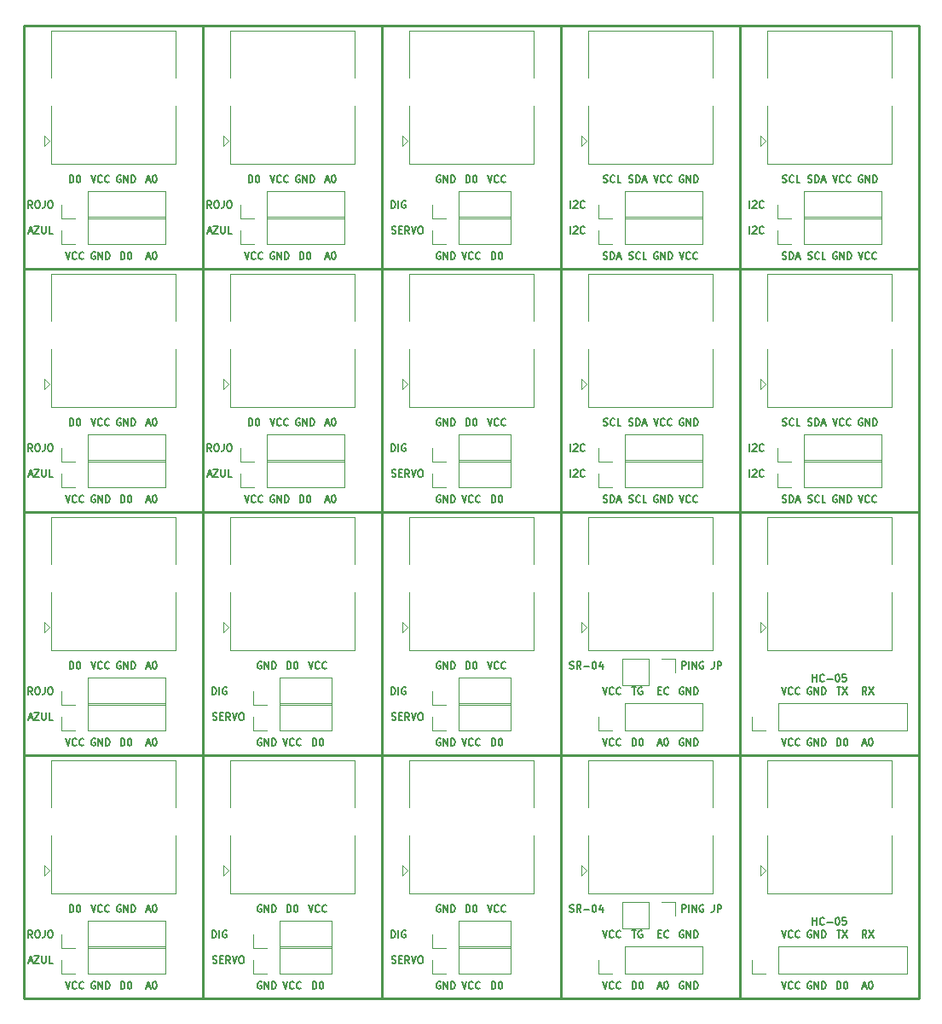
<source format=gbr>
G04 #@! TF.GenerationSoftware,KiCad,Pcbnew,5.1.5+dfsg1-2build2*
G04 #@! TF.CreationDate,2020-09-09T14:53:40-03:00*
G04 #@! TF.ProjectId,panel10x10,70616e65-6c31-4307-9831-302e6b696361,rev?*
G04 #@! TF.SameCoordinates,Original*
G04 #@! TF.FileFunction,Legend,Top*
G04 #@! TF.FilePolarity,Positive*
%FSLAX46Y46*%
G04 Gerber Fmt 4.6, Leading zero omitted, Abs format (unit mm)*
G04 Created by KiCad (PCBNEW 5.1.5+dfsg1-2build2) date 2020-09-09 14:53:40*
%MOMM*%
%LPD*%
G04 APERTURE LIST*
%ADD10C,0.250000*%
%ADD11C,0.150000*%
%ADD12C,0.120000*%
G04 APERTURE END LIST*
D10*
X152400000Y-152400000D02*
X152400000Y-128270000D01*
X134620000Y-152400000D02*
X152400000Y-152400000D01*
X134620000Y-128270000D02*
X134620000Y-152400000D01*
D11*
X141706666Y-150780000D02*
X141640000Y-150746666D01*
X141540000Y-150746666D01*
X141440000Y-150780000D01*
X141373333Y-150846666D01*
X141340000Y-150913333D01*
X141306666Y-151046666D01*
X141306666Y-151146666D01*
X141340000Y-151280000D01*
X141373333Y-151346666D01*
X141440000Y-151413333D01*
X141540000Y-151446666D01*
X141606666Y-151446666D01*
X141706666Y-151413333D01*
X141740000Y-151380000D01*
X141740000Y-151146666D01*
X141606666Y-151146666D01*
X142040000Y-151446666D02*
X142040000Y-150746666D01*
X142440000Y-151446666D01*
X142440000Y-150746666D01*
X142773333Y-151446666D02*
X142773333Y-150746666D01*
X142940000Y-150746666D01*
X143040000Y-150780000D01*
X143106666Y-150846666D01*
X143140000Y-150913333D01*
X143173333Y-151046666D01*
X143173333Y-151146666D01*
X143140000Y-151280000D01*
X143106666Y-151346666D01*
X143040000Y-151413333D01*
X142940000Y-151446666D01*
X142773333Y-151446666D01*
X147203333Y-146366666D02*
X146970000Y-146033333D01*
X146803333Y-146366666D02*
X146803333Y-145666666D01*
X147070000Y-145666666D01*
X147136666Y-145700000D01*
X147170000Y-145733333D01*
X147203333Y-145800000D01*
X147203333Y-145900000D01*
X147170000Y-145966666D01*
X147136666Y-146000000D01*
X147070000Y-146033333D01*
X146803333Y-146033333D01*
X147436666Y-145666666D02*
X147903333Y-146366666D01*
X147903333Y-145666666D02*
X147436666Y-146366666D01*
X138766666Y-145666666D02*
X139000000Y-146366666D01*
X139233333Y-145666666D01*
X139866666Y-146300000D02*
X139833333Y-146333333D01*
X139733333Y-146366666D01*
X139666666Y-146366666D01*
X139566666Y-146333333D01*
X139500000Y-146266666D01*
X139466666Y-146200000D01*
X139433333Y-146066666D01*
X139433333Y-145966666D01*
X139466666Y-145833333D01*
X139500000Y-145766666D01*
X139566666Y-145700000D01*
X139666666Y-145666666D01*
X139733333Y-145666666D01*
X139833333Y-145700000D01*
X139866666Y-145733333D01*
X140566666Y-146300000D02*
X140533333Y-146333333D01*
X140433333Y-146366666D01*
X140366666Y-146366666D01*
X140266666Y-146333333D01*
X140200000Y-146266666D01*
X140166666Y-146200000D01*
X140133333Y-146066666D01*
X140133333Y-145966666D01*
X140166666Y-145833333D01*
X140200000Y-145766666D01*
X140266666Y-145700000D01*
X140366666Y-145666666D01*
X140433333Y-145666666D01*
X140533333Y-145700000D01*
X140566666Y-145733333D01*
X138766666Y-150746666D02*
X139000000Y-151446666D01*
X139233333Y-150746666D01*
X139866666Y-151380000D02*
X139833333Y-151413333D01*
X139733333Y-151446666D01*
X139666666Y-151446666D01*
X139566666Y-151413333D01*
X139500000Y-151346666D01*
X139466666Y-151280000D01*
X139433333Y-151146666D01*
X139433333Y-151046666D01*
X139466666Y-150913333D01*
X139500000Y-150846666D01*
X139566666Y-150780000D01*
X139666666Y-150746666D01*
X139733333Y-150746666D01*
X139833333Y-150780000D01*
X139866666Y-150813333D01*
X140566666Y-151380000D02*
X140533333Y-151413333D01*
X140433333Y-151446666D01*
X140366666Y-151446666D01*
X140266666Y-151413333D01*
X140200000Y-151346666D01*
X140166666Y-151280000D01*
X140133333Y-151146666D01*
X140133333Y-151046666D01*
X140166666Y-150913333D01*
X140200000Y-150846666D01*
X140266666Y-150780000D01*
X140366666Y-150746666D01*
X140433333Y-150746666D01*
X140533333Y-150780000D01*
X140566666Y-150813333D01*
X141706666Y-145700000D02*
X141640000Y-145666666D01*
X141540000Y-145666666D01*
X141440000Y-145700000D01*
X141373333Y-145766666D01*
X141340000Y-145833333D01*
X141306666Y-145966666D01*
X141306666Y-146066666D01*
X141340000Y-146200000D01*
X141373333Y-146266666D01*
X141440000Y-146333333D01*
X141540000Y-146366666D01*
X141606666Y-146366666D01*
X141706666Y-146333333D01*
X141740000Y-146300000D01*
X141740000Y-146066666D01*
X141606666Y-146066666D01*
X142040000Y-146366666D02*
X142040000Y-145666666D01*
X142440000Y-146366666D01*
X142440000Y-145666666D01*
X142773333Y-146366666D02*
X142773333Y-145666666D01*
X142940000Y-145666666D01*
X143040000Y-145700000D01*
X143106666Y-145766666D01*
X143140000Y-145833333D01*
X143173333Y-145966666D01*
X143173333Y-146066666D01*
X143140000Y-146200000D01*
X143106666Y-146266666D01*
X143040000Y-146333333D01*
X142940000Y-146366666D01*
X142773333Y-146366666D01*
X141860000Y-145096666D02*
X141860000Y-144396666D01*
X141860000Y-144730000D02*
X142260000Y-144730000D01*
X142260000Y-145096666D02*
X142260000Y-144396666D01*
X142993333Y-145030000D02*
X142960000Y-145063333D01*
X142860000Y-145096666D01*
X142793333Y-145096666D01*
X142693333Y-145063333D01*
X142626666Y-144996666D01*
X142593333Y-144930000D01*
X142560000Y-144796666D01*
X142560000Y-144696666D01*
X142593333Y-144563333D01*
X142626666Y-144496666D01*
X142693333Y-144430000D01*
X142793333Y-144396666D01*
X142860000Y-144396666D01*
X142960000Y-144430000D01*
X142993333Y-144463333D01*
X143293333Y-144830000D02*
X143826666Y-144830000D01*
X144293333Y-144396666D02*
X144360000Y-144396666D01*
X144426666Y-144430000D01*
X144460000Y-144463333D01*
X144493333Y-144530000D01*
X144526666Y-144663333D01*
X144526666Y-144830000D01*
X144493333Y-144963333D01*
X144460000Y-145030000D01*
X144426666Y-145063333D01*
X144360000Y-145096666D01*
X144293333Y-145096666D01*
X144226666Y-145063333D01*
X144193333Y-145030000D01*
X144160000Y-144963333D01*
X144126666Y-144830000D01*
X144126666Y-144663333D01*
X144160000Y-144530000D01*
X144193333Y-144463333D01*
X144226666Y-144430000D01*
X144293333Y-144396666D01*
X145160000Y-144396666D02*
X144826666Y-144396666D01*
X144793333Y-144730000D01*
X144826666Y-144696666D01*
X144893333Y-144663333D01*
X145060000Y-144663333D01*
X145126666Y-144696666D01*
X145160000Y-144730000D01*
X145193333Y-144796666D01*
X145193333Y-144963333D01*
X145160000Y-145030000D01*
X145126666Y-145063333D01*
X145060000Y-145096666D01*
X144893333Y-145096666D01*
X144826666Y-145063333D01*
X144793333Y-145030000D01*
X144263333Y-151446666D02*
X144263333Y-150746666D01*
X144430000Y-150746666D01*
X144530000Y-150780000D01*
X144596666Y-150846666D01*
X144630000Y-150913333D01*
X144663333Y-151046666D01*
X144663333Y-151146666D01*
X144630000Y-151280000D01*
X144596666Y-151346666D01*
X144530000Y-151413333D01*
X144430000Y-151446666D01*
X144263333Y-151446666D01*
X145096666Y-150746666D02*
X145163333Y-150746666D01*
X145230000Y-150780000D01*
X145263333Y-150813333D01*
X145296666Y-150880000D01*
X145330000Y-151013333D01*
X145330000Y-151180000D01*
X145296666Y-151313333D01*
X145263333Y-151380000D01*
X145230000Y-151413333D01*
X145163333Y-151446666D01*
X145096666Y-151446666D01*
X145030000Y-151413333D01*
X144996666Y-151380000D01*
X144963333Y-151313333D01*
X144930000Y-151180000D01*
X144930000Y-151013333D01*
X144963333Y-150880000D01*
X144996666Y-150813333D01*
X145030000Y-150780000D01*
X145096666Y-150746666D01*
X146820000Y-151246666D02*
X147153333Y-151246666D01*
X146753333Y-151446666D02*
X146986666Y-150746666D01*
X147220000Y-151446666D01*
X147586666Y-150746666D02*
X147653333Y-150746666D01*
X147720000Y-150780000D01*
X147753333Y-150813333D01*
X147786666Y-150880000D01*
X147820000Y-151013333D01*
X147820000Y-151180000D01*
X147786666Y-151313333D01*
X147753333Y-151380000D01*
X147720000Y-151413333D01*
X147653333Y-151446666D01*
X147586666Y-151446666D01*
X147520000Y-151413333D01*
X147486666Y-151380000D01*
X147453333Y-151313333D01*
X147420000Y-151180000D01*
X147420000Y-151013333D01*
X147453333Y-150880000D01*
X147486666Y-150813333D01*
X147520000Y-150780000D01*
X147586666Y-150746666D01*
D10*
X152400000Y-128270000D02*
X134620000Y-128270000D01*
D11*
X144246666Y-145666666D02*
X144646666Y-145666666D01*
X144446666Y-146366666D02*
X144446666Y-145666666D01*
X144813333Y-145666666D02*
X145280000Y-146366666D01*
X145280000Y-145666666D02*
X144813333Y-146366666D01*
D10*
X134620000Y-128270000D02*
X116840000Y-128270000D01*
X134620000Y-152400000D02*
X134620000Y-128270000D01*
X116840000Y-152400000D02*
X134620000Y-152400000D01*
X116840000Y-128270000D02*
X116840000Y-152400000D01*
D11*
X120986666Y-145666666D02*
X121220000Y-146366666D01*
X121453333Y-145666666D01*
X122086666Y-146300000D02*
X122053333Y-146333333D01*
X121953333Y-146366666D01*
X121886666Y-146366666D01*
X121786666Y-146333333D01*
X121720000Y-146266666D01*
X121686666Y-146200000D01*
X121653333Y-146066666D01*
X121653333Y-145966666D01*
X121686666Y-145833333D01*
X121720000Y-145766666D01*
X121786666Y-145700000D01*
X121886666Y-145666666D01*
X121953333Y-145666666D01*
X122053333Y-145700000D01*
X122086666Y-145733333D01*
X122786666Y-146300000D02*
X122753333Y-146333333D01*
X122653333Y-146366666D01*
X122586666Y-146366666D01*
X122486666Y-146333333D01*
X122420000Y-146266666D01*
X122386666Y-146200000D01*
X122353333Y-146066666D01*
X122353333Y-145966666D01*
X122386666Y-145833333D01*
X122420000Y-145766666D01*
X122486666Y-145700000D01*
X122586666Y-145666666D01*
X122653333Y-145666666D01*
X122753333Y-145700000D01*
X122786666Y-145733333D01*
X129006666Y-150780000D02*
X128940000Y-150746666D01*
X128840000Y-150746666D01*
X128740000Y-150780000D01*
X128673333Y-150846666D01*
X128640000Y-150913333D01*
X128606666Y-151046666D01*
X128606666Y-151146666D01*
X128640000Y-151280000D01*
X128673333Y-151346666D01*
X128740000Y-151413333D01*
X128840000Y-151446666D01*
X128906666Y-151446666D01*
X129006666Y-151413333D01*
X129040000Y-151380000D01*
X129040000Y-151146666D01*
X128906666Y-151146666D01*
X129340000Y-151446666D02*
X129340000Y-150746666D01*
X129740000Y-151446666D01*
X129740000Y-150746666D01*
X130073333Y-151446666D02*
X130073333Y-150746666D01*
X130240000Y-150746666D01*
X130340000Y-150780000D01*
X130406666Y-150846666D01*
X130440000Y-150913333D01*
X130473333Y-151046666D01*
X130473333Y-151146666D01*
X130440000Y-151280000D01*
X130406666Y-151346666D01*
X130340000Y-151413333D01*
X130240000Y-151446666D01*
X130073333Y-151446666D01*
X126500000Y-146000000D02*
X126733333Y-146000000D01*
X126833333Y-146366666D02*
X126500000Y-146366666D01*
X126500000Y-145666666D01*
X126833333Y-145666666D01*
X127533333Y-146300000D02*
X127500000Y-146333333D01*
X127400000Y-146366666D01*
X127333333Y-146366666D01*
X127233333Y-146333333D01*
X127166666Y-146266666D01*
X127133333Y-146200000D01*
X127100000Y-146066666D01*
X127100000Y-145966666D01*
X127133333Y-145833333D01*
X127166666Y-145766666D01*
X127233333Y-145700000D01*
X127333333Y-145666666D01*
X127400000Y-145666666D01*
X127500000Y-145700000D01*
X127533333Y-145733333D01*
X123910000Y-145666666D02*
X124310000Y-145666666D01*
X124110000Y-146366666D02*
X124110000Y-145666666D01*
X124910000Y-145700000D02*
X124843333Y-145666666D01*
X124743333Y-145666666D01*
X124643333Y-145700000D01*
X124576666Y-145766666D01*
X124543333Y-145833333D01*
X124510000Y-145966666D01*
X124510000Y-146066666D01*
X124543333Y-146200000D01*
X124576666Y-146266666D01*
X124643333Y-146333333D01*
X124743333Y-146366666D01*
X124810000Y-146366666D01*
X124910000Y-146333333D01*
X124943333Y-146300000D01*
X124943333Y-146066666D01*
X124810000Y-146066666D01*
X126500000Y-151246666D02*
X126833333Y-151246666D01*
X126433333Y-151446666D02*
X126666666Y-150746666D01*
X126900000Y-151446666D01*
X127266666Y-150746666D02*
X127333333Y-150746666D01*
X127400000Y-150780000D01*
X127433333Y-150813333D01*
X127466666Y-150880000D01*
X127500000Y-151013333D01*
X127500000Y-151180000D01*
X127466666Y-151313333D01*
X127433333Y-151380000D01*
X127400000Y-151413333D01*
X127333333Y-151446666D01*
X127266666Y-151446666D01*
X127200000Y-151413333D01*
X127166666Y-151380000D01*
X127133333Y-151313333D01*
X127100000Y-151180000D01*
X127100000Y-151013333D01*
X127133333Y-150880000D01*
X127166666Y-150813333D01*
X127200000Y-150780000D01*
X127266666Y-150746666D01*
X129006666Y-145700000D02*
X128940000Y-145666666D01*
X128840000Y-145666666D01*
X128740000Y-145700000D01*
X128673333Y-145766666D01*
X128640000Y-145833333D01*
X128606666Y-145966666D01*
X128606666Y-146066666D01*
X128640000Y-146200000D01*
X128673333Y-146266666D01*
X128740000Y-146333333D01*
X128840000Y-146366666D01*
X128906666Y-146366666D01*
X129006666Y-146333333D01*
X129040000Y-146300000D01*
X129040000Y-146066666D01*
X128906666Y-146066666D01*
X129340000Y-146366666D02*
X129340000Y-145666666D01*
X129740000Y-146366666D01*
X129740000Y-145666666D01*
X130073333Y-146366666D02*
X130073333Y-145666666D01*
X130240000Y-145666666D01*
X130340000Y-145700000D01*
X130406666Y-145766666D01*
X130440000Y-145833333D01*
X130473333Y-145966666D01*
X130473333Y-146066666D01*
X130440000Y-146200000D01*
X130406666Y-146266666D01*
X130340000Y-146333333D01*
X130240000Y-146366666D01*
X130073333Y-146366666D01*
X120986666Y-150746666D02*
X121220000Y-151446666D01*
X121453333Y-150746666D01*
X122086666Y-151380000D02*
X122053333Y-151413333D01*
X121953333Y-151446666D01*
X121886666Y-151446666D01*
X121786666Y-151413333D01*
X121720000Y-151346666D01*
X121686666Y-151280000D01*
X121653333Y-151146666D01*
X121653333Y-151046666D01*
X121686666Y-150913333D01*
X121720000Y-150846666D01*
X121786666Y-150780000D01*
X121886666Y-150746666D01*
X121953333Y-150746666D01*
X122053333Y-150780000D01*
X122086666Y-150813333D01*
X122786666Y-151380000D02*
X122753333Y-151413333D01*
X122653333Y-151446666D01*
X122586666Y-151446666D01*
X122486666Y-151413333D01*
X122420000Y-151346666D01*
X122386666Y-151280000D01*
X122353333Y-151146666D01*
X122353333Y-151046666D01*
X122386666Y-150913333D01*
X122420000Y-150846666D01*
X122486666Y-150780000D01*
X122586666Y-150746666D01*
X122653333Y-150746666D01*
X122753333Y-150780000D01*
X122786666Y-150813333D01*
X128860000Y-143826666D02*
X128860000Y-143126666D01*
X129126666Y-143126666D01*
X129193333Y-143160000D01*
X129226666Y-143193333D01*
X129260000Y-143260000D01*
X129260000Y-143360000D01*
X129226666Y-143426666D01*
X129193333Y-143460000D01*
X129126666Y-143493333D01*
X128860000Y-143493333D01*
X129560000Y-143826666D02*
X129560000Y-143126666D01*
X129893333Y-143826666D02*
X129893333Y-143126666D01*
X130293333Y-143826666D01*
X130293333Y-143126666D01*
X130993333Y-143160000D02*
X130926666Y-143126666D01*
X130826666Y-143126666D01*
X130726666Y-143160000D01*
X130660000Y-143226666D01*
X130626666Y-143293333D01*
X130593333Y-143426666D01*
X130593333Y-143526666D01*
X130626666Y-143660000D01*
X130660000Y-143726666D01*
X130726666Y-143793333D01*
X130826666Y-143826666D01*
X130893333Y-143826666D01*
X130993333Y-143793333D01*
X131026666Y-143760000D01*
X131026666Y-143526666D01*
X130893333Y-143526666D01*
X132060000Y-143126666D02*
X132060000Y-143626666D01*
X132026666Y-143726666D01*
X131960000Y-143793333D01*
X131860000Y-143826666D01*
X131793333Y-143826666D01*
X132393333Y-143826666D02*
X132393333Y-143126666D01*
X132660000Y-143126666D01*
X132726666Y-143160000D01*
X132760000Y-143193333D01*
X132793333Y-143260000D01*
X132793333Y-143360000D01*
X132760000Y-143426666D01*
X132726666Y-143460000D01*
X132660000Y-143493333D01*
X132393333Y-143493333D01*
X117730000Y-143793333D02*
X117830000Y-143826666D01*
X117996666Y-143826666D01*
X118063333Y-143793333D01*
X118096666Y-143760000D01*
X118130000Y-143693333D01*
X118130000Y-143626666D01*
X118096666Y-143560000D01*
X118063333Y-143526666D01*
X117996666Y-143493333D01*
X117863333Y-143460000D01*
X117796666Y-143426666D01*
X117763333Y-143393333D01*
X117730000Y-143326666D01*
X117730000Y-143260000D01*
X117763333Y-143193333D01*
X117796666Y-143160000D01*
X117863333Y-143126666D01*
X118030000Y-143126666D01*
X118130000Y-143160000D01*
X118830000Y-143826666D02*
X118596666Y-143493333D01*
X118430000Y-143826666D02*
X118430000Y-143126666D01*
X118696666Y-143126666D01*
X118763333Y-143160000D01*
X118796666Y-143193333D01*
X118830000Y-143260000D01*
X118830000Y-143360000D01*
X118796666Y-143426666D01*
X118763333Y-143460000D01*
X118696666Y-143493333D01*
X118430000Y-143493333D01*
X119130000Y-143560000D02*
X119663333Y-143560000D01*
X120130000Y-143126666D02*
X120196666Y-143126666D01*
X120263333Y-143160000D01*
X120296666Y-143193333D01*
X120330000Y-143260000D01*
X120363333Y-143393333D01*
X120363333Y-143560000D01*
X120330000Y-143693333D01*
X120296666Y-143760000D01*
X120263333Y-143793333D01*
X120196666Y-143826666D01*
X120130000Y-143826666D01*
X120063333Y-143793333D01*
X120030000Y-143760000D01*
X119996666Y-143693333D01*
X119963333Y-143560000D01*
X119963333Y-143393333D01*
X119996666Y-143260000D01*
X120030000Y-143193333D01*
X120063333Y-143160000D01*
X120130000Y-143126666D01*
X120963333Y-143360000D02*
X120963333Y-143826666D01*
X120796666Y-143093333D02*
X120630000Y-143593333D01*
X121063333Y-143593333D01*
X123943333Y-151446666D02*
X123943333Y-150746666D01*
X124110000Y-150746666D01*
X124210000Y-150780000D01*
X124276666Y-150846666D01*
X124310000Y-150913333D01*
X124343333Y-151046666D01*
X124343333Y-151146666D01*
X124310000Y-151280000D01*
X124276666Y-151346666D01*
X124210000Y-151413333D01*
X124110000Y-151446666D01*
X123943333Y-151446666D01*
X124776666Y-150746666D02*
X124843333Y-150746666D01*
X124910000Y-150780000D01*
X124943333Y-150813333D01*
X124976666Y-150880000D01*
X125010000Y-151013333D01*
X125010000Y-151180000D01*
X124976666Y-151313333D01*
X124943333Y-151380000D01*
X124910000Y-151413333D01*
X124843333Y-151446666D01*
X124776666Y-151446666D01*
X124710000Y-151413333D01*
X124676666Y-151380000D01*
X124643333Y-151313333D01*
X124610000Y-151180000D01*
X124610000Y-151013333D01*
X124643333Y-150880000D01*
X124676666Y-150813333D01*
X124710000Y-150780000D01*
X124776666Y-150746666D01*
X144246666Y-102520000D02*
X144180000Y-102486666D01*
X144080000Y-102486666D01*
X143980000Y-102520000D01*
X143913333Y-102586666D01*
X143880000Y-102653333D01*
X143846666Y-102786666D01*
X143846666Y-102886666D01*
X143880000Y-103020000D01*
X143913333Y-103086666D01*
X143980000Y-103153333D01*
X144080000Y-103186666D01*
X144146666Y-103186666D01*
X144246666Y-103153333D01*
X144280000Y-103120000D01*
X144280000Y-102886666D01*
X144146666Y-102886666D01*
X144580000Y-103186666D02*
X144580000Y-102486666D01*
X144980000Y-103186666D01*
X144980000Y-102486666D01*
X145313333Y-103186666D02*
X145313333Y-102486666D01*
X145480000Y-102486666D01*
X145580000Y-102520000D01*
X145646666Y-102586666D01*
X145680000Y-102653333D01*
X145713333Y-102786666D01*
X145713333Y-102886666D01*
X145680000Y-103020000D01*
X145646666Y-103086666D01*
X145580000Y-103153333D01*
X145480000Y-103186666D01*
X145313333Y-103186666D01*
X146786666Y-94900000D02*
X146720000Y-94866666D01*
X146620000Y-94866666D01*
X146520000Y-94900000D01*
X146453333Y-94966666D01*
X146420000Y-95033333D01*
X146386666Y-95166666D01*
X146386666Y-95266666D01*
X146420000Y-95400000D01*
X146453333Y-95466666D01*
X146520000Y-95533333D01*
X146620000Y-95566666D01*
X146686666Y-95566666D01*
X146786666Y-95533333D01*
X146820000Y-95500000D01*
X146820000Y-95266666D01*
X146686666Y-95266666D01*
X147120000Y-95566666D02*
X147120000Y-94866666D01*
X147520000Y-95566666D01*
X147520000Y-94866666D01*
X147853333Y-95566666D02*
X147853333Y-94866666D01*
X148020000Y-94866666D01*
X148120000Y-94900000D01*
X148186666Y-94966666D01*
X148220000Y-95033333D01*
X148253333Y-95166666D01*
X148253333Y-95266666D01*
X148220000Y-95400000D01*
X148186666Y-95466666D01*
X148120000Y-95533333D01*
X148020000Y-95566666D01*
X147853333Y-95566666D01*
X138850000Y-103153333D02*
X138950000Y-103186666D01*
X139116666Y-103186666D01*
X139183333Y-103153333D01*
X139216666Y-103120000D01*
X139250000Y-103053333D01*
X139250000Y-102986666D01*
X139216666Y-102920000D01*
X139183333Y-102886666D01*
X139116666Y-102853333D01*
X138983333Y-102820000D01*
X138916666Y-102786666D01*
X138883333Y-102753333D01*
X138850000Y-102686666D01*
X138850000Y-102620000D01*
X138883333Y-102553333D01*
X138916666Y-102520000D01*
X138983333Y-102486666D01*
X139150000Y-102486666D01*
X139250000Y-102520000D01*
X139550000Y-103186666D02*
X139550000Y-102486666D01*
X139716666Y-102486666D01*
X139816666Y-102520000D01*
X139883333Y-102586666D01*
X139916666Y-102653333D01*
X139950000Y-102786666D01*
X139950000Y-102886666D01*
X139916666Y-103020000D01*
X139883333Y-103086666D01*
X139816666Y-103153333D01*
X139716666Y-103186666D01*
X139550000Y-103186666D01*
X140216666Y-102986666D02*
X140550000Y-102986666D01*
X140150000Y-103186666D02*
X140383333Y-102486666D01*
X140616666Y-103186666D01*
X146386666Y-102486666D02*
X146620000Y-103186666D01*
X146853333Y-102486666D01*
X147486666Y-103120000D02*
X147453333Y-103153333D01*
X147353333Y-103186666D01*
X147286666Y-103186666D01*
X147186666Y-103153333D01*
X147120000Y-103086666D01*
X147086666Y-103020000D01*
X147053333Y-102886666D01*
X147053333Y-102786666D01*
X147086666Y-102653333D01*
X147120000Y-102586666D01*
X147186666Y-102520000D01*
X147286666Y-102486666D01*
X147353333Y-102486666D01*
X147453333Y-102520000D01*
X147486666Y-102553333D01*
X148186666Y-103120000D02*
X148153333Y-103153333D01*
X148053333Y-103186666D01*
X147986666Y-103186666D01*
X147886666Y-103153333D01*
X147820000Y-103086666D01*
X147786666Y-103020000D01*
X147753333Y-102886666D01*
X147753333Y-102786666D01*
X147786666Y-102653333D01*
X147820000Y-102586666D01*
X147886666Y-102520000D01*
X147986666Y-102486666D01*
X148053333Y-102486666D01*
X148153333Y-102520000D01*
X148186666Y-102553333D01*
X143846666Y-94866666D02*
X144080000Y-95566666D01*
X144313333Y-94866666D01*
X144946666Y-95500000D02*
X144913333Y-95533333D01*
X144813333Y-95566666D01*
X144746666Y-95566666D01*
X144646666Y-95533333D01*
X144580000Y-95466666D01*
X144546666Y-95400000D01*
X144513333Y-95266666D01*
X144513333Y-95166666D01*
X144546666Y-95033333D01*
X144580000Y-94966666D01*
X144646666Y-94900000D01*
X144746666Y-94866666D01*
X144813333Y-94866666D01*
X144913333Y-94900000D01*
X144946666Y-94933333D01*
X145646666Y-95500000D02*
X145613333Y-95533333D01*
X145513333Y-95566666D01*
X145446666Y-95566666D01*
X145346666Y-95533333D01*
X145280000Y-95466666D01*
X145246666Y-95400000D01*
X145213333Y-95266666D01*
X145213333Y-95166666D01*
X145246666Y-95033333D01*
X145280000Y-94966666D01*
X145346666Y-94900000D01*
X145446666Y-94866666D01*
X145513333Y-94866666D01*
X145613333Y-94900000D01*
X145646666Y-94933333D01*
D10*
X134620000Y-80010000D02*
X134620000Y-104140000D01*
X152400000Y-80010000D02*
X134620000Y-80010000D01*
X152400000Y-104140000D02*
X152400000Y-80010000D01*
D11*
X135592474Y-100652996D02*
X135592474Y-99952996D01*
X135892474Y-100019663D02*
X135925808Y-99986330D01*
X135992474Y-99952996D01*
X136159141Y-99952996D01*
X136225808Y-99986330D01*
X136259141Y-100019663D01*
X136292474Y-100086330D01*
X136292474Y-100152996D01*
X136259141Y-100252996D01*
X135859141Y-100652996D01*
X136292474Y-100652996D01*
X136992474Y-100586330D02*
X136959141Y-100619663D01*
X136859141Y-100652996D01*
X136792474Y-100652996D01*
X136692474Y-100619663D01*
X136625808Y-100552996D01*
X136592474Y-100486330D01*
X136559141Y-100352996D01*
X136559141Y-100252996D01*
X136592474Y-100119663D01*
X136625808Y-100052996D01*
X136692474Y-99986330D01*
X136792474Y-99952996D01*
X136859141Y-99952996D01*
X136959141Y-99986330D01*
X136992474Y-100019663D01*
D10*
X134620000Y-104140000D02*
X152400000Y-104140000D01*
D11*
X141390000Y-95533333D02*
X141490000Y-95566666D01*
X141656666Y-95566666D01*
X141723333Y-95533333D01*
X141756666Y-95500000D01*
X141790000Y-95433333D01*
X141790000Y-95366666D01*
X141756666Y-95300000D01*
X141723333Y-95266666D01*
X141656666Y-95233333D01*
X141523333Y-95200000D01*
X141456666Y-95166666D01*
X141423333Y-95133333D01*
X141390000Y-95066666D01*
X141390000Y-95000000D01*
X141423333Y-94933333D01*
X141456666Y-94900000D01*
X141523333Y-94866666D01*
X141690000Y-94866666D01*
X141790000Y-94900000D01*
X142090000Y-95566666D02*
X142090000Y-94866666D01*
X142256666Y-94866666D01*
X142356666Y-94900000D01*
X142423333Y-94966666D01*
X142456666Y-95033333D01*
X142490000Y-95166666D01*
X142490000Y-95266666D01*
X142456666Y-95400000D01*
X142423333Y-95466666D01*
X142356666Y-95533333D01*
X142256666Y-95566666D01*
X142090000Y-95566666D01*
X142756666Y-95366666D02*
X143090000Y-95366666D01*
X142690000Y-95566666D02*
X142923333Y-94866666D01*
X143156666Y-95566666D01*
X141406666Y-103153333D02*
X141506666Y-103186666D01*
X141673333Y-103186666D01*
X141740000Y-103153333D01*
X141773333Y-103120000D01*
X141806666Y-103053333D01*
X141806666Y-102986666D01*
X141773333Y-102920000D01*
X141740000Y-102886666D01*
X141673333Y-102853333D01*
X141540000Y-102820000D01*
X141473333Y-102786666D01*
X141440000Y-102753333D01*
X141406666Y-102686666D01*
X141406666Y-102620000D01*
X141440000Y-102553333D01*
X141473333Y-102520000D01*
X141540000Y-102486666D01*
X141706666Y-102486666D01*
X141806666Y-102520000D01*
X142506666Y-103120000D02*
X142473333Y-103153333D01*
X142373333Y-103186666D01*
X142306666Y-103186666D01*
X142206666Y-103153333D01*
X142140000Y-103086666D01*
X142106666Y-103020000D01*
X142073333Y-102886666D01*
X142073333Y-102786666D01*
X142106666Y-102653333D01*
X142140000Y-102586666D01*
X142206666Y-102520000D01*
X142306666Y-102486666D01*
X142373333Y-102486666D01*
X142473333Y-102520000D01*
X142506666Y-102553333D01*
X143140000Y-103186666D02*
X142806666Y-103186666D01*
X142806666Y-102486666D01*
X135592474Y-98106666D02*
X135592474Y-97406666D01*
X135892474Y-97473333D02*
X135925808Y-97440000D01*
X135992474Y-97406666D01*
X136159141Y-97406666D01*
X136225808Y-97440000D01*
X136259141Y-97473333D01*
X136292474Y-97540000D01*
X136292474Y-97606666D01*
X136259141Y-97706666D01*
X135859141Y-98106666D01*
X136292474Y-98106666D01*
X136992474Y-98040000D02*
X136959141Y-98073333D01*
X136859141Y-98106666D01*
X136792474Y-98106666D01*
X136692474Y-98073333D01*
X136625808Y-98006666D01*
X136592474Y-97940000D01*
X136559141Y-97806666D01*
X136559141Y-97706666D01*
X136592474Y-97573333D01*
X136625808Y-97506666D01*
X136692474Y-97440000D01*
X136792474Y-97406666D01*
X136859141Y-97406666D01*
X136959141Y-97440000D01*
X136992474Y-97473333D01*
X138866666Y-95533333D02*
X138966666Y-95566666D01*
X139133333Y-95566666D01*
X139200000Y-95533333D01*
X139233333Y-95500000D01*
X139266666Y-95433333D01*
X139266666Y-95366666D01*
X139233333Y-95300000D01*
X139200000Y-95266666D01*
X139133333Y-95233333D01*
X139000000Y-95200000D01*
X138933333Y-95166666D01*
X138900000Y-95133333D01*
X138866666Y-95066666D01*
X138866666Y-95000000D01*
X138900000Y-94933333D01*
X138933333Y-94900000D01*
X139000000Y-94866666D01*
X139166666Y-94866666D01*
X139266666Y-94900000D01*
X139966666Y-95500000D02*
X139933333Y-95533333D01*
X139833333Y-95566666D01*
X139766666Y-95566666D01*
X139666666Y-95533333D01*
X139600000Y-95466666D01*
X139566666Y-95400000D01*
X139533333Y-95266666D01*
X139533333Y-95166666D01*
X139566666Y-95033333D01*
X139600000Y-94966666D01*
X139666666Y-94900000D01*
X139766666Y-94866666D01*
X139833333Y-94866666D01*
X139933333Y-94900000D01*
X139966666Y-94933333D01*
X140600000Y-95566666D02*
X140266666Y-95566666D01*
X140266666Y-94866666D01*
X126466666Y-102520000D02*
X126400000Y-102486666D01*
X126300000Y-102486666D01*
X126200000Y-102520000D01*
X126133333Y-102586666D01*
X126100000Y-102653333D01*
X126066666Y-102786666D01*
X126066666Y-102886666D01*
X126100000Y-103020000D01*
X126133333Y-103086666D01*
X126200000Y-103153333D01*
X126300000Y-103186666D01*
X126366666Y-103186666D01*
X126466666Y-103153333D01*
X126500000Y-103120000D01*
X126500000Y-102886666D01*
X126366666Y-102886666D01*
X126800000Y-103186666D02*
X126800000Y-102486666D01*
X127200000Y-103186666D01*
X127200000Y-102486666D01*
X127533333Y-103186666D02*
X127533333Y-102486666D01*
X127700000Y-102486666D01*
X127800000Y-102520000D01*
X127866666Y-102586666D01*
X127900000Y-102653333D01*
X127933333Y-102786666D01*
X127933333Y-102886666D01*
X127900000Y-103020000D01*
X127866666Y-103086666D01*
X127800000Y-103153333D01*
X127700000Y-103186666D01*
X127533333Y-103186666D01*
X121086666Y-95533333D02*
X121186666Y-95566666D01*
X121353333Y-95566666D01*
X121420000Y-95533333D01*
X121453333Y-95500000D01*
X121486666Y-95433333D01*
X121486666Y-95366666D01*
X121453333Y-95300000D01*
X121420000Y-95266666D01*
X121353333Y-95233333D01*
X121220000Y-95200000D01*
X121153333Y-95166666D01*
X121120000Y-95133333D01*
X121086666Y-95066666D01*
X121086666Y-95000000D01*
X121120000Y-94933333D01*
X121153333Y-94900000D01*
X121220000Y-94866666D01*
X121386666Y-94866666D01*
X121486666Y-94900000D01*
X122186666Y-95500000D02*
X122153333Y-95533333D01*
X122053333Y-95566666D01*
X121986666Y-95566666D01*
X121886666Y-95533333D01*
X121820000Y-95466666D01*
X121786666Y-95400000D01*
X121753333Y-95266666D01*
X121753333Y-95166666D01*
X121786666Y-95033333D01*
X121820000Y-94966666D01*
X121886666Y-94900000D01*
X121986666Y-94866666D01*
X122053333Y-94866666D01*
X122153333Y-94900000D01*
X122186666Y-94933333D01*
X122820000Y-95566666D02*
X122486666Y-95566666D01*
X122486666Y-94866666D01*
X123610000Y-95533333D02*
X123710000Y-95566666D01*
X123876666Y-95566666D01*
X123943333Y-95533333D01*
X123976666Y-95500000D01*
X124010000Y-95433333D01*
X124010000Y-95366666D01*
X123976666Y-95300000D01*
X123943333Y-95266666D01*
X123876666Y-95233333D01*
X123743333Y-95200000D01*
X123676666Y-95166666D01*
X123643333Y-95133333D01*
X123610000Y-95066666D01*
X123610000Y-95000000D01*
X123643333Y-94933333D01*
X123676666Y-94900000D01*
X123743333Y-94866666D01*
X123910000Y-94866666D01*
X124010000Y-94900000D01*
X124310000Y-95566666D02*
X124310000Y-94866666D01*
X124476666Y-94866666D01*
X124576666Y-94900000D01*
X124643333Y-94966666D01*
X124676666Y-95033333D01*
X124710000Y-95166666D01*
X124710000Y-95266666D01*
X124676666Y-95400000D01*
X124643333Y-95466666D01*
X124576666Y-95533333D01*
X124476666Y-95566666D01*
X124310000Y-95566666D01*
X124976666Y-95366666D02*
X125310000Y-95366666D01*
X124910000Y-95566666D02*
X125143333Y-94866666D01*
X125376666Y-95566666D01*
X129006666Y-94900000D02*
X128940000Y-94866666D01*
X128840000Y-94866666D01*
X128740000Y-94900000D01*
X128673333Y-94966666D01*
X128640000Y-95033333D01*
X128606666Y-95166666D01*
X128606666Y-95266666D01*
X128640000Y-95400000D01*
X128673333Y-95466666D01*
X128740000Y-95533333D01*
X128840000Y-95566666D01*
X128906666Y-95566666D01*
X129006666Y-95533333D01*
X129040000Y-95500000D01*
X129040000Y-95266666D01*
X128906666Y-95266666D01*
X129340000Y-95566666D02*
X129340000Y-94866666D01*
X129740000Y-95566666D01*
X129740000Y-94866666D01*
X130073333Y-95566666D02*
X130073333Y-94866666D01*
X130240000Y-94866666D01*
X130340000Y-94900000D01*
X130406666Y-94966666D01*
X130440000Y-95033333D01*
X130473333Y-95166666D01*
X130473333Y-95266666D01*
X130440000Y-95400000D01*
X130406666Y-95466666D01*
X130340000Y-95533333D01*
X130240000Y-95566666D01*
X130073333Y-95566666D01*
X121070000Y-103153333D02*
X121170000Y-103186666D01*
X121336666Y-103186666D01*
X121403333Y-103153333D01*
X121436666Y-103120000D01*
X121470000Y-103053333D01*
X121470000Y-102986666D01*
X121436666Y-102920000D01*
X121403333Y-102886666D01*
X121336666Y-102853333D01*
X121203333Y-102820000D01*
X121136666Y-102786666D01*
X121103333Y-102753333D01*
X121070000Y-102686666D01*
X121070000Y-102620000D01*
X121103333Y-102553333D01*
X121136666Y-102520000D01*
X121203333Y-102486666D01*
X121370000Y-102486666D01*
X121470000Y-102520000D01*
X121770000Y-103186666D02*
X121770000Y-102486666D01*
X121936666Y-102486666D01*
X122036666Y-102520000D01*
X122103333Y-102586666D01*
X122136666Y-102653333D01*
X122170000Y-102786666D01*
X122170000Y-102886666D01*
X122136666Y-103020000D01*
X122103333Y-103086666D01*
X122036666Y-103153333D01*
X121936666Y-103186666D01*
X121770000Y-103186666D01*
X122436666Y-102986666D02*
X122770000Y-102986666D01*
X122370000Y-103186666D02*
X122603333Y-102486666D01*
X122836666Y-103186666D01*
X128606666Y-102486666D02*
X128840000Y-103186666D01*
X129073333Y-102486666D01*
X129706666Y-103120000D02*
X129673333Y-103153333D01*
X129573333Y-103186666D01*
X129506666Y-103186666D01*
X129406666Y-103153333D01*
X129340000Y-103086666D01*
X129306666Y-103020000D01*
X129273333Y-102886666D01*
X129273333Y-102786666D01*
X129306666Y-102653333D01*
X129340000Y-102586666D01*
X129406666Y-102520000D01*
X129506666Y-102486666D01*
X129573333Y-102486666D01*
X129673333Y-102520000D01*
X129706666Y-102553333D01*
X130406666Y-103120000D02*
X130373333Y-103153333D01*
X130273333Y-103186666D01*
X130206666Y-103186666D01*
X130106666Y-103153333D01*
X130040000Y-103086666D01*
X130006666Y-103020000D01*
X129973333Y-102886666D01*
X129973333Y-102786666D01*
X130006666Y-102653333D01*
X130040000Y-102586666D01*
X130106666Y-102520000D01*
X130206666Y-102486666D01*
X130273333Y-102486666D01*
X130373333Y-102520000D01*
X130406666Y-102553333D01*
D10*
X134620000Y-104140000D02*
X134620000Y-80010000D01*
X116840000Y-80010000D02*
X116840000Y-104140000D01*
X116840000Y-104140000D02*
X134620000Y-104140000D01*
D11*
X126066666Y-94866666D02*
X126300000Y-95566666D01*
X126533333Y-94866666D01*
X127166666Y-95500000D02*
X127133333Y-95533333D01*
X127033333Y-95566666D01*
X126966666Y-95566666D01*
X126866666Y-95533333D01*
X126800000Y-95466666D01*
X126766666Y-95400000D01*
X126733333Y-95266666D01*
X126733333Y-95166666D01*
X126766666Y-95033333D01*
X126800000Y-94966666D01*
X126866666Y-94900000D01*
X126966666Y-94866666D01*
X127033333Y-94866666D01*
X127133333Y-94900000D01*
X127166666Y-94933333D01*
X127866666Y-95500000D02*
X127833333Y-95533333D01*
X127733333Y-95566666D01*
X127666666Y-95566666D01*
X127566666Y-95533333D01*
X127500000Y-95466666D01*
X127466666Y-95400000D01*
X127433333Y-95266666D01*
X127433333Y-95166666D01*
X127466666Y-95033333D01*
X127500000Y-94966666D01*
X127566666Y-94900000D01*
X127666666Y-94866666D01*
X127733333Y-94866666D01*
X127833333Y-94900000D01*
X127866666Y-94933333D01*
X117812474Y-100652996D02*
X117812474Y-99952996D01*
X118112474Y-100019663D02*
X118145808Y-99986330D01*
X118212474Y-99952996D01*
X118379141Y-99952996D01*
X118445808Y-99986330D01*
X118479141Y-100019663D01*
X118512474Y-100086330D01*
X118512474Y-100152996D01*
X118479141Y-100252996D01*
X118079141Y-100652996D01*
X118512474Y-100652996D01*
X119212474Y-100586330D02*
X119179141Y-100619663D01*
X119079141Y-100652996D01*
X119012474Y-100652996D01*
X118912474Y-100619663D01*
X118845808Y-100552996D01*
X118812474Y-100486330D01*
X118779141Y-100352996D01*
X118779141Y-100252996D01*
X118812474Y-100119663D01*
X118845808Y-100052996D01*
X118912474Y-99986330D01*
X119012474Y-99952996D01*
X119079141Y-99952996D01*
X119179141Y-99986330D01*
X119212474Y-100019663D01*
X123626666Y-103153333D02*
X123726666Y-103186666D01*
X123893333Y-103186666D01*
X123960000Y-103153333D01*
X123993333Y-103120000D01*
X124026666Y-103053333D01*
X124026666Y-102986666D01*
X123993333Y-102920000D01*
X123960000Y-102886666D01*
X123893333Y-102853333D01*
X123760000Y-102820000D01*
X123693333Y-102786666D01*
X123660000Y-102753333D01*
X123626666Y-102686666D01*
X123626666Y-102620000D01*
X123660000Y-102553333D01*
X123693333Y-102520000D01*
X123760000Y-102486666D01*
X123926666Y-102486666D01*
X124026666Y-102520000D01*
X124726666Y-103120000D02*
X124693333Y-103153333D01*
X124593333Y-103186666D01*
X124526666Y-103186666D01*
X124426666Y-103153333D01*
X124360000Y-103086666D01*
X124326666Y-103020000D01*
X124293333Y-102886666D01*
X124293333Y-102786666D01*
X124326666Y-102653333D01*
X124360000Y-102586666D01*
X124426666Y-102520000D01*
X124526666Y-102486666D01*
X124593333Y-102486666D01*
X124693333Y-102520000D01*
X124726666Y-102553333D01*
X125360000Y-103186666D02*
X125026666Y-103186666D01*
X125026666Y-102486666D01*
X117812474Y-98106666D02*
X117812474Y-97406666D01*
X118112474Y-97473333D02*
X118145808Y-97440000D01*
X118212474Y-97406666D01*
X118379141Y-97406666D01*
X118445808Y-97440000D01*
X118479141Y-97473333D01*
X118512474Y-97540000D01*
X118512474Y-97606666D01*
X118479141Y-97706666D01*
X118079141Y-98106666D01*
X118512474Y-98106666D01*
X119212474Y-98040000D02*
X119179141Y-98073333D01*
X119079141Y-98106666D01*
X119012474Y-98106666D01*
X118912474Y-98073333D01*
X118845808Y-98006666D01*
X118812474Y-97940000D01*
X118779141Y-97806666D01*
X118779141Y-97706666D01*
X118812474Y-97573333D01*
X118845808Y-97506666D01*
X118912474Y-97440000D01*
X119012474Y-97406666D01*
X119079141Y-97406666D01*
X119179141Y-97440000D01*
X119212474Y-97473333D01*
D10*
X134620000Y-80010000D02*
X116840000Y-80010000D01*
D11*
X141390000Y-71403333D02*
X141490000Y-71436666D01*
X141656666Y-71436666D01*
X141723333Y-71403333D01*
X141756666Y-71370000D01*
X141790000Y-71303333D01*
X141790000Y-71236666D01*
X141756666Y-71170000D01*
X141723333Y-71136666D01*
X141656666Y-71103333D01*
X141523333Y-71070000D01*
X141456666Y-71036666D01*
X141423333Y-71003333D01*
X141390000Y-70936666D01*
X141390000Y-70870000D01*
X141423333Y-70803333D01*
X141456666Y-70770000D01*
X141523333Y-70736666D01*
X141690000Y-70736666D01*
X141790000Y-70770000D01*
X142090000Y-71436666D02*
X142090000Y-70736666D01*
X142256666Y-70736666D01*
X142356666Y-70770000D01*
X142423333Y-70836666D01*
X142456666Y-70903333D01*
X142490000Y-71036666D01*
X142490000Y-71136666D01*
X142456666Y-71270000D01*
X142423333Y-71336666D01*
X142356666Y-71403333D01*
X142256666Y-71436666D01*
X142090000Y-71436666D01*
X142756666Y-71236666D02*
X143090000Y-71236666D01*
X142690000Y-71436666D02*
X142923333Y-70736666D01*
X143156666Y-71436666D01*
X146786666Y-70770000D02*
X146720000Y-70736666D01*
X146620000Y-70736666D01*
X146520000Y-70770000D01*
X146453333Y-70836666D01*
X146420000Y-70903333D01*
X146386666Y-71036666D01*
X146386666Y-71136666D01*
X146420000Y-71270000D01*
X146453333Y-71336666D01*
X146520000Y-71403333D01*
X146620000Y-71436666D01*
X146686666Y-71436666D01*
X146786666Y-71403333D01*
X146820000Y-71370000D01*
X146820000Y-71136666D01*
X146686666Y-71136666D01*
X147120000Y-71436666D02*
X147120000Y-70736666D01*
X147520000Y-71436666D01*
X147520000Y-70736666D01*
X147853333Y-71436666D02*
X147853333Y-70736666D01*
X148020000Y-70736666D01*
X148120000Y-70770000D01*
X148186666Y-70836666D01*
X148220000Y-70903333D01*
X148253333Y-71036666D01*
X148253333Y-71136666D01*
X148220000Y-71270000D01*
X148186666Y-71336666D01*
X148120000Y-71403333D01*
X148020000Y-71436666D01*
X147853333Y-71436666D01*
D10*
X152400000Y-80010000D02*
X152400000Y-55880000D01*
D11*
X141406666Y-79023333D02*
X141506666Y-79056666D01*
X141673333Y-79056666D01*
X141740000Y-79023333D01*
X141773333Y-78990000D01*
X141806666Y-78923333D01*
X141806666Y-78856666D01*
X141773333Y-78790000D01*
X141740000Y-78756666D01*
X141673333Y-78723333D01*
X141540000Y-78690000D01*
X141473333Y-78656666D01*
X141440000Y-78623333D01*
X141406666Y-78556666D01*
X141406666Y-78490000D01*
X141440000Y-78423333D01*
X141473333Y-78390000D01*
X141540000Y-78356666D01*
X141706666Y-78356666D01*
X141806666Y-78390000D01*
X142506666Y-78990000D02*
X142473333Y-79023333D01*
X142373333Y-79056666D01*
X142306666Y-79056666D01*
X142206666Y-79023333D01*
X142140000Y-78956666D01*
X142106666Y-78890000D01*
X142073333Y-78756666D01*
X142073333Y-78656666D01*
X142106666Y-78523333D01*
X142140000Y-78456666D01*
X142206666Y-78390000D01*
X142306666Y-78356666D01*
X142373333Y-78356666D01*
X142473333Y-78390000D01*
X142506666Y-78423333D01*
X143140000Y-79056666D02*
X142806666Y-79056666D01*
X142806666Y-78356666D01*
D10*
X152400000Y-55880000D02*
X134620000Y-55880000D01*
X134620000Y-80010000D02*
X152400000Y-80010000D01*
D11*
X144246666Y-78390000D02*
X144180000Y-78356666D01*
X144080000Y-78356666D01*
X143980000Y-78390000D01*
X143913333Y-78456666D01*
X143880000Y-78523333D01*
X143846666Y-78656666D01*
X143846666Y-78756666D01*
X143880000Y-78890000D01*
X143913333Y-78956666D01*
X143980000Y-79023333D01*
X144080000Y-79056666D01*
X144146666Y-79056666D01*
X144246666Y-79023333D01*
X144280000Y-78990000D01*
X144280000Y-78756666D01*
X144146666Y-78756666D01*
X144580000Y-79056666D02*
X144580000Y-78356666D01*
X144980000Y-79056666D01*
X144980000Y-78356666D01*
X145313333Y-79056666D02*
X145313333Y-78356666D01*
X145480000Y-78356666D01*
X145580000Y-78390000D01*
X145646666Y-78456666D01*
X145680000Y-78523333D01*
X145713333Y-78656666D01*
X145713333Y-78756666D01*
X145680000Y-78890000D01*
X145646666Y-78956666D01*
X145580000Y-79023333D01*
X145480000Y-79056666D01*
X145313333Y-79056666D01*
X138866666Y-71403333D02*
X138966666Y-71436666D01*
X139133333Y-71436666D01*
X139200000Y-71403333D01*
X139233333Y-71370000D01*
X139266666Y-71303333D01*
X139266666Y-71236666D01*
X139233333Y-71170000D01*
X139200000Y-71136666D01*
X139133333Y-71103333D01*
X139000000Y-71070000D01*
X138933333Y-71036666D01*
X138900000Y-71003333D01*
X138866666Y-70936666D01*
X138866666Y-70870000D01*
X138900000Y-70803333D01*
X138933333Y-70770000D01*
X139000000Y-70736666D01*
X139166666Y-70736666D01*
X139266666Y-70770000D01*
X139966666Y-71370000D02*
X139933333Y-71403333D01*
X139833333Y-71436666D01*
X139766666Y-71436666D01*
X139666666Y-71403333D01*
X139600000Y-71336666D01*
X139566666Y-71270000D01*
X139533333Y-71136666D01*
X139533333Y-71036666D01*
X139566666Y-70903333D01*
X139600000Y-70836666D01*
X139666666Y-70770000D01*
X139766666Y-70736666D01*
X139833333Y-70736666D01*
X139933333Y-70770000D01*
X139966666Y-70803333D01*
X140600000Y-71436666D02*
X140266666Y-71436666D01*
X140266666Y-70736666D01*
D10*
X134620000Y-55880000D02*
X134620000Y-80010000D01*
D11*
X135592474Y-73976666D02*
X135592474Y-73276666D01*
X135892474Y-73343333D02*
X135925808Y-73310000D01*
X135992474Y-73276666D01*
X136159141Y-73276666D01*
X136225808Y-73310000D01*
X136259141Y-73343333D01*
X136292474Y-73410000D01*
X136292474Y-73476666D01*
X136259141Y-73576666D01*
X135859141Y-73976666D01*
X136292474Y-73976666D01*
X136992474Y-73910000D02*
X136959141Y-73943333D01*
X136859141Y-73976666D01*
X136792474Y-73976666D01*
X136692474Y-73943333D01*
X136625808Y-73876666D01*
X136592474Y-73810000D01*
X136559141Y-73676666D01*
X136559141Y-73576666D01*
X136592474Y-73443333D01*
X136625808Y-73376666D01*
X136692474Y-73310000D01*
X136792474Y-73276666D01*
X136859141Y-73276666D01*
X136959141Y-73310000D01*
X136992474Y-73343333D01*
X143846666Y-70736666D02*
X144080000Y-71436666D01*
X144313333Y-70736666D01*
X144946666Y-71370000D02*
X144913333Y-71403333D01*
X144813333Y-71436666D01*
X144746666Y-71436666D01*
X144646666Y-71403333D01*
X144580000Y-71336666D01*
X144546666Y-71270000D01*
X144513333Y-71136666D01*
X144513333Y-71036666D01*
X144546666Y-70903333D01*
X144580000Y-70836666D01*
X144646666Y-70770000D01*
X144746666Y-70736666D01*
X144813333Y-70736666D01*
X144913333Y-70770000D01*
X144946666Y-70803333D01*
X145646666Y-71370000D02*
X145613333Y-71403333D01*
X145513333Y-71436666D01*
X145446666Y-71436666D01*
X145346666Y-71403333D01*
X145280000Y-71336666D01*
X145246666Y-71270000D01*
X145213333Y-71136666D01*
X145213333Y-71036666D01*
X145246666Y-70903333D01*
X145280000Y-70836666D01*
X145346666Y-70770000D01*
X145446666Y-70736666D01*
X145513333Y-70736666D01*
X145613333Y-70770000D01*
X145646666Y-70803333D01*
X138850000Y-79023333D02*
X138950000Y-79056666D01*
X139116666Y-79056666D01*
X139183333Y-79023333D01*
X139216666Y-78990000D01*
X139250000Y-78923333D01*
X139250000Y-78856666D01*
X139216666Y-78790000D01*
X139183333Y-78756666D01*
X139116666Y-78723333D01*
X138983333Y-78690000D01*
X138916666Y-78656666D01*
X138883333Y-78623333D01*
X138850000Y-78556666D01*
X138850000Y-78490000D01*
X138883333Y-78423333D01*
X138916666Y-78390000D01*
X138983333Y-78356666D01*
X139150000Y-78356666D01*
X139250000Y-78390000D01*
X139550000Y-79056666D02*
X139550000Y-78356666D01*
X139716666Y-78356666D01*
X139816666Y-78390000D01*
X139883333Y-78456666D01*
X139916666Y-78523333D01*
X139950000Y-78656666D01*
X139950000Y-78756666D01*
X139916666Y-78890000D01*
X139883333Y-78956666D01*
X139816666Y-79023333D01*
X139716666Y-79056666D01*
X139550000Y-79056666D01*
X140216666Y-78856666D02*
X140550000Y-78856666D01*
X140150000Y-79056666D02*
X140383333Y-78356666D01*
X140616666Y-79056666D01*
X146386666Y-78356666D02*
X146620000Y-79056666D01*
X146853333Y-78356666D01*
X147486666Y-78990000D02*
X147453333Y-79023333D01*
X147353333Y-79056666D01*
X147286666Y-79056666D01*
X147186666Y-79023333D01*
X147120000Y-78956666D01*
X147086666Y-78890000D01*
X147053333Y-78756666D01*
X147053333Y-78656666D01*
X147086666Y-78523333D01*
X147120000Y-78456666D01*
X147186666Y-78390000D01*
X147286666Y-78356666D01*
X147353333Y-78356666D01*
X147453333Y-78390000D01*
X147486666Y-78423333D01*
X148186666Y-78990000D02*
X148153333Y-79023333D01*
X148053333Y-79056666D01*
X147986666Y-79056666D01*
X147886666Y-79023333D01*
X147820000Y-78956666D01*
X147786666Y-78890000D01*
X147753333Y-78756666D01*
X147753333Y-78656666D01*
X147786666Y-78523333D01*
X147820000Y-78456666D01*
X147886666Y-78390000D01*
X147986666Y-78356666D01*
X148053333Y-78356666D01*
X148153333Y-78390000D01*
X148186666Y-78423333D01*
X135592474Y-76522996D02*
X135592474Y-75822996D01*
X135892474Y-75889663D02*
X135925808Y-75856330D01*
X135992474Y-75822996D01*
X136159141Y-75822996D01*
X136225808Y-75856330D01*
X136259141Y-75889663D01*
X136292474Y-75956330D01*
X136292474Y-76022996D01*
X136259141Y-76122996D01*
X135859141Y-76522996D01*
X136292474Y-76522996D01*
X136992474Y-76456330D02*
X136959141Y-76489663D01*
X136859141Y-76522996D01*
X136792474Y-76522996D01*
X136692474Y-76489663D01*
X136625808Y-76422996D01*
X136592474Y-76356330D01*
X136559141Y-76222996D01*
X136559141Y-76122996D01*
X136592474Y-75989663D01*
X136625808Y-75922996D01*
X136692474Y-75856330D01*
X136792474Y-75822996D01*
X136859141Y-75822996D01*
X136959141Y-75856330D01*
X136992474Y-75889663D01*
X126466666Y-78390000D02*
X126400000Y-78356666D01*
X126300000Y-78356666D01*
X126200000Y-78390000D01*
X126133333Y-78456666D01*
X126100000Y-78523333D01*
X126066666Y-78656666D01*
X126066666Y-78756666D01*
X126100000Y-78890000D01*
X126133333Y-78956666D01*
X126200000Y-79023333D01*
X126300000Y-79056666D01*
X126366666Y-79056666D01*
X126466666Y-79023333D01*
X126500000Y-78990000D01*
X126500000Y-78756666D01*
X126366666Y-78756666D01*
X126800000Y-79056666D02*
X126800000Y-78356666D01*
X127200000Y-79056666D01*
X127200000Y-78356666D01*
X127533333Y-79056666D02*
X127533333Y-78356666D01*
X127700000Y-78356666D01*
X127800000Y-78390000D01*
X127866666Y-78456666D01*
X127900000Y-78523333D01*
X127933333Y-78656666D01*
X127933333Y-78756666D01*
X127900000Y-78890000D01*
X127866666Y-78956666D01*
X127800000Y-79023333D01*
X127700000Y-79056666D01*
X127533333Y-79056666D01*
X129006666Y-70770000D02*
X128940000Y-70736666D01*
X128840000Y-70736666D01*
X128740000Y-70770000D01*
X128673333Y-70836666D01*
X128640000Y-70903333D01*
X128606666Y-71036666D01*
X128606666Y-71136666D01*
X128640000Y-71270000D01*
X128673333Y-71336666D01*
X128740000Y-71403333D01*
X128840000Y-71436666D01*
X128906666Y-71436666D01*
X129006666Y-71403333D01*
X129040000Y-71370000D01*
X129040000Y-71136666D01*
X128906666Y-71136666D01*
X129340000Y-71436666D02*
X129340000Y-70736666D01*
X129740000Y-71436666D01*
X129740000Y-70736666D01*
X130073333Y-71436666D02*
X130073333Y-70736666D01*
X130240000Y-70736666D01*
X130340000Y-70770000D01*
X130406666Y-70836666D01*
X130440000Y-70903333D01*
X130473333Y-71036666D01*
X130473333Y-71136666D01*
X130440000Y-71270000D01*
X130406666Y-71336666D01*
X130340000Y-71403333D01*
X130240000Y-71436666D01*
X130073333Y-71436666D01*
D10*
X134620000Y-55880000D02*
X116840000Y-55880000D01*
X134620000Y-80010000D02*
X134620000Y-55880000D01*
X116840000Y-80010000D02*
X134620000Y-80010000D01*
X116840000Y-55880000D02*
X116840000Y-80010000D01*
D11*
X126066666Y-70736666D02*
X126300000Y-71436666D01*
X126533333Y-70736666D01*
X127166666Y-71370000D02*
X127133333Y-71403333D01*
X127033333Y-71436666D01*
X126966666Y-71436666D01*
X126866666Y-71403333D01*
X126800000Y-71336666D01*
X126766666Y-71270000D01*
X126733333Y-71136666D01*
X126733333Y-71036666D01*
X126766666Y-70903333D01*
X126800000Y-70836666D01*
X126866666Y-70770000D01*
X126966666Y-70736666D01*
X127033333Y-70736666D01*
X127133333Y-70770000D01*
X127166666Y-70803333D01*
X127866666Y-71370000D02*
X127833333Y-71403333D01*
X127733333Y-71436666D01*
X127666666Y-71436666D01*
X127566666Y-71403333D01*
X127500000Y-71336666D01*
X127466666Y-71270000D01*
X127433333Y-71136666D01*
X127433333Y-71036666D01*
X127466666Y-70903333D01*
X127500000Y-70836666D01*
X127566666Y-70770000D01*
X127666666Y-70736666D01*
X127733333Y-70736666D01*
X127833333Y-70770000D01*
X127866666Y-70803333D01*
X117812474Y-76522996D02*
X117812474Y-75822996D01*
X118112474Y-75889663D02*
X118145808Y-75856330D01*
X118212474Y-75822996D01*
X118379141Y-75822996D01*
X118445808Y-75856330D01*
X118479141Y-75889663D01*
X118512474Y-75956330D01*
X118512474Y-76022996D01*
X118479141Y-76122996D01*
X118079141Y-76522996D01*
X118512474Y-76522996D01*
X119212474Y-76456330D02*
X119179141Y-76489663D01*
X119079141Y-76522996D01*
X119012474Y-76522996D01*
X118912474Y-76489663D01*
X118845808Y-76422996D01*
X118812474Y-76356330D01*
X118779141Y-76222996D01*
X118779141Y-76122996D01*
X118812474Y-75989663D01*
X118845808Y-75922996D01*
X118912474Y-75856330D01*
X119012474Y-75822996D01*
X119079141Y-75822996D01*
X119179141Y-75856330D01*
X119212474Y-75889663D01*
X123610000Y-71403333D02*
X123710000Y-71436666D01*
X123876666Y-71436666D01*
X123943333Y-71403333D01*
X123976666Y-71370000D01*
X124010000Y-71303333D01*
X124010000Y-71236666D01*
X123976666Y-71170000D01*
X123943333Y-71136666D01*
X123876666Y-71103333D01*
X123743333Y-71070000D01*
X123676666Y-71036666D01*
X123643333Y-71003333D01*
X123610000Y-70936666D01*
X123610000Y-70870000D01*
X123643333Y-70803333D01*
X123676666Y-70770000D01*
X123743333Y-70736666D01*
X123910000Y-70736666D01*
X124010000Y-70770000D01*
X124310000Y-71436666D02*
X124310000Y-70736666D01*
X124476666Y-70736666D01*
X124576666Y-70770000D01*
X124643333Y-70836666D01*
X124676666Y-70903333D01*
X124710000Y-71036666D01*
X124710000Y-71136666D01*
X124676666Y-71270000D01*
X124643333Y-71336666D01*
X124576666Y-71403333D01*
X124476666Y-71436666D01*
X124310000Y-71436666D01*
X124976666Y-71236666D02*
X125310000Y-71236666D01*
X124910000Y-71436666D02*
X125143333Y-70736666D01*
X125376666Y-71436666D01*
X123626666Y-79023333D02*
X123726666Y-79056666D01*
X123893333Y-79056666D01*
X123960000Y-79023333D01*
X123993333Y-78990000D01*
X124026666Y-78923333D01*
X124026666Y-78856666D01*
X123993333Y-78790000D01*
X123960000Y-78756666D01*
X123893333Y-78723333D01*
X123760000Y-78690000D01*
X123693333Y-78656666D01*
X123660000Y-78623333D01*
X123626666Y-78556666D01*
X123626666Y-78490000D01*
X123660000Y-78423333D01*
X123693333Y-78390000D01*
X123760000Y-78356666D01*
X123926666Y-78356666D01*
X124026666Y-78390000D01*
X124726666Y-78990000D02*
X124693333Y-79023333D01*
X124593333Y-79056666D01*
X124526666Y-79056666D01*
X124426666Y-79023333D01*
X124360000Y-78956666D01*
X124326666Y-78890000D01*
X124293333Y-78756666D01*
X124293333Y-78656666D01*
X124326666Y-78523333D01*
X124360000Y-78456666D01*
X124426666Y-78390000D01*
X124526666Y-78356666D01*
X124593333Y-78356666D01*
X124693333Y-78390000D01*
X124726666Y-78423333D01*
X125360000Y-79056666D02*
X125026666Y-79056666D01*
X125026666Y-78356666D01*
X128606666Y-78356666D02*
X128840000Y-79056666D01*
X129073333Y-78356666D01*
X129706666Y-78990000D02*
X129673333Y-79023333D01*
X129573333Y-79056666D01*
X129506666Y-79056666D01*
X129406666Y-79023333D01*
X129340000Y-78956666D01*
X129306666Y-78890000D01*
X129273333Y-78756666D01*
X129273333Y-78656666D01*
X129306666Y-78523333D01*
X129340000Y-78456666D01*
X129406666Y-78390000D01*
X129506666Y-78356666D01*
X129573333Y-78356666D01*
X129673333Y-78390000D01*
X129706666Y-78423333D01*
X130406666Y-78990000D02*
X130373333Y-79023333D01*
X130273333Y-79056666D01*
X130206666Y-79056666D01*
X130106666Y-79023333D01*
X130040000Y-78956666D01*
X130006666Y-78890000D01*
X129973333Y-78756666D01*
X129973333Y-78656666D01*
X130006666Y-78523333D01*
X130040000Y-78456666D01*
X130106666Y-78390000D01*
X130206666Y-78356666D01*
X130273333Y-78356666D01*
X130373333Y-78390000D01*
X130406666Y-78423333D01*
X121086666Y-71403333D02*
X121186666Y-71436666D01*
X121353333Y-71436666D01*
X121420000Y-71403333D01*
X121453333Y-71370000D01*
X121486666Y-71303333D01*
X121486666Y-71236666D01*
X121453333Y-71170000D01*
X121420000Y-71136666D01*
X121353333Y-71103333D01*
X121220000Y-71070000D01*
X121153333Y-71036666D01*
X121120000Y-71003333D01*
X121086666Y-70936666D01*
X121086666Y-70870000D01*
X121120000Y-70803333D01*
X121153333Y-70770000D01*
X121220000Y-70736666D01*
X121386666Y-70736666D01*
X121486666Y-70770000D01*
X122186666Y-71370000D02*
X122153333Y-71403333D01*
X122053333Y-71436666D01*
X121986666Y-71436666D01*
X121886666Y-71403333D01*
X121820000Y-71336666D01*
X121786666Y-71270000D01*
X121753333Y-71136666D01*
X121753333Y-71036666D01*
X121786666Y-70903333D01*
X121820000Y-70836666D01*
X121886666Y-70770000D01*
X121986666Y-70736666D01*
X122053333Y-70736666D01*
X122153333Y-70770000D01*
X122186666Y-70803333D01*
X122820000Y-71436666D02*
X122486666Y-71436666D01*
X122486666Y-70736666D01*
X121070000Y-79023333D02*
X121170000Y-79056666D01*
X121336666Y-79056666D01*
X121403333Y-79023333D01*
X121436666Y-78990000D01*
X121470000Y-78923333D01*
X121470000Y-78856666D01*
X121436666Y-78790000D01*
X121403333Y-78756666D01*
X121336666Y-78723333D01*
X121203333Y-78690000D01*
X121136666Y-78656666D01*
X121103333Y-78623333D01*
X121070000Y-78556666D01*
X121070000Y-78490000D01*
X121103333Y-78423333D01*
X121136666Y-78390000D01*
X121203333Y-78356666D01*
X121370000Y-78356666D01*
X121470000Y-78390000D01*
X121770000Y-79056666D02*
X121770000Y-78356666D01*
X121936666Y-78356666D01*
X122036666Y-78390000D01*
X122103333Y-78456666D01*
X122136666Y-78523333D01*
X122170000Y-78656666D01*
X122170000Y-78756666D01*
X122136666Y-78890000D01*
X122103333Y-78956666D01*
X122036666Y-79023333D01*
X121936666Y-79056666D01*
X121770000Y-79056666D01*
X122436666Y-78856666D02*
X122770000Y-78856666D01*
X122370000Y-79056666D02*
X122603333Y-78356666D01*
X122836666Y-79056666D01*
X117812474Y-73976666D02*
X117812474Y-73276666D01*
X118112474Y-73343333D02*
X118145808Y-73310000D01*
X118212474Y-73276666D01*
X118379141Y-73276666D01*
X118445808Y-73310000D01*
X118479141Y-73343333D01*
X118512474Y-73410000D01*
X118512474Y-73476666D01*
X118479141Y-73576666D01*
X118079141Y-73976666D01*
X118512474Y-73976666D01*
X119212474Y-73910000D02*
X119179141Y-73943333D01*
X119079141Y-73976666D01*
X119012474Y-73976666D01*
X118912474Y-73943333D01*
X118845808Y-73876666D01*
X118812474Y-73810000D01*
X118779141Y-73676666D01*
X118779141Y-73576666D01*
X118812474Y-73443333D01*
X118845808Y-73376666D01*
X118912474Y-73310000D01*
X119012474Y-73276666D01*
X119079141Y-73276666D01*
X119179141Y-73310000D01*
X119212474Y-73343333D01*
X109973333Y-151446666D02*
X109973333Y-150746666D01*
X110140000Y-150746666D01*
X110240000Y-150780000D01*
X110306666Y-150846666D01*
X110340000Y-150913333D01*
X110373333Y-151046666D01*
X110373333Y-151146666D01*
X110340000Y-151280000D01*
X110306666Y-151346666D01*
X110240000Y-151413333D01*
X110140000Y-151446666D01*
X109973333Y-151446666D01*
X110806666Y-150746666D02*
X110873333Y-150746666D01*
X110940000Y-150780000D01*
X110973333Y-150813333D01*
X111006666Y-150880000D01*
X111040000Y-151013333D01*
X111040000Y-151180000D01*
X111006666Y-151313333D01*
X110973333Y-151380000D01*
X110940000Y-151413333D01*
X110873333Y-151446666D01*
X110806666Y-151446666D01*
X110740000Y-151413333D01*
X110706666Y-151380000D01*
X110673333Y-151313333D01*
X110640000Y-151180000D01*
X110640000Y-151013333D01*
X110673333Y-150880000D01*
X110706666Y-150813333D01*
X110740000Y-150780000D01*
X110806666Y-150746666D01*
X104876666Y-143160000D02*
X104810000Y-143126666D01*
X104710000Y-143126666D01*
X104610000Y-143160000D01*
X104543333Y-143226666D01*
X104510000Y-143293333D01*
X104476666Y-143426666D01*
X104476666Y-143526666D01*
X104510000Y-143660000D01*
X104543333Y-143726666D01*
X104610000Y-143793333D01*
X104710000Y-143826666D01*
X104776666Y-143826666D01*
X104876666Y-143793333D01*
X104910000Y-143760000D01*
X104910000Y-143526666D01*
X104776666Y-143526666D01*
X105210000Y-143826666D02*
X105210000Y-143126666D01*
X105610000Y-143826666D01*
X105610000Y-143126666D01*
X105943333Y-143826666D02*
X105943333Y-143126666D01*
X106110000Y-143126666D01*
X106210000Y-143160000D01*
X106276666Y-143226666D01*
X106310000Y-143293333D01*
X106343333Y-143426666D01*
X106343333Y-143526666D01*
X106310000Y-143660000D01*
X106276666Y-143726666D01*
X106210000Y-143793333D01*
X106110000Y-143826666D01*
X105943333Y-143826666D01*
X100015808Y-146366666D02*
X100015808Y-145666666D01*
X100182474Y-145666666D01*
X100282474Y-145700000D01*
X100349141Y-145766666D01*
X100382474Y-145833333D01*
X100415808Y-145966666D01*
X100415808Y-146066666D01*
X100382474Y-146200000D01*
X100349141Y-146266666D01*
X100282474Y-146333333D01*
X100182474Y-146366666D01*
X100015808Y-146366666D01*
X100715808Y-146366666D02*
X100715808Y-145666666D01*
X101415808Y-145700000D02*
X101349141Y-145666666D01*
X101249141Y-145666666D01*
X101149141Y-145700000D01*
X101082474Y-145766666D01*
X101049141Y-145833333D01*
X101015808Y-145966666D01*
X101015808Y-146066666D01*
X101049141Y-146200000D01*
X101082474Y-146266666D01*
X101149141Y-146333333D01*
X101249141Y-146366666D01*
X101315808Y-146366666D01*
X101415808Y-146333333D01*
X101449141Y-146300000D01*
X101449141Y-146066666D01*
X101315808Y-146066666D01*
X107433333Y-143826666D02*
X107433333Y-143126666D01*
X107600000Y-143126666D01*
X107700000Y-143160000D01*
X107766666Y-143226666D01*
X107800000Y-143293333D01*
X107833333Y-143426666D01*
X107833333Y-143526666D01*
X107800000Y-143660000D01*
X107766666Y-143726666D01*
X107700000Y-143793333D01*
X107600000Y-143826666D01*
X107433333Y-143826666D01*
X108266666Y-143126666D02*
X108333333Y-143126666D01*
X108400000Y-143160000D01*
X108433333Y-143193333D01*
X108466666Y-143260000D01*
X108500000Y-143393333D01*
X108500000Y-143560000D01*
X108466666Y-143693333D01*
X108433333Y-143760000D01*
X108400000Y-143793333D01*
X108333333Y-143826666D01*
X108266666Y-143826666D01*
X108200000Y-143793333D01*
X108166666Y-143760000D01*
X108133333Y-143693333D01*
X108100000Y-143560000D01*
X108100000Y-143393333D01*
X108133333Y-143260000D01*
X108166666Y-143193333D01*
X108200000Y-143160000D01*
X108266666Y-143126666D01*
X104876666Y-150780000D02*
X104810000Y-150746666D01*
X104710000Y-150746666D01*
X104610000Y-150780000D01*
X104543333Y-150846666D01*
X104510000Y-150913333D01*
X104476666Y-151046666D01*
X104476666Y-151146666D01*
X104510000Y-151280000D01*
X104543333Y-151346666D01*
X104610000Y-151413333D01*
X104710000Y-151446666D01*
X104776666Y-151446666D01*
X104876666Y-151413333D01*
X104910000Y-151380000D01*
X104910000Y-151146666D01*
X104776666Y-151146666D01*
X105210000Y-151446666D02*
X105210000Y-150746666D01*
X105610000Y-151446666D01*
X105610000Y-150746666D01*
X105943333Y-151446666D02*
X105943333Y-150746666D01*
X106110000Y-150746666D01*
X106210000Y-150780000D01*
X106276666Y-150846666D01*
X106310000Y-150913333D01*
X106343333Y-151046666D01*
X106343333Y-151146666D01*
X106310000Y-151280000D01*
X106276666Y-151346666D01*
X106210000Y-151413333D01*
X106110000Y-151446666D01*
X105943333Y-151446666D01*
X100066666Y-148879663D02*
X100166666Y-148912996D01*
X100333333Y-148912996D01*
X100400000Y-148879663D01*
X100433333Y-148846330D01*
X100466666Y-148779663D01*
X100466666Y-148712996D01*
X100433333Y-148646330D01*
X100400000Y-148612996D01*
X100333333Y-148579663D01*
X100200000Y-148546330D01*
X100133333Y-148512996D01*
X100100000Y-148479663D01*
X100066666Y-148412996D01*
X100066666Y-148346330D01*
X100100000Y-148279663D01*
X100133333Y-148246330D01*
X100200000Y-148212996D01*
X100366666Y-148212996D01*
X100466666Y-148246330D01*
X100766666Y-148546330D02*
X101000000Y-148546330D01*
X101100000Y-148912996D02*
X100766666Y-148912996D01*
X100766666Y-148212996D01*
X101100000Y-148212996D01*
X101800000Y-148912996D02*
X101566666Y-148579663D01*
X101400000Y-148912996D02*
X101400000Y-148212996D01*
X101666666Y-148212996D01*
X101733333Y-148246330D01*
X101766666Y-148279663D01*
X101800000Y-148346330D01*
X101800000Y-148446330D01*
X101766666Y-148512996D01*
X101733333Y-148546330D01*
X101666666Y-148579663D01*
X101400000Y-148579663D01*
X102000000Y-148212996D02*
X102233333Y-148912996D01*
X102466666Y-148212996D01*
X102833333Y-148212996D02*
X102966666Y-148212996D01*
X103033333Y-148246330D01*
X103100000Y-148312996D01*
X103133333Y-148446330D01*
X103133333Y-148679663D01*
X103100000Y-148812996D01*
X103033333Y-148879663D01*
X102966666Y-148912996D01*
X102833333Y-148912996D01*
X102766666Y-148879663D01*
X102700000Y-148812996D01*
X102666666Y-148679663D01*
X102666666Y-148446330D01*
X102700000Y-148312996D01*
X102766666Y-148246330D01*
X102833333Y-148212996D01*
D10*
X99060000Y-128270000D02*
X99060000Y-152400000D01*
X116840000Y-152400000D02*
X116840000Y-128270000D01*
X99060000Y-152400000D02*
X116840000Y-152400000D01*
D11*
X109556666Y-143126666D02*
X109790000Y-143826666D01*
X110023333Y-143126666D01*
X110656666Y-143760000D02*
X110623333Y-143793333D01*
X110523333Y-143826666D01*
X110456666Y-143826666D01*
X110356666Y-143793333D01*
X110290000Y-143726666D01*
X110256666Y-143660000D01*
X110223333Y-143526666D01*
X110223333Y-143426666D01*
X110256666Y-143293333D01*
X110290000Y-143226666D01*
X110356666Y-143160000D01*
X110456666Y-143126666D01*
X110523333Y-143126666D01*
X110623333Y-143160000D01*
X110656666Y-143193333D01*
X111356666Y-143760000D02*
X111323333Y-143793333D01*
X111223333Y-143826666D01*
X111156666Y-143826666D01*
X111056666Y-143793333D01*
X110990000Y-143726666D01*
X110956666Y-143660000D01*
X110923333Y-143526666D01*
X110923333Y-143426666D01*
X110956666Y-143293333D01*
X110990000Y-143226666D01*
X111056666Y-143160000D01*
X111156666Y-143126666D01*
X111223333Y-143126666D01*
X111323333Y-143160000D01*
X111356666Y-143193333D01*
X107016666Y-150746666D02*
X107250000Y-151446666D01*
X107483333Y-150746666D01*
X108116666Y-151380000D02*
X108083333Y-151413333D01*
X107983333Y-151446666D01*
X107916666Y-151446666D01*
X107816666Y-151413333D01*
X107750000Y-151346666D01*
X107716666Y-151280000D01*
X107683333Y-151146666D01*
X107683333Y-151046666D01*
X107716666Y-150913333D01*
X107750000Y-150846666D01*
X107816666Y-150780000D01*
X107916666Y-150746666D01*
X107983333Y-150746666D01*
X108083333Y-150780000D01*
X108116666Y-150813333D01*
X108816666Y-151380000D02*
X108783333Y-151413333D01*
X108683333Y-151446666D01*
X108616666Y-151446666D01*
X108516666Y-151413333D01*
X108450000Y-151346666D01*
X108416666Y-151280000D01*
X108383333Y-151146666D01*
X108383333Y-151046666D01*
X108416666Y-150913333D01*
X108450000Y-150846666D01*
X108516666Y-150780000D01*
X108616666Y-150746666D01*
X108683333Y-150746666D01*
X108783333Y-150780000D01*
X108816666Y-150813333D01*
D10*
X116840000Y-128270000D02*
X99060000Y-128270000D01*
X99060000Y-152400000D02*
X99060000Y-128270000D01*
X81280000Y-152400000D02*
X99060000Y-152400000D01*
D11*
X92193333Y-151446666D02*
X92193333Y-150746666D01*
X92360000Y-150746666D01*
X92460000Y-150780000D01*
X92526666Y-150846666D01*
X92560000Y-150913333D01*
X92593333Y-151046666D01*
X92593333Y-151146666D01*
X92560000Y-151280000D01*
X92526666Y-151346666D01*
X92460000Y-151413333D01*
X92360000Y-151446666D01*
X92193333Y-151446666D01*
X93026666Y-150746666D02*
X93093333Y-150746666D01*
X93160000Y-150780000D01*
X93193333Y-150813333D01*
X93226666Y-150880000D01*
X93260000Y-151013333D01*
X93260000Y-151180000D01*
X93226666Y-151313333D01*
X93193333Y-151380000D01*
X93160000Y-151413333D01*
X93093333Y-151446666D01*
X93026666Y-151446666D01*
X92960000Y-151413333D01*
X92926666Y-151380000D01*
X92893333Y-151313333D01*
X92860000Y-151180000D01*
X92860000Y-151013333D01*
X92893333Y-150880000D01*
X92926666Y-150813333D01*
X92960000Y-150780000D01*
X93026666Y-150746666D01*
X87096666Y-150780000D02*
X87030000Y-150746666D01*
X86930000Y-150746666D01*
X86830000Y-150780000D01*
X86763333Y-150846666D01*
X86730000Y-150913333D01*
X86696666Y-151046666D01*
X86696666Y-151146666D01*
X86730000Y-151280000D01*
X86763333Y-151346666D01*
X86830000Y-151413333D01*
X86930000Y-151446666D01*
X86996666Y-151446666D01*
X87096666Y-151413333D01*
X87130000Y-151380000D01*
X87130000Y-151146666D01*
X86996666Y-151146666D01*
X87430000Y-151446666D02*
X87430000Y-150746666D01*
X87830000Y-151446666D01*
X87830000Y-150746666D01*
X88163333Y-151446666D02*
X88163333Y-150746666D01*
X88330000Y-150746666D01*
X88430000Y-150780000D01*
X88496666Y-150846666D01*
X88530000Y-150913333D01*
X88563333Y-151046666D01*
X88563333Y-151146666D01*
X88530000Y-151280000D01*
X88496666Y-151346666D01*
X88430000Y-151413333D01*
X88330000Y-151446666D01*
X88163333Y-151446666D01*
X82286666Y-148879663D02*
X82386666Y-148912996D01*
X82553333Y-148912996D01*
X82620000Y-148879663D01*
X82653333Y-148846330D01*
X82686666Y-148779663D01*
X82686666Y-148712996D01*
X82653333Y-148646330D01*
X82620000Y-148612996D01*
X82553333Y-148579663D01*
X82420000Y-148546330D01*
X82353333Y-148512996D01*
X82320000Y-148479663D01*
X82286666Y-148412996D01*
X82286666Y-148346330D01*
X82320000Y-148279663D01*
X82353333Y-148246330D01*
X82420000Y-148212996D01*
X82586666Y-148212996D01*
X82686666Y-148246330D01*
X82986666Y-148546330D02*
X83220000Y-148546330D01*
X83320000Y-148912996D02*
X82986666Y-148912996D01*
X82986666Y-148212996D01*
X83320000Y-148212996D01*
X84020000Y-148912996D02*
X83786666Y-148579663D01*
X83620000Y-148912996D02*
X83620000Y-148212996D01*
X83886666Y-148212996D01*
X83953333Y-148246330D01*
X83986666Y-148279663D01*
X84020000Y-148346330D01*
X84020000Y-148446330D01*
X83986666Y-148512996D01*
X83953333Y-148546330D01*
X83886666Y-148579663D01*
X83620000Y-148579663D01*
X84220000Y-148212996D02*
X84453333Y-148912996D01*
X84686666Y-148212996D01*
X85053333Y-148212996D02*
X85186666Y-148212996D01*
X85253333Y-148246330D01*
X85320000Y-148312996D01*
X85353333Y-148446330D01*
X85353333Y-148679663D01*
X85320000Y-148812996D01*
X85253333Y-148879663D01*
X85186666Y-148912996D01*
X85053333Y-148912996D01*
X84986666Y-148879663D01*
X84920000Y-148812996D01*
X84886666Y-148679663D01*
X84886666Y-148446330D01*
X84920000Y-148312996D01*
X84986666Y-148246330D01*
X85053333Y-148212996D01*
X91776666Y-143126666D02*
X92010000Y-143826666D01*
X92243333Y-143126666D01*
X92876666Y-143760000D02*
X92843333Y-143793333D01*
X92743333Y-143826666D01*
X92676666Y-143826666D01*
X92576666Y-143793333D01*
X92510000Y-143726666D01*
X92476666Y-143660000D01*
X92443333Y-143526666D01*
X92443333Y-143426666D01*
X92476666Y-143293333D01*
X92510000Y-143226666D01*
X92576666Y-143160000D01*
X92676666Y-143126666D01*
X92743333Y-143126666D01*
X92843333Y-143160000D01*
X92876666Y-143193333D01*
X93576666Y-143760000D02*
X93543333Y-143793333D01*
X93443333Y-143826666D01*
X93376666Y-143826666D01*
X93276666Y-143793333D01*
X93210000Y-143726666D01*
X93176666Y-143660000D01*
X93143333Y-143526666D01*
X93143333Y-143426666D01*
X93176666Y-143293333D01*
X93210000Y-143226666D01*
X93276666Y-143160000D01*
X93376666Y-143126666D01*
X93443333Y-143126666D01*
X93543333Y-143160000D01*
X93576666Y-143193333D01*
X89653333Y-143826666D02*
X89653333Y-143126666D01*
X89820000Y-143126666D01*
X89920000Y-143160000D01*
X89986666Y-143226666D01*
X90020000Y-143293333D01*
X90053333Y-143426666D01*
X90053333Y-143526666D01*
X90020000Y-143660000D01*
X89986666Y-143726666D01*
X89920000Y-143793333D01*
X89820000Y-143826666D01*
X89653333Y-143826666D01*
X90486666Y-143126666D02*
X90553333Y-143126666D01*
X90620000Y-143160000D01*
X90653333Y-143193333D01*
X90686666Y-143260000D01*
X90720000Y-143393333D01*
X90720000Y-143560000D01*
X90686666Y-143693333D01*
X90653333Y-143760000D01*
X90620000Y-143793333D01*
X90553333Y-143826666D01*
X90486666Y-143826666D01*
X90420000Y-143793333D01*
X90386666Y-143760000D01*
X90353333Y-143693333D01*
X90320000Y-143560000D01*
X90320000Y-143393333D01*
X90353333Y-143260000D01*
X90386666Y-143193333D01*
X90420000Y-143160000D01*
X90486666Y-143126666D01*
X82235808Y-146366666D02*
X82235808Y-145666666D01*
X82402474Y-145666666D01*
X82502474Y-145700000D01*
X82569141Y-145766666D01*
X82602474Y-145833333D01*
X82635808Y-145966666D01*
X82635808Y-146066666D01*
X82602474Y-146200000D01*
X82569141Y-146266666D01*
X82502474Y-146333333D01*
X82402474Y-146366666D01*
X82235808Y-146366666D01*
X82935808Y-146366666D02*
X82935808Y-145666666D01*
X83635808Y-145700000D02*
X83569141Y-145666666D01*
X83469141Y-145666666D01*
X83369141Y-145700000D01*
X83302474Y-145766666D01*
X83269141Y-145833333D01*
X83235808Y-145966666D01*
X83235808Y-146066666D01*
X83269141Y-146200000D01*
X83302474Y-146266666D01*
X83369141Y-146333333D01*
X83469141Y-146366666D01*
X83535808Y-146366666D01*
X83635808Y-146333333D01*
X83669141Y-146300000D01*
X83669141Y-146066666D01*
X83535808Y-146066666D01*
X89236666Y-150746666D02*
X89470000Y-151446666D01*
X89703333Y-150746666D01*
X90336666Y-151380000D02*
X90303333Y-151413333D01*
X90203333Y-151446666D01*
X90136666Y-151446666D01*
X90036666Y-151413333D01*
X89970000Y-151346666D01*
X89936666Y-151280000D01*
X89903333Y-151146666D01*
X89903333Y-151046666D01*
X89936666Y-150913333D01*
X89970000Y-150846666D01*
X90036666Y-150780000D01*
X90136666Y-150746666D01*
X90203333Y-150746666D01*
X90303333Y-150780000D01*
X90336666Y-150813333D01*
X91036666Y-151380000D02*
X91003333Y-151413333D01*
X90903333Y-151446666D01*
X90836666Y-151446666D01*
X90736666Y-151413333D01*
X90670000Y-151346666D01*
X90636666Y-151280000D01*
X90603333Y-151146666D01*
X90603333Y-151046666D01*
X90636666Y-150913333D01*
X90670000Y-150846666D01*
X90736666Y-150780000D01*
X90836666Y-150746666D01*
X90903333Y-150746666D01*
X91003333Y-150780000D01*
X91036666Y-150813333D01*
D10*
X99060000Y-128270000D02*
X81280000Y-128270000D01*
X81280000Y-128270000D02*
X81280000Y-152400000D01*
D11*
X87096666Y-143160000D02*
X87030000Y-143126666D01*
X86930000Y-143126666D01*
X86830000Y-143160000D01*
X86763333Y-143226666D01*
X86730000Y-143293333D01*
X86696666Y-143426666D01*
X86696666Y-143526666D01*
X86730000Y-143660000D01*
X86763333Y-143726666D01*
X86830000Y-143793333D01*
X86930000Y-143826666D01*
X86996666Y-143826666D01*
X87096666Y-143793333D01*
X87130000Y-143760000D01*
X87130000Y-143526666D01*
X86996666Y-143526666D01*
X87430000Y-143826666D02*
X87430000Y-143126666D01*
X87830000Y-143826666D01*
X87830000Y-143126666D01*
X88163333Y-143826666D02*
X88163333Y-143126666D01*
X88330000Y-143126666D01*
X88430000Y-143160000D01*
X88496666Y-143226666D01*
X88530000Y-143293333D01*
X88563333Y-143426666D01*
X88563333Y-143526666D01*
X88530000Y-143660000D01*
X88496666Y-143726666D01*
X88430000Y-143793333D01*
X88330000Y-143826666D01*
X88163333Y-143826666D01*
X109556666Y-118996666D02*
X109790000Y-119696666D01*
X110023333Y-118996666D01*
X110656666Y-119630000D02*
X110623333Y-119663333D01*
X110523333Y-119696666D01*
X110456666Y-119696666D01*
X110356666Y-119663333D01*
X110290000Y-119596666D01*
X110256666Y-119530000D01*
X110223333Y-119396666D01*
X110223333Y-119296666D01*
X110256666Y-119163333D01*
X110290000Y-119096666D01*
X110356666Y-119030000D01*
X110456666Y-118996666D01*
X110523333Y-118996666D01*
X110623333Y-119030000D01*
X110656666Y-119063333D01*
X111356666Y-119630000D02*
X111323333Y-119663333D01*
X111223333Y-119696666D01*
X111156666Y-119696666D01*
X111056666Y-119663333D01*
X110990000Y-119596666D01*
X110956666Y-119530000D01*
X110923333Y-119396666D01*
X110923333Y-119296666D01*
X110956666Y-119163333D01*
X110990000Y-119096666D01*
X111056666Y-119030000D01*
X111156666Y-118996666D01*
X111223333Y-118996666D01*
X111323333Y-119030000D01*
X111356666Y-119063333D01*
X107433333Y-119696666D02*
X107433333Y-118996666D01*
X107600000Y-118996666D01*
X107700000Y-119030000D01*
X107766666Y-119096666D01*
X107800000Y-119163333D01*
X107833333Y-119296666D01*
X107833333Y-119396666D01*
X107800000Y-119530000D01*
X107766666Y-119596666D01*
X107700000Y-119663333D01*
X107600000Y-119696666D01*
X107433333Y-119696666D01*
X108266666Y-118996666D02*
X108333333Y-118996666D01*
X108400000Y-119030000D01*
X108433333Y-119063333D01*
X108466666Y-119130000D01*
X108500000Y-119263333D01*
X108500000Y-119430000D01*
X108466666Y-119563333D01*
X108433333Y-119630000D01*
X108400000Y-119663333D01*
X108333333Y-119696666D01*
X108266666Y-119696666D01*
X108200000Y-119663333D01*
X108166666Y-119630000D01*
X108133333Y-119563333D01*
X108100000Y-119430000D01*
X108100000Y-119263333D01*
X108133333Y-119130000D01*
X108166666Y-119063333D01*
X108200000Y-119030000D01*
X108266666Y-118996666D01*
X109973333Y-127316666D02*
X109973333Y-126616666D01*
X110140000Y-126616666D01*
X110240000Y-126650000D01*
X110306666Y-126716666D01*
X110340000Y-126783333D01*
X110373333Y-126916666D01*
X110373333Y-127016666D01*
X110340000Y-127150000D01*
X110306666Y-127216666D01*
X110240000Y-127283333D01*
X110140000Y-127316666D01*
X109973333Y-127316666D01*
X110806666Y-126616666D02*
X110873333Y-126616666D01*
X110940000Y-126650000D01*
X110973333Y-126683333D01*
X111006666Y-126750000D01*
X111040000Y-126883333D01*
X111040000Y-127050000D01*
X111006666Y-127183333D01*
X110973333Y-127250000D01*
X110940000Y-127283333D01*
X110873333Y-127316666D01*
X110806666Y-127316666D01*
X110740000Y-127283333D01*
X110706666Y-127250000D01*
X110673333Y-127183333D01*
X110640000Y-127050000D01*
X110640000Y-126883333D01*
X110673333Y-126750000D01*
X110706666Y-126683333D01*
X110740000Y-126650000D01*
X110806666Y-126616666D01*
D10*
X99060000Y-128270000D02*
X116840000Y-128270000D01*
X99060000Y-104140000D02*
X99060000Y-128270000D01*
D11*
X104876666Y-126650000D02*
X104810000Y-126616666D01*
X104710000Y-126616666D01*
X104610000Y-126650000D01*
X104543333Y-126716666D01*
X104510000Y-126783333D01*
X104476666Y-126916666D01*
X104476666Y-127016666D01*
X104510000Y-127150000D01*
X104543333Y-127216666D01*
X104610000Y-127283333D01*
X104710000Y-127316666D01*
X104776666Y-127316666D01*
X104876666Y-127283333D01*
X104910000Y-127250000D01*
X104910000Y-127016666D01*
X104776666Y-127016666D01*
X105210000Y-127316666D02*
X105210000Y-126616666D01*
X105610000Y-127316666D01*
X105610000Y-126616666D01*
X105943333Y-127316666D02*
X105943333Y-126616666D01*
X106110000Y-126616666D01*
X106210000Y-126650000D01*
X106276666Y-126716666D01*
X106310000Y-126783333D01*
X106343333Y-126916666D01*
X106343333Y-127016666D01*
X106310000Y-127150000D01*
X106276666Y-127216666D01*
X106210000Y-127283333D01*
X106110000Y-127316666D01*
X105943333Y-127316666D01*
D10*
X116840000Y-128270000D02*
X116840000Y-104140000D01*
D11*
X107016666Y-126616666D02*
X107250000Y-127316666D01*
X107483333Y-126616666D01*
X108116666Y-127250000D02*
X108083333Y-127283333D01*
X107983333Y-127316666D01*
X107916666Y-127316666D01*
X107816666Y-127283333D01*
X107750000Y-127216666D01*
X107716666Y-127150000D01*
X107683333Y-127016666D01*
X107683333Y-126916666D01*
X107716666Y-126783333D01*
X107750000Y-126716666D01*
X107816666Y-126650000D01*
X107916666Y-126616666D01*
X107983333Y-126616666D01*
X108083333Y-126650000D01*
X108116666Y-126683333D01*
X108816666Y-127250000D02*
X108783333Y-127283333D01*
X108683333Y-127316666D01*
X108616666Y-127316666D01*
X108516666Y-127283333D01*
X108450000Y-127216666D01*
X108416666Y-127150000D01*
X108383333Y-127016666D01*
X108383333Y-126916666D01*
X108416666Y-126783333D01*
X108450000Y-126716666D01*
X108516666Y-126650000D01*
X108616666Y-126616666D01*
X108683333Y-126616666D01*
X108783333Y-126650000D01*
X108816666Y-126683333D01*
X100066666Y-124749663D02*
X100166666Y-124782996D01*
X100333333Y-124782996D01*
X100400000Y-124749663D01*
X100433333Y-124716330D01*
X100466666Y-124649663D01*
X100466666Y-124582996D01*
X100433333Y-124516330D01*
X100400000Y-124482996D01*
X100333333Y-124449663D01*
X100200000Y-124416330D01*
X100133333Y-124382996D01*
X100100000Y-124349663D01*
X100066666Y-124282996D01*
X100066666Y-124216330D01*
X100100000Y-124149663D01*
X100133333Y-124116330D01*
X100200000Y-124082996D01*
X100366666Y-124082996D01*
X100466666Y-124116330D01*
X100766666Y-124416330D02*
X101000000Y-124416330D01*
X101100000Y-124782996D02*
X100766666Y-124782996D01*
X100766666Y-124082996D01*
X101100000Y-124082996D01*
X101800000Y-124782996D02*
X101566666Y-124449663D01*
X101400000Y-124782996D02*
X101400000Y-124082996D01*
X101666666Y-124082996D01*
X101733333Y-124116330D01*
X101766666Y-124149663D01*
X101800000Y-124216330D01*
X101800000Y-124316330D01*
X101766666Y-124382996D01*
X101733333Y-124416330D01*
X101666666Y-124449663D01*
X101400000Y-124449663D01*
X102000000Y-124082996D02*
X102233333Y-124782996D01*
X102466666Y-124082996D01*
X102833333Y-124082996D02*
X102966666Y-124082996D01*
X103033333Y-124116330D01*
X103100000Y-124182996D01*
X103133333Y-124316330D01*
X103133333Y-124549663D01*
X103100000Y-124682996D01*
X103033333Y-124749663D01*
X102966666Y-124782996D01*
X102833333Y-124782996D01*
X102766666Y-124749663D01*
X102700000Y-124682996D01*
X102666666Y-124549663D01*
X102666666Y-124316330D01*
X102700000Y-124182996D01*
X102766666Y-124116330D01*
X102833333Y-124082996D01*
X100015808Y-122236666D02*
X100015808Y-121536666D01*
X100182474Y-121536666D01*
X100282474Y-121570000D01*
X100349141Y-121636666D01*
X100382474Y-121703333D01*
X100415808Y-121836666D01*
X100415808Y-121936666D01*
X100382474Y-122070000D01*
X100349141Y-122136666D01*
X100282474Y-122203333D01*
X100182474Y-122236666D01*
X100015808Y-122236666D01*
X100715808Y-122236666D02*
X100715808Y-121536666D01*
X101415808Y-121570000D02*
X101349141Y-121536666D01*
X101249141Y-121536666D01*
X101149141Y-121570000D01*
X101082474Y-121636666D01*
X101049141Y-121703333D01*
X101015808Y-121836666D01*
X101015808Y-121936666D01*
X101049141Y-122070000D01*
X101082474Y-122136666D01*
X101149141Y-122203333D01*
X101249141Y-122236666D01*
X101315808Y-122236666D01*
X101415808Y-122203333D01*
X101449141Y-122170000D01*
X101449141Y-121936666D01*
X101315808Y-121936666D01*
D10*
X116840000Y-104140000D02*
X99060000Y-104140000D01*
D11*
X104876666Y-119030000D02*
X104810000Y-118996666D01*
X104710000Y-118996666D01*
X104610000Y-119030000D01*
X104543333Y-119096666D01*
X104510000Y-119163333D01*
X104476666Y-119296666D01*
X104476666Y-119396666D01*
X104510000Y-119530000D01*
X104543333Y-119596666D01*
X104610000Y-119663333D01*
X104710000Y-119696666D01*
X104776666Y-119696666D01*
X104876666Y-119663333D01*
X104910000Y-119630000D01*
X104910000Y-119396666D01*
X104776666Y-119396666D01*
X105210000Y-119696666D02*
X105210000Y-118996666D01*
X105610000Y-119696666D01*
X105610000Y-118996666D01*
X105943333Y-119696666D02*
X105943333Y-118996666D01*
X106110000Y-118996666D01*
X106210000Y-119030000D01*
X106276666Y-119096666D01*
X106310000Y-119163333D01*
X106343333Y-119296666D01*
X106343333Y-119396666D01*
X106310000Y-119530000D01*
X106276666Y-119596666D01*
X106210000Y-119663333D01*
X106110000Y-119696666D01*
X105943333Y-119696666D01*
D10*
X99060000Y-104140000D02*
X81280000Y-104140000D01*
D11*
X89236666Y-126616666D02*
X89470000Y-127316666D01*
X89703333Y-126616666D01*
X90336666Y-127250000D02*
X90303333Y-127283333D01*
X90203333Y-127316666D01*
X90136666Y-127316666D01*
X90036666Y-127283333D01*
X89970000Y-127216666D01*
X89936666Y-127150000D01*
X89903333Y-127016666D01*
X89903333Y-126916666D01*
X89936666Y-126783333D01*
X89970000Y-126716666D01*
X90036666Y-126650000D01*
X90136666Y-126616666D01*
X90203333Y-126616666D01*
X90303333Y-126650000D01*
X90336666Y-126683333D01*
X91036666Y-127250000D02*
X91003333Y-127283333D01*
X90903333Y-127316666D01*
X90836666Y-127316666D01*
X90736666Y-127283333D01*
X90670000Y-127216666D01*
X90636666Y-127150000D01*
X90603333Y-127016666D01*
X90603333Y-126916666D01*
X90636666Y-126783333D01*
X90670000Y-126716666D01*
X90736666Y-126650000D01*
X90836666Y-126616666D01*
X90903333Y-126616666D01*
X91003333Y-126650000D01*
X91036666Y-126683333D01*
X82286666Y-124749663D02*
X82386666Y-124782996D01*
X82553333Y-124782996D01*
X82620000Y-124749663D01*
X82653333Y-124716330D01*
X82686666Y-124649663D01*
X82686666Y-124582996D01*
X82653333Y-124516330D01*
X82620000Y-124482996D01*
X82553333Y-124449663D01*
X82420000Y-124416330D01*
X82353333Y-124382996D01*
X82320000Y-124349663D01*
X82286666Y-124282996D01*
X82286666Y-124216330D01*
X82320000Y-124149663D01*
X82353333Y-124116330D01*
X82420000Y-124082996D01*
X82586666Y-124082996D01*
X82686666Y-124116330D01*
X82986666Y-124416330D02*
X83220000Y-124416330D01*
X83320000Y-124782996D02*
X82986666Y-124782996D01*
X82986666Y-124082996D01*
X83320000Y-124082996D01*
X84020000Y-124782996D02*
X83786666Y-124449663D01*
X83620000Y-124782996D02*
X83620000Y-124082996D01*
X83886666Y-124082996D01*
X83953333Y-124116330D01*
X83986666Y-124149663D01*
X84020000Y-124216330D01*
X84020000Y-124316330D01*
X83986666Y-124382996D01*
X83953333Y-124416330D01*
X83886666Y-124449663D01*
X83620000Y-124449663D01*
X84220000Y-124082996D02*
X84453333Y-124782996D01*
X84686666Y-124082996D01*
X85053333Y-124082996D02*
X85186666Y-124082996D01*
X85253333Y-124116330D01*
X85320000Y-124182996D01*
X85353333Y-124316330D01*
X85353333Y-124549663D01*
X85320000Y-124682996D01*
X85253333Y-124749663D01*
X85186666Y-124782996D01*
X85053333Y-124782996D01*
X84986666Y-124749663D01*
X84920000Y-124682996D01*
X84886666Y-124549663D01*
X84886666Y-124316330D01*
X84920000Y-124182996D01*
X84986666Y-124116330D01*
X85053333Y-124082996D01*
X91776666Y-118996666D02*
X92010000Y-119696666D01*
X92243333Y-118996666D01*
X92876666Y-119630000D02*
X92843333Y-119663333D01*
X92743333Y-119696666D01*
X92676666Y-119696666D01*
X92576666Y-119663333D01*
X92510000Y-119596666D01*
X92476666Y-119530000D01*
X92443333Y-119396666D01*
X92443333Y-119296666D01*
X92476666Y-119163333D01*
X92510000Y-119096666D01*
X92576666Y-119030000D01*
X92676666Y-118996666D01*
X92743333Y-118996666D01*
X92843333Y-119030000D01*
X92876666Y-119063333D01*
X93576666Y-119630000D02*
X93543333Y-119663333D01*
X93443333Y-119696666D01*
X93376666Y-119696666D01*
X93276666Y-119663333D01*
X93210000Y-119596666D01*
X93176666Y-119530000D01*
X93143333Y-119396666D01*
X93143333Y-119296666D01*
X93176666Y-119163333D01*
X93210000Y-119096666D01*
X93276666Y-119030000D01*
X93376666Y-118996666D01*
X93443333Y-118996666D01*
X93543333Y-119030000D01*
X93576666Y-119063333D01*
X89653333Y-119696666D02*
X89653333Y-118996666D01*
X89820000Y-118996666D01*
X89920000Y-119030000D01*
X89986666Y-119096666D01*
X90020000Y-119163333D01*
X90053333Y-119296666D01*
X90053333Y-119396666D01*
X90020000Y-119530000D01*
X89986666Y-119596666D01*
X89920000Y-119663333D01*
X89820000Y-119696666D01*
X89653333Y-119696666D01*
X90486666Y-118996666D02*
X90553333Y-118996666D01*
X90620000Y-119030000D01*
X90653333Y-119063333D01*
X90686666Y-119130000D01*
X90720000Y-119263333D01*
X90720000Y-119430000D01*
X90686666Y-119563333D01*
X90653333Y-119630000D01*
X90620000Y-119663333D01*
X90553333Y-119696666D01*
X90486666Y-119696666D01*
X90420000Y-119663333D01*
X90386666Y-119630000D01*
X90353333Y-119563333D01*
X90320000Y-119430000D01*
X90320000Y-119263333D01*
X90353333Y-119130000D01*
X90386666Y-119063333D01*
X90420000Y-119030000D01*
X90486666Y-118996666D01*
D10*
X99060000Y-128270000D02*
X99060000Y-104140000D01*
D11*
X92193333Y-127316666D02*
X92193333Y-126616666D01*
X92360000Y-126616666D01*
X92460000Y-126650000D01*
X92526666Y-126716666D01*
X92560000Y-126783333D01*
X92593333Y-126916666D01*
X92593333Y-127016666D01*
X92560000Y-127150000D01*
X92526666Y-127216666D01*
X92460000Y-127283333D01*
X92360000Y-127316666D01*
X92193333Y-127316666D01*
X93026666Y-126616666D02*
X93093333Y-126616666D01*
X93160000Y-126650000D01*
X93193333Y-126683333D01*
X93226666Y-126750000D01*
X93260000Y-126883333D01*
X93260000Y-127050000D01*
X93226666Y-127183333D01*
X93193333Y-127250000D01*
X93160000Y-127283333D01*
X93093333Y-127316666D01*
X93026666Y-127316666D01*
X92960000Y-127283333D01*
X92926666Y-127250000D01*
X92893333Y-127183333D01*
X92860000Y-127050000D01*
X92860000Y-126883333D01*
X92893333Y-126750000D01*
X92926666Y-126683333D01*
X92960000Y-126650000D01*
X93026666Y-126616666D01*
D10*
X81280000Y-128270000D02*
X99060000Y-128270000D01*
X81280000Y-104140000D02*
X81280000Y-128270000D01*
D11*
X87096666Y-126650000D02*
X87030000Y-126616666D01*
X86930000Y-126616666D01*
X86830000Y-126650000D01*
X86763333Y-126716666D01*
X86730000Y-126783333D01*
X86696666Y-126916666D01*
X86696666Y-127016666D01*
X86730000Y-127150000D01*
X86763333Y-127216666D01*
X86830000Y-127283333D01*
X86930000Y-127316666D01*
X86996666Y-127316666D01*
X87096666Y-127283333D01*
X87130000Y-127250000D01*
X87130000Y-127016666D01*
X86996666Y-127016666D01*
X87430000Y-127316666D02*
X87430000Y-126616666D01*
X87830000Y-127316666D01*
X87830000Y-126616666D01*
X88163333Y-127316666D02*
X88163333Y-126616666D01*
X88330000Y-126616666D01*
X88430000Y-126650000D01*
X88496666Y-126716666D01*
X88530000Y-126783333D01*
X88563333Y-126916666D01*
X88563333Y-127016666D01*
X88530000Y-127150000D01*
X88496666Y-127216666D01*
X88430000Y-127283333D01*
X88330000Y-127316666D01*
X88163333Y-127316666D01*
X87096666Y-119030000D02*
X87030000Y-118996666D01*
X86930000Y-118996666D01*
X86830000Y-119030000D01*
X86763333Y-119096666D01*
X86730000Y-119163333D01*
X86696666Y-119296666D01*
X86696666Y-119396666D01*
X86730000Y-119530000D01*
X86763333Y-119596666D01*
X86830000Y-119663333D01*
X86930000Y-119696666D01*
X86996666Y-119696666D01*
X87096666Y-119663333D01*
X87130000Y-119630000D01*
X87130000Y-119396666D01*
X86996666Y-119396666D01*
X87430000Y-119696666D02*
X87430000Y-118996666D01*
X87830000Y-119696666D01*
X87830000Y-118996666D01*
X88163333Y-119696666D02*
X88163333Y-118996666D01*
X88330000Y-118996666D01*
X88430000Y-119030000D01*
X88496666Y-119096666D01*
X88530000Y-119163333D01*
X88563333Y-119296666D01*
X88563333Y-119396666D01*
X88530000Y-119530000D01*
X88496666Y-119596666D01*
X88430000Y-119663333D01*
X88330000Y-119696666D01*
X88163333Y-119696666D01*
X82235808Y-122236666D02*
X82235808Y-121536666D01*
X82402474Y-121536666D01*
X82502474Y-121570000D01*
X82569141Y-121636666D01*
X82602474Y-121703333D01*
X82635808Y-121836666D01*
X82635808Y-121936666D01*
X82602474Y-122070000D01*
X82569141Y-122136666D01*
X82502474Y-122203333D01*
X82402474Y-122236666D01*
X82235808Y-122236666D01*
X82935808Y-122236666D02*
X82935808Y-121536666D01*
X83635808Y-121570000D02*
X83569141Y-121536666D01*
X83469141Y-121536666D01*
X83369141Y-121570000D01*
X83302474Y-121636666D01*
X83269141Y-121703333D01*
X83235808Y-121836666D01*
X83235808Y-121936666D01*
X83269141Y-122070000D01*
X83302474Y-122136666D01*
X83369141Y-122203333D01*
X83469141Y-122236666D01*
X83535808Y-122236666D01*
X83635808Y-122203333D01*
X83669141Y-122170000D01*
X83669141Y-121936666D01*
X83535808Y-121936666D01*
D10*
X116840000Y-104140000D02*
X116840000Y-80010000D01*
D11*
X104876666Y-102520000D02*
X104810000Y-102486666D01*
X104710000Y-102486666D01*
X104610000Y-102520000D01*
X104543333Y-102586666D01*
X104510000Y-102653333D01*
X104476666Y-102786666D01*
X104476666Y-102886666D01*
X104510000Y-103020000D01*
X104543333Y-103086666D01*
X104610000Y-103153333D01*
X104710000Y-103186666D01*
X104776666Y-103186666D01*
X104876666Y-103153333D01*
X104910000Y-103120000D01*
X104910000Y-102886666D01*
X104776666Y-102886666D01*
X105210000Y-103186666D02*
X105210000Y-102486666D01*
X105610000Y-103186666D01*
X105610000Y-102486666D01*
X105943333Y-103186666D02*
X105943333Y-102486666D01*
X106110000Y-102486666D01*
X106210000Y-102520000D01*
X106276666Y-102586666D01*
X106310000Y-102653333D01*
X106343333Y-102786666D01*
X106343333Y-102886666D01*
X106310000Y-103020000D01*
X106276666Y-103086666D01*
X106210000Y-103153333D01*
X106110000Y-103186666D01*
X105943333Y-103186666D01*
D10*
X116840000Y-80010000D02*
X99060000Y-80010000D01*
X99060000Y-104140000D02*
X116840000Y-104140000D01*
D11*
X109556666Y-94866666D02*
X109790000Y-95566666D01*
X110023333Y-94866666D01*
X110656666Y-95500000D02*
X110623333Y-95533333D01*
X110523333Y-95566666D01*
X110456666Y-95566666D01*
X110356666Y-95533333D01*
X110290000Y-95466666D01*
X110256666Y-95400000D01*
X110223333Y-95266666D01*
X110223333Y-95166666D01*
X110256666Y-95033333D01*
X110290000Y-94966666D01*
X110356666Y-94900000D01*
X110456666Y-94866666D01*
X110523333Y-94866666D01*
X110623333Y-94900000D01*
X110656666Y-94933333D01*
X111356666Y-95500000D02*
X111323333Y-95533333D01*
X111223333Y-95566666D01*
X111156666Y-95566666D01*
X111056666Y-95533333D01*
X110990000Y-95466666D01*
X110956666Y-95400000D01*
X110923333Y-95266666D01*
X110923333Y-95166666D01*
X110956666Y-95033333D01*
X110990000Y-94966666D01*
X111056666Y-94900000D01*
X111156666Y-94866666D01*
X111223333Y-94866666D01*
X111323333Y-94900000D01*
X111356666Y-94933333D01*
X107016666Y-102486666D02*
X107250000Y-103186666D01*
X107483333Y-102486666D01*
X108116666Y-103120000D02*
X108083333Y-103153333D01*
X107983333Y-103186666D01*
X107916666Y-103186666D01*
X107816666Y-103153333D01*
X107750000Y-103086666D01*
X107716666Y-103020000D01*
X107683333Y-102886666D01*
X107683333Y-102786666D01*
X107716666Y-102653333D01*
X107750000Y-102586666D01*
X107816666Y-102520000D01*
X107916666Y-102486666D01*
X107983333Y-102486666D01*
X108083333Y-102520000D01*
X108116666Y-102553333D01*
X108816666Y-103120000D02*
X108783333Y-103153333D01*
X108683333Y-103186666D01*
X108616666Y-103186666D01*
X108516666Y-103153333D01*
X108450000Y-103086666D01*
X108416666Y-103020000D01*
X108383333Y-102886666D01*
X108383333Y-102786666D01*
X108416666Y-102653333D01*
X108450000Y-102586666D01*
X108516666Y-102520000D01*
X108616666Y-102486666D01*
X108683333Y-102486666D01*
X108783333Y-102520000D01*
X108816666Y-102553333D01*
X104876666Y-94900000D02*
X104810000Y-94866666D01*
X104710000Y-94866666D01*
X104610000Y-94900000D01*
X104543333Y-94966666D01*
X104510000Y-95033333D01*
X104476666Y-95166666D01*
X104476666Y-95266666D01*
X104510000Y-95400000D01*
X104543333Y-95466666D01*
X104610000Y-95533333D01*
X104710000Y-95566666D01*
X104776666Y-95566666D01*
X104876666Y-95533333D01*
X104910000Y-95500000D01*
X104910000Y-95266666D01*
X104776666Y-95266666D01*
X105210000Y-95566666D02*
X105210000Y-94866666D01*
X105610000Y-95566666D01*
X105610000Y-94866666D01*
X105943333Y-95566666D02*
X105943333Y-94866666D01*
X106110000Y-94866666D01*
X106210000Y-94900000D01*
X106276666Y-94966666D01*
X106310000Y-95033333D01*
X106343333Y-95166666D01*
X106343333Y-95266666D01*
X106310000Y-95400000D01*
X106276666Y-95466666D01*
X106210000Y-95533333D01*
X106110000Y-95566666D01*
X105943333Y-95566666D01*
D10*
X99060000Y-80010000D02*
X99060000Y-104140000D01*
D11*
X107433333Y-95566666D02*
X107433333Y-94866666D01*
X107600000Y-94866666D01*
X107700000Y-94900000D01*
X107766666Y-94966666D01*
X107800000Y-95033333D01*
X107833333Y-95166666D01*
X107833333Y-95266666D01*
X107800000Y-95400000D01*
X107766666Y-95466666D01*
X107700000Y-95533333D01*
X107600000Y-95566666D01*
X107433333Y-95566666D01*
X108266666Y-94866666D02*
X108333333Y-94866666D01*
X108400000Y-94900000D01*
X108433333Y-94933333D01*
X108466666Y-95000000D01*
X108500000Y-95133333D01*
X108500000Y-95300000D01*
X108466666Y-95433333D01*
X108433333Y-95500000D01*
X108400000Y-95533333D01*
X108333333Y-95566666D01*
X108266666Y-95566666D01*
X108200000Y-95533333D01*
X108166666Y-95500000D01*
X108133333Y-95433333D01*
X108100000Y-95300000D01*
X108100000Y-95133333D01*
X108133333Y-95000000D01*
X108166666Y-94933333D01*
X108200000Y-94900000D01*
X108266666Y-94866666D01*
X100015808Y-98106666D02*
X100015808Y-97406666D01*
X100182474Y-97406666D01*
X100282474Y-97440000D01*
X100349141Y-97506666D01*
X100382474Y-97573333D01*
X100415808Y-97706666D01*
X100415808Y-97806666D01*
X100382474Y-97940000D01*
X100349141Y-98006666D01*
X100282474Y-98073333D01*
X100182474Y-98106666D01*
X100015808Y-98106666D01*
X100715808Y-98106666D02*
X100715808Y-97406666D01*
X101415808Y-97440000D02*
X101349141Y-97406666D01*
X101249141Y-97406666D01*
X101149141Y-97440000D01*
X101082474Y-97506666D01*
X101049141Y-97573333D01*
X101015808Y-97706666D01*
X101015808Y-97806666D01*
X101049141Y-97940000D01*
X101082474Y-98006666D01*
X101149141Y-98073333D01*
X101249141Y-98106666D01*
X101315808Y-98106666D01*
X101415808Y-98073333D01*
X101449141Y-98040000D01*
X101449141Y-97806666D01*
X101315808Y-97806666D01*
X109973333Y-103186666D02*
X109973333Y-102486666D01*
X110140000Y-102486666D01*
X110240000Y-102520000D01*
X110306666Y-102586666D01*
X110340000Y-102653333D01*
X110373333Y-102786666D01*
X110373333Y-102886666D01*
X110340000Y-103020000D01*
X110306666Y-103086666D01*
X110240000Y-103153333D01*
X110140000Y-103186666D01*
X109973333Y-103186666D01*
X110806666Y-102486666D02*
X110873333Y-102486666D01*
X110940000Y-102520000D01*
X110973333Y-102553333D01*
X111006666Y-102620000D01*
X111040000Y-102753333D01*
X111040000Y-102920000D01*
X111006666Y-103053333D01*
X110973333Y-103120000D01*
X110940000Y-103153333D01*
X110873333Y-103186666D01*
X110806666Y-103186666D01*
X110740000Y-103153333D01*
X110706666Y-103120000D01*
X110673333Y-103053333D01*
X110640000Y-102920000D01*
X110640000Y-102753333D01*
X110673333Y-102620000D01*
X110706666Y-102553333D01*
X110740000Y-102520000D01*
X110806666Y-102486666D01*
X100066666Y-100619663D02*
X100166666Y-100652996D01*
X100333333Y-100652996D01*
X100400000Y-100619663D01*
X100433333Y-100586330D01*
X100466666Y-100519663D01*
X100466666Y-100452996D01*
X100433333Y-100386330D01*
X100400000Y-100352996D01*
X100333333Y-100319663D01*
X100200000Y-100286330D01*
X100133333Y-100252996D01*
X100100000Y-100219663D01*
X100066666Y-100152996D01*
X100066666Y-100086330D01*
X100100000Y-100019663D01*
X100133333Y-99986330D01*
X100200000Y-99952996D01*
X100366666Y-99952996D01*
X100466666Y-99986330D01*
X100766666Y-100286330D02*
X101000000Y-100286330D01*
X101100000Y-100652996D02*
X100766666Y-100652996D01*
X100766666Y-99952996D01*
X101100000Y-99952996D01*
X101800000Y-100652996D02*
X101566666Y-100319663D01*
X101400000Y-100652996D02*
X101400000Y-99952996D01*
X101666666Y-99952996D01*
X101733333Y-99986330D01*
X101766666Y-100019663D01*
X101800000Y-100086330D01*
X101800000Y-100186330D01*
X101766666Y-100252996D01*
X101733333Y-100286330D01*
X101666666Y-100319663D01*
X101400000Y-100319663D01*
X102000000Y-99952996D02*
X102233333Y-100652996D01*
X102466666Y-99952996D01*
X102833333Y-99952996D02*
X102966666Y-99952996D01*
X103033333Y-99986330D01*
X103100000Y-100052996D01*
X103133333Y-100186330D01*
X103133333Y-100419663D01*
X103100000Y-100552996D01*
X103033333Y-100619663D01*
X102966666Y-100652996D01*
X102833333Y-100652996D01*
X102766666Y-100619663D01*
X102700000Y-100552996D01*
X102666666Y-100419663D01*
X102666666Y-100186330D01*
X102700000Y-100052996D01*
X102766666Y-99986330D01*
X102833333Y-99952996D01*
D10*
X116840000Y-80010000D02*
X116840000Y-55880000D01*
D11*
X107016666Y-78356666D02*
X107250000Y-79056666D01*
X107483333Y-78356666D01*
X108116666Y-78990000D02*
X108083333Y-79023333D01*
X107983333Y-79056666D01*
X107916666Y-79056666D01*
X107816666Y-79023333D01*
X107750000Y-78956666D01*
X107716666Y-78890000D01*
X107683333Y-78756666D01*
X107683333Y-78656666D01*
X107716666Y-78523333D01*
X107750000Y-78456666D01*
X107816666Y-78390000D01*
X107916666Y-78356666D01*
X107983333Y-78356666D01*
X108083333Y-78390000D01*
X108116666Y-78423333D01*
X108816666Y-78990000D02*
X108783333Y-79023333D01*
X108683333Y-79056666D01*
X108616666Y-79056666D01*
X108516666Y-79023333D01*
X108450000Y-78956666D01*
X108416666Y-78890000D01*
X108383333Y-78756666D01*
X108383333Y-78656666D01*
X108416666Y-78523333D01*
X108450000Y-78456666D01*
X108516666Y-78390000D01*
X108616666Y-78356666D01*
X108683333Y-78356666D01*
X108783333Y-78390000D01*
X108816666Y-78423333D01*
D10*
X116840000Y-55880000D02*
X99060000Y-55880000D01*
D11*
X109556666Y-70736666D02*
X109790000Y-71436666D01*
X110023333Y-70736666D01*
X110656666Y-71370000D02*
X110623333Y-71403333D01*
X110523333Y-71436666D01*
X110456666Y-71436666D01*
X110356666Y-71403333D01*
X110290000Y-71336666D01*
X110256666Y-71270000D01*
X110223333Y-71136666D01*
X110223333Y-71036666D01*
X110256666Y-70903333D01*
X110290000Y-70836666D01*
X110356666Y-70770000D01*
X110456666Y-70736666D01*
X110523333Y-70736666D01*
X110623333Y-70770000D01*
X110656666Y-70803333D01*
X111356666Y-71370000D02*
X111323333Y-71403333D01*
X111223333Y-71436666D01*
X111156666Y-71436666D01*
X111056666Y-71403333D01*
X110990000Y-71336666D01*
X110956666Y-71270000D01*
X110923333Y-71136666D01*
X110923333Y-71036666D01*
X110956666Y-70903333D01*
X110990000Y-70836666D01*
X111056666Y-70770000D01*
X111156666Y-70736666D01*
X111223333Y-70736666D01*
X111323333Y-70770000D01*
X111356666Y-70803333D01*
D10*
X99060000Y-55880000D02*
X99060000Y-80010000D01*
D11*
X100015808Y-73976666D02*
X100015808Y-73276666D01*
X100182474Y-73276666D01*
X100282474Y-73310000D01*
X100349141Y-73376666D01*
X100382474Y-73443333D01*
X100415808Y-73576666D01*
X100415808Y-73676666D01*
X100382474Y-73810000D01*
X100349141Y-73876666D01*
X100282474Y-73943333D01*
X100182474Y-73976666D01*
X100015808Y-73976666D01*
X100715808Y-73976666D02*
X100715808Y-73276666D01*
X101415808Y-73310000D02*
X101349141Y-73276666D01*
X101249141Y-73276666D01*
X101149141Y-73310000D01*
X101082474Y-73376666D01*
X101049141Y-73443333D01*
X101015808Y-73576666D01*
X101015808Y-73676666D01*
X101049141Y-73810000D01*
X101082474Y-73876666D01*
X101149141Y-73943333D01*
X101249141Y-73976666D01*
X101315808Y-73976666D01*
X101415808Y-73943333D01*
X101449141Y-73910000D01*
X101449141Y-73676666D01*
X101315808Y-73676666D01*
D10*
X99060000Y-80010000D02*
X116840000Y-80010000D01*
D11*
X100066666Y-76489663D02*
X100166666Y-76522996D01*
X100333333Y-76522996D01*
X100400000Y-76489663D01*
X100433333Y-76456330D01*
X100466666Y-76389663D01*
X100466666Y-76322996D01*
X100433333Y-76256330D01*
X100400000Y-76222996D01*
X100333333Y-76189663D01*
X100200000Y-76156330D01*
X100133333Y-76122996D01*
X100100000Y-76089663D01*
X100066666Y-76022996D01*
X100066666Y-75956330D01*
X100100000Y-75889663D01*
X100133333Y-75856330D01*
X100200000Y-75822996D01*
X100366666Y-75822996D01*
X100466666Y-75856330D01*
X100766666Y-76156330D02*
X101000000Y-76156330D01*
X101100000Y-76522996D02*
X100766666Y-76522996D01*
X100766666Y-75822996D01*
X101100000Y-75822996D01*
X101800000Y-76522996D02*
X101566666Y-76189663D01*
X101400000Y-76522996D02*
X101400000Y-75822996D01*
X101666666Y-75822996D01*
X101733333Y-75856330D01*
X101766666Y-75889663D01*
X101800000Y-75956330D01*
X101800000Y-76056330D01*
X101766666Y-76122996D01*
X101733333Y-76156330D01*
X101666666Y-76189663D01*
X101400000Y-76189663D01*
X102000000Y-75822996D02*
X102233333Y-76522996D01*
X102466666Y-75822996D01*
X102833333Y-75822996D02*
X102966666Y-75822996D01*
X103033333Y-75856330D01*
X103100000Y-75922996D01*
X103133333Y-76056330D01*
X103133333Y-76289663D01*
X103100000Y-76422996D01*
X103033333Y-76489663D01*
X102966666Y-76522996D01*
X102833333Y-76522996D01*
X102766666Y-76489663D01*
X102700000Y-76422996D01*
X102666666Y-76289663D01*
X102666666Y-76056330D01*
X102700000Y-75922996D01*
X102766666Y-75856330D01*
X102833333Y-75822996D01*
X109973333Y-79056666D02*
X109973333Y-78356666D01*
X110140000Y-78356666D01*
X110240000Y-78390000D01*
X110306666Y-78456666D01*
X110340000Y-78523333D01*
X110373333Y-78656666D01*
X110373333Y-78756666D01*
X110340000Y-78890000D01*
X110306666Y-78956666D01*
X110240000Y-79023333D01*
X110140000Y-79056666D01*
X109973333Y-79056666D01*
X110806666Y-78356666D02*
X110873333Y-78356666D01*
X110940000Y-78390000D01*
X110973333Y-78423333D01*
X111006666Y-78490000D01*
X111040000Y-78623333D01*
X111040000Y-78790000D01*
X111006666Y-78923333D01*
X110973333Y-78990000D01*
X110940000Y-79023333D01*
X110873333Y-79056666D01*
X110806666Y-79056666D01*
X110740000Y-79023333D01*
X110706666Y-78990000D01*
X110673333Y-78923333D01*
X110640000Y-78790000D01*
X110640000Y-78623333D01*
X110673333Y-78490000D01*
X110706666Y-78423333D01*
X110740000Y-78390000D01*
X110806666Y-78356666D01*
X104876666Y-78390000D02*
X104810000Y-78356666D01*
X104710000Y-78356666D01*
X104610000Y-78390000D01*
X104543333Y-78456666D01*
X104510000Y-78523333D01*
X104476666Y-78656666D01*
X104476666Y-78756666D01*
X104510000Y-78890000D01*
X104543333Y-78956666D01*
X104610000Y-79023333D01*
X104710000Y-79056666D01*
X104776666Y-79056666D01*
X104876666Y-79023333D01*
X104910000Y-78990000D01*
X104910000Y-78756666D01*
X104776666Y-78756666D01*
X105210000Y-79056666D02*
X105210000Y-78356666D01*
X105610000Y-79056666D01*
X105610000Y-78356666D01*
X105943333Y-79056666D02*
X105943333Y-78356666D01*
X106110000Y-78356666D01*
X106210000Y-78390000D01*
X106276666Y-78456666D01*
X106310000Y-78523333D01*
X106343333Y-78656666D01*
X106343333Y-78756666D01*
X106310000Y-78890000D01*
X106276666Y-78956666D01*
X106210000Y-79023333D01*
X106110000Y-79056666D01*
X105943333Y-79056666D01*
X104876666Y-70770000D02*
X104810000Y-70736666D01*
X104710000Y-70736666D01*
X104610000Y-70770000D01*
X104543333Y-70836666D01*
X104510000Y-70903333D01*
X104476666Y-71036666D01*
X104476666Y-71136666D01*
X104510000Y-71270000D01*
X104543333Y-71336666D01*
X104610000Y-71403333D01*
X104710000Y-71436666D01*
X104776666Y-71436666D01*
X104876666Y-71403333D01*
X104910000Y-71370000D01*
X104910000Y-71136666D01*
X104776666Y-71136666D01*
X105210000Y-71436666D02*
X105210000Y-70736666D01*
X105610000Y-71436666D01*
X105610000Y-70736666D01*
X105943333Y-71436666D02*
X105943333Y-70736666D01*
X106110000Y-70736666D01*
X106210000Y-70770000D01*
X106276666Y-70836666D01*
X106310000Y-70903333D01*
X106343333Y-71036666D01*
X106343333Y-71136666D01*
X106310000Y-71270000D01*
X106276666Y-71336666D01*
X106210000Y-71403333D01*
X106110000Y-71436666D01*
X105943333Y-71436666D01*
X107433333Y-71436666D02*
X107433333Y-70736666D01*
X107600000Y-70736666D01*
X107700000Y-70770000D01*
X107766666Y-70836666D01*
X107800000Y-70903333D01*
X107833333Y-71036666D01*
X107833333Y-71136666D01*
X107800000Y-71270000D01*
X107766666Y-71336666D01*
X107700000Y-71403333D01*
X107600000Y-71436666D01*
X107433333Y-71436666D01*
X108266666Y-70736666D02*
X108333333Y-70736666D01*
X108400000Y-70770000D01*
X108433333Y-70803333D01*
X108466666Y-70870000D01*
X108500000Y-71003333D01*
X108500000Y-71170000D01*
X108466666Y-71303333D01*
X108433333Y-71370000D01*
X108400000Y-71403333D01*
X108333333Y-71436666D01*
X108266666Y-71436666D01*
X108200000Y-71403333D01*
X108166666Y-71370000D01*
X108133333Y-71303333D01*
X108100000Y-71170000D01*
X108100000Y-71003333D01*
X108133333Y-70870000D01*
X108166666Y-70803333D01*
X108200000Y-70770000D01*
X108266666Y-70736666D01*
D10*
X99060000Y-80010000D02*
X99060000Y-104140000D01*
D11*
X82152474Y-98106666D02*
X81919141Y-97773333D01*
X81752474Y-98106666D02*
X81752474Y-97406666D01*
X82019141Y-97406666D01*
X82085808Y-97440000D01*
X82119141Y-97473333D01*
X82152474Y-97540000D01*
X82152474Y-97640000D01*
X82119141Y-97706666D01*
X82085808Y-97740000D01*
X82019141Y-97773333D01*
X81752474Y-97773333D01*
X82585808Y-97406666D02*
X82719141Y-97406666D01*
X82785808Y-97440000D01*
X82852474Y-97506666D01*
X82885808Y-97640000D01*
X82885808Y-97873333D01*
X82852474Y-98006666D01*
X82785808Y-98073333D01*
X82719141Y-98106666D01*
X82585808Y-98106666D01*
X82519141Y-98073333D01*
X82452474Y-98006666D01*
X82419141Y-97873333D01*
X82419141Y-97640000D01*
X82452474Y-97506666D01*
X82519141Y-97440000D01*
X82585808Y-97406666D01*
X83385808Y-97406666D02*
X83385808Y-97906666D01*
X83352474Y-98006666D01*
X83285808Y-98073333D01*
X83185808Y-98106666D01*
X83119141Y-98106666D01*
X83852474Y-97406666D02*
X83985808Y-97406666D01*
X84052474Y-97440000D01*
X84119141Y-97506666D01*
X84152474Y-97640000D01*
X84152474Y-97873333D01*
X84119141Y-98006666D01*
X84052474Y-98073333D01*
X83985808Y-98106666D01*
X83852474Y-98106666D01*
X83785808Y-98073333D01*
X83719141Y-98006666D01*
X83685808Y-97873333D01*
X83685808Y-97640000D01*
X83719141Y-97506666D01*
X83785808Y-97440000D01*
X83852474Y-97406666D01*
X85843333Y-95566666D02*
X85843333Y-94866666D01*
X86010000Y-94866666D01*
X86110000Y-94900000D01*
X86176666Y-94966666D01*
X86210000Y-95033333D01*
X86243333Y-95166666D01*
X86243333Y-95266666D01*
X86210000Y-95400000D01*
X86176666Y-95466666D01*
X86110000Y-95533333D01*
X86010000Y-95566666D01*
X85843333Y-95566666D01*
X86676666Y-94866666D02*
X86743333Y-94866666D01*
X86810000Y-94900000D01*
X86843333Y-94933333D01*
X86876666Y-95000000D01*
X86910000Y-95133333D01*
X86910000Y-95300000D01*
X86876666Y-95433333D01*
X86843333Y-95500000D01*
X86810000Y-95533333D01*
X86743333Y-95566666D01*
X86676666Y-95566666D01*
X86610000Y-95533333D01*
X86576666Y-95500000D01*
X86543333Y-95433333D01*
X86510000Y-95300000D01*
X86510000Y-95133333D01*
X86543333Y-95000000D01*
X86576666Y-94933333D01*
X86610000Y-94900000D01*
X86676666Y-94866666D01*
X81785808Y-100452996D02*
X82119141Y-100452996D01*
X81719141Y-100652996D02*
X81952474Y-99952996D01*
X82185808Y-100652996D01*
X82352474Y-99952996D02*
X82819141Y-99952996D01*
X82352474Y-100652996D01*
X82819141Y-100652996D01*
X83085808Y-99952996D02*
X83085808Y-100519663D01*
X83119141Y-100586330D01*
X83152474Y-100619663D01*
X83219141Y-100652996D01*
X83352474Y-100652996D01*
X83419141Y-100619663D01*
X83452474Y-100586330D01*
X83485808Y-100519663D01*
X83485808Y-99952996D01*
X84152474Y-100652996D02*
X83819141Y-100652996D01*
X83819141Y-99952996D01*
X90906666Y-94900000D02*
X90840000Y-94866666D01*
X90740000Y-94866666D01*
X90640000Y-94900000D01*
X90573333Y-94966666D01*
X90540000Y-95033333D01*
X90506666Y-95166666D01*
X90506666Y-95266666D01*
X90540000Y-95400000D01*
X90573333Y-95466666D01*
X90640000Y-95533333D01*
X90740000Y-95566666D01*
X90806666Y-95566666D01*
X90906666Y-95533333D01*
X90940000Y-95500000D01*
X90940000Y-95266666D01*
X90806666Y-95266666D01*
X91240000Y-95566666D02*
X91240000Y-94866666D01*
X91640000Y-95566666D01*
X91640000Y-94866666D01*
X91973333Y-95566666D02*
X91973333Y-94866666D01*
X92140000Y-94866666D01*
X92240000Y-94900000D01*
X92306666Y-94966666D01*
X92340000Y-95033333D01*
X92373333Y-95166666D01*
X92373333Y-95266666D01*
X92340000Y-95400000D01*
X92306666Y-95466666D01*
X92240000Y-95533333D01*
X92140000Y-95566666D01*
X91973333Y-95566666D01*
D10*
X81280000Y-80010000D02*
X99060000Y-80010000D01*
D11*
X93480000Y-102986666D02*
X93813333Y-102986666D01*
X93413333Y-103186666D02*
X93646666Y-102486666D01*
X93880000Y-103186666D01*
X94246666Y-102486666D02*
X94313333Y-102486666D01*
X94380000Y-102520000D01*
X94413333Y-102553333D01*
X94446666Y-102620000D01*
X94480000Y-102753333D01*
X94480000Y-102920000D01*
X94446666Y-103053333D01*
X94413333Y-103120000D01*
X94380000Y-103153333D01*
X94313333Y-103186666D01*
X94246666Y-103186666D01*
X94180000Y-103153333D01*
X94146666Y-103120000D01*
X94113333Y-103053333D01*
X94080000Y-102920000D01*
X94080000Y-102753333D01*
X94113333Y-102620000D01*
X94146666Y-102553333D01*
X94180000Y-102520000D01*
X94246666Y-102486666D01*
X93480000Y-95366666D02*
X93813333Y-95366666D01*
X93413333Y-95566666D02*
X93646666Y-94866666D01*
X93880000Y-95566666D01*
X94246666Y-94866666D02*
X94313333Y-94866666D01*
X94380000Y-94900000D01*
X94413333Y-94933333D01*
X94446666Y-95000000D01*
X94480000Y-95133333D01*
X94480000Y-95300000D01*
X94446666Y-95433333D01*
X94413333Y-95500000D01*
X94380000Y-95533333D01*
X94313333Y-95566666D01*
X94246666Y-95566666D01*
X94180000Y-95533333D01*
X94146666Y-95500000D01*
X94113333Y-95433333D01*
X94080000Y-95300000D01*
X94080000Y-95133333D01*
X94113333Y-95000000D01*
X94146666Y-94933333D01*
X94180000Y-94900000D01*
X94246666Y-94866666D01*
X85426666Y-102486666D02*
X85660000Y-103186666D01*
X85893333Y-102486666D01*
X86526666Y-103120000D02*
X86493333Y-103153333D01*
X86393333Y-103186666D01*
X86326666Y-103186666D01*
X86226666Y-103153333D01*
X86160000Y-103086666D01*
X86126666Y-103020000D01*
X86093333Y-102886666D01*
X86093333Y-102786666D01*
X86126666Y-102653333D01*
X86160000Y-102586666D01*
X86226666Y-102520000D01*
X86326666Y-102486666D01*
X86393333Y-102486666D01*
X86493333Y-102520000D01*
X86526666Y-102553333D01*
X87226666Y-103120000D02*
X87193333Y-103153333D01*
X87093333Y-103186666D01*
X87026666Y-103186666D01*
X86926666Y-103153333D01*
X86860000Y-103086666D01*
X86826666Y-103020000D01*
X86793333Y-102886666D01*
X86793333Y-102786666D01*
X86826666Y-102653333D01*
X86860000Y-102586666D01*
X86926666Y-102520000D01*
X87026666Y-102486666D01*
X87093333Y-102486666D01*
X87193333Y-102520000D01*
X87226666Y-102553333D01*
D10*
X81280000Y-104140000D02*
X81280000Y-80010000D01*
X99060000Y-104140000D02*
X81280000Y-104140000D01*
D11*
X88366666Y-102520000D02*
X88300000Y-102486666D01*
X88200000Y-102486666D01*
X88100000Y-102520000D01*
X88033333Y-102586666D01*
X88000000Y-102653333D01*
X87966666Y-102786666D01*
X87966666Y-102886666D01*
X88000000Y-103020000D01*
X88033333Y-103086666D01*
X88100000Y-103153333D01*
X88200000Y-103186666D01*
X88266666Y-103186666D01*
X88366666Y-103153333D01*
X88400000Y-103120000D01*
X88400000Y-102886666D01*
X88266666Y-102886666D01*
X88700000Y-103186666D02*
X88700000Y-102486666D01*
X89100000Y-103186666D01*
X89100000Y-102486666D01*
X89433333Y-103186666D02*
X89433333Y-102486666D01*
X89600000Y-102486666D01*
X89700000Y-102520000D01*
X89766666Y-102586666D01*
X89800000Y-102653333D01*
X89833333Y-102786666D01*
X89833333Y-102886666D01*
X89800000Y-103020000D01*
X89766666Y-103086666D01*
X89700000Y-103153333D01*
X89600000Y-103186666D01*
X89433333Y-103186666D01*
X90923333Y-103186666D02*
X90923333Y-102486666D01*
X91090000Y-102486666D01*
X91190000Y-102520000D01*
X91256666Y-102586666D01*
X91290000Y-102653333D01*
X91323333Y-102786666D01*
X91323333Y-102886666D01*
X91290000Y-103020000D01*
X91256666Y-103086666D01*
X91190000Y-103153333D01*
X91090000Y-103186666D01*
X90923333Y-103186666D01*
X91756666Y-102486666D02*
X91823333Y-102486666D01*
X91890000Y-102520000D01*
X91923333Y-102553333D01*
X91956666Y-102620000D01*
X91990000Y-102753333D01*
X91990000Y-102920000D01*
X91956666Y-103053333D01*
X91923333Y-103120000D01*
X91890000Y-103153333D01*
X91823333Y-103186666D01*
X91756666Y-103186666D01*
X91690000Y-103153333D01*
X91656666Y-103120000D01*
X91623333Y-103053333D01*
X91590000Y-102920000D01*
X91590000Y-102753333D01*
X91623333Y-102620000D01*
X91656666Y-102553333D01*
X91690000Y-102520000D01*
X91756666Y-102486666D01*
X87966666Y-94866666D02*
X88200000Y-95566666D01*
X88433333Y-94866666D01*
X89066666Y-95500000D02*
X89033333Y-95533333D01*
X88933333Y-95566666D01*
X88866666Y-95566666D01*
X88766666Y-95533333D01*
X88700000Y-95466666D01*
X88666666Y-95400000D01*
X88633333Y-95266666D01*
X88633333Y-95166666D01*
X88666666Y-95033333D01*
X88700000Y-94966666D01*
X88766666Y-94900000D01*
X88866666Y-94866666D01*
X88933333Y-94866666D01*
X89033333Y-94900000D01*
X89066666Y-94933333D01*
X89766666Y-95500000D02*
X89733333Y-95533333D01*
X89633333Y-95566666D01*
X89566666Y-95566666D01*
X89466666Y-95533333D01*
X89400000Y-95466666D01*
X89366666Y-95400000D01*
X89333333Y-95266666D01*
X89333333Y-95166666D01*
X89366666Y-95033333D01*
X89400000Y-94966666D01*
X89466666Y-94900000D01*
X89566666Y-94866666D01*
X89633333Y-94866666D01*
X89733333Y-94900000D01*
X89766666Y-94933333D01*
X70186666Y-143126666D02*
X70420000Y-143826666D01*
X70653333Y-143126666D01*
X71286666Y-143760000D02*
X71253333Y-143793333D01*
X71153333Y-143826666D01*
X71086666Y-143826666D01*
X70986666Y-143793333D01*
X70920000Y-143726666D01*
X70886666Y-143660000D01*
X70853333Y-143526666D01*
X70853333Y-143426666D01*
X70886666Y-143293333D01*
X70920000Y-143226666D01*
X70986666Y-143160000D01*
X71086666Y-143126666D01*
X71153333Y-143126666D01*
X71253333Y-143160000D01*
X71286666Y-143193333D01*
X71986666Y-143760000D02*
X71953333Y-143793333D01*
X71853333Y-143826666D01*
X71786666Y-143826666D01*
X71686666Y-143793333D01*
X71620000Y-143726666D01*
X71586666Y-143660000D01*
X71553333Y-143526666D01*
X71553333Y-143426666D01*
X71586666Y-143293333D01*
X71620000Y-143226666D01*
X71686666Y-143160000D01*
X71786666Y-143126666D01*
X71853333Y-143126666D01*
X71953333Y-143160000D01*
X71986666Y-143193333D01*
X67646666Y-150746666D02*
X67880000Y-151446666D01*
X68113333Y-150746666D01*
X68746666Y-151380000D02*
X68713333Y-151413333D01*
X68613333Y-151446666D01*
X68546666Y-151446666D01*
X68446666Y-151413333D01*
X68380000Y-151346666D01*
X68346666Y-151280000D01*
X68313333Y-151146666D01*
X68313333Y-151046666D01*
X68346666Y-150913333D01*
X68380000Y-150846666D01*
X68446666Y-150780000D01*
X68546666Y-150746666D01*
X68613333Y-150746666D01*
X68713333Y-150780000D01*
X68746666Y-150813333D01*
X69446666Y-151380000D02*
X69413333Y-151413333D01*
X69313333Y-151446666D01*
X69246666Y-151446666D01*
X69146666Y-151413333D01*
X69080000Y-151346666D01*
X69046666Y-151280000D01*
X69013333Y-151146666D01*
X69013333Y-151046666D01*
X69046666Y-150913333D01*
X69080000Y-150846666D01*
X69146666Y-150780000D01*
X69246666Y-150746666D01*
X69313333Y-150746666D01*
X69413333Y-150780000D01*
X69446666Y-150813333D01*
X70586666Y-150780000D02*
X70520000Y-150746666D01*
X70420000Y-150746666D01*
X70320000Y-150780000D01*
X70253333Y-150846666D01*
X70220000Y-150913333D01*
X70186666Y-151046666D01*
X70186666Y-151146666D01*
X70220000Y-151280000D01*
X70253333Y-151346666D01*
X70320000Y-151413333D01*
X70420000Y-151446666D01*
X70486666Y-151446666D01*
X70586666Y-151413333D01*
X70620000Y-151380000D01*
X70620000Y-151146666D01*
X70486666Y-151146666D01*
X70920000Y-151446666D02*
X70920000Y-150746666D01*
X71320000Y-151446666D01*
X71320000Y-150746666D01*
X71653333Y-151446666D02*
X71653333Y-150746666D01*
X71820000Y-150746666D01*
X71920000Y-150780000D01*
X71986666Y-150846666D01*
X72020000Y-150913333D01*
X72053333Y-151046666D01*
X72053333Y-151146666D01*
X72020000Y-151280000D01*
X71986666Y-151346666D01*
X71920000Y-151413333D01*
X71820000Y-151446666D01*
X71653333Y-151446666D01*
X73143333Y-151446666D02*
X73143333Y-150746666D01*
X73310000Y-150746666D01*
X73410000Y-150780000D01*
X73476666Y-150846666D01*
X73510000Y-150913333D01*
X73543333Y-151046666D01*
X73543333Y-151146666D01*
X73510000Y-151280000D01*
X73476666Y-151346666D01*
X73410000Y-151413333D01*
X73310000Y-151446666D01*
X73143333Y-151446666D01*
X73976666Y-150746666D02*
X74043333Y-150746666D01*
X74110000Y-150780000D01*
X74143333Y-150813333D01*
X74176666Y-150880000D01*
X74210000Y-151013333D01*
X74210000Y-151180000D01*
X74176666Y-151313333D01*
X74143333Y-151380000D01*
X74110000Y-151413333D01*
X74043333Y-151446666D01*
X73976666Y-151446666D01*
X73910000Y-151413333D01*
X73876666Y-151380000D01*
X73843333Y-151313333D01*
X73810000Y-151180000D01*
X73810000Y-151013333D01*
X73843333Y-150880000D01*
X73876666Y-150813333D01*
X73910000Y-150780000D01*
X73976666Y-150746666D01*
X75700000Y-143626666D02*
X76033333Y-143626666D01*
X75633333Y-143826666D02*
X75866666Y-143126666D01*
X76100000Y-143826666D01*
X76466666Y-143126666D02*
X76533333Y-143126666D01*
X76600000Y-143160000D01*
X76633333Y-143193333D01*
X76666666Y-143260000D01*
X76700000Y-143393333D01*
X76700000Y-143560000D01*
X76666666Y-143693333D01*
X76633333Y-143760000D01*
X76600000Y-143793333D01*
X76533333Y-143826666D01*
X76466666Y-143826666D01*
X76400000Y-143793333D01*
X76366666Y-143760000D01*
X76333333Y-143693333D01*
X76300000Y-143560000D01*
X76300000Y-143393333D01*
X76333333Y-143260000D01*
X76366666Y-143193333D01*
X76400000Y-143160000D01*
X76466666Y-143126666D01*
D10*
X63500000Y-152400000D02*
X63500000Y-128270000D01*
X81280000Y-152400000D02*
X63500000Y-152400000D01*
D11*
X64005808Y-148712996D02*
X64339141Y-148712996D01*
X63939141Y-148912996D02*
X64172474Y-148212996D01*
X64405808Y-148912996D01*
X64572474Y-148212996D02*
X65039141Y-148212996D01*
X64572474Y-148912996D01*
X65039141Y-148912996D01*
X65305808Y-148212996D02*
X65305808Y-148779663D01*
X65339141Y-148846330D01*
X65372474Y-148879663D01*
X65439141Y-148912996D01*
X65572474Y-148912996D01*
X65639141Y-148879663D01*
X65672474Y-148846330D01*
X65705808Y-148779663D01*
X65705808Y-148212996D01*
X66372474Y-148912996D02*
X66039141Y-148912996D01*
X66039141Y-148212996D01*
X73126666Y-143160000D02*
X73060000Y-143126666D01*
X72960000Y-143126666D01*
X72860000Y-143160000D01*
X72793333Y-143226666D01*
X72760000Y-143293333D01*
X72726666Y-143426666D01*
X72726666Y-143526666D01*
X72760000Y-143660000D01*
X72793333Y-143726666D01*
X72860000Y-143793333D01*
X72960000Y-143826666D01*
X73026666Y-143826666D01*
X73126666Y-143793333D01*
X73160000Y-143760000D01*
X73160000Y-143526666D01*
X73026666Y-143526666D01*
X73460000Y-143826666D02*
X73460000Y-143126666D01*
X73860000Y-143826666D01*
X73860000Y-143126666D01*
X74193333Y-143826666D02*
X74193333Y-143126666D01*
X74360000Y-143126666D01*
X74460000Y-143160000D01*
X74526666Y-143226666D01*
X74560000Y-143293333D01*
X74593333Y-143426666D01*
X74593333Y-143526666D01*
X74560000Y-143660000D01*
X74526666Y-143726666D01*
X74460000Y-143793333D01*
X74360000Y-143826666D01*
X74193333Y-143826666D01*
D10*
X81280000Y-128270000D02*
X81280000Y-152400000D01*
X63500000Y-128270000D02*
X81280000Y-128270000D01*
D11*
X75700000Y-151246666D02*
X76033333Y-151246666D01*
X75633333Y-151446666D02*
X75866666Y-150746666D01*
X76100000Y-151446666D01*
X76466666Y-150746666D02*
X76533333Y-150746666D01*
X76600000Y-150780000D01*
X76633333Y-150813333D01*
X76666666Y-150880000D01*
X76700000Y-151013333D01*
X76700000Y-151180000D01*
X76666666Y-151313333D01*
X76633333Y-151380000D01*
X76600000Y-151413333D01*
X76533333Y-151446666D01*
X76466666Y-151446666D01*
X76400000Y-151413333D01*
X76366666Y-151380000D01*
X76333333Y-151313333D01*
X76300000Y-151180000D01*
X76300000Y-151013333D01*
X76333333Y-150880000D01*
X76366666Y-150813333D01*
X76400000Y-150780000D01*
X76466666Y-150746666D01*
X68063333Y-143826666D02*
X68063333Y-143126666D01*
X68230000Y-143126666D01*
X68330000Y-143160000D01*
X68396666Y-143226666D01*
X68430000Y-143293333D01*
X68463333Y-143426666D01*
X68463333Y-143526666D01*
X68430000Y-143660000D01*
X68396666Y-143726666D01*
X68330000Y-143793333D01*
X68230000Y-143826666D01*
X68063333Y-143826666D01*
X68896666Y-143126666D02*
X68963333Y-143126666D01*
X69030000Y-143160000D01*
X69063333Y-143193333D01*
X69096666Y-143260000D01*
X69130000Y-143393333D01*
X69130000Y-143560000D01*
X69096666Y-143693333D01*
X69063333Y-143760000D01*
X69030000Y-143793333D01*
X68963333Y-143826666D01*
X68896666Y-143826666D01*
X68830000Y-143793333D01*
X68796666Y-143760000D01*
X68763333Y-143693333D01*
X68730000Y-143560000D01*
X68730000Y-143393333D01*
X68763333Y-143260000D01*
X68796666Y-143193333D01*
X68830000Y-143160000D01*
X68896666Y-143126666D01*
X64372474Y-146366666D02*
X64139141Y-146033333D01*
X63972474Y-146366666D02*
X63972474Y-145666666D01*
X64239141Y-145666666D01*
X64305808Y-145700000D01*
X64339141Y-145733333D01*
X64372474Y-145800000D01*
X64372474Y-145900000D01*
X64339141Y-145966666D01*
X64305808Y-146000000D01*
X64239141Y-146033333D01*
X63972474Y-146033333D01*
X64805808Y-145666666D02*
X64939141Y-145666666D01*
X65005808Y-145700000D01*
X65072474Y-145766666D01*
X65105808Y-145900000D01*
X65105808Y-146133333D01*
X65072474Y-146266666D01*
X65005808Y-146333333D01*
X64939141Y-146366666D01*
X64805808Y-146366666D01*
X64739141Y-146333333D01*
X64672474Y-146266666D01*
X64639141Y-146133333D01*
X64639141Y-145900000D01*
X64672474Y-145766666D01*
X64739141Y-145700000D01*
X64805808Y-145666666D01*
X65605808Y-145666666D02*
X65605808Y-146166666D01*
X65572474Y-146266666D01*
X65505808Y-146333333D01*
X65405808Y-146366666D01*
X65339141Y-146366666D01*
X66072474Y-145666666D02*
X66205808Y-145666666D01*
X66272474Y-145700000D01*
X66339141Y-145766666D01*
X66372474Y-145900000D01*
X66372474Y-146133333D01*
X66339141Y-146266666D01*
X66272474Y-146333333D01*
X66205808Y-146366666D01*
X66072474Y-146366666D01*
X66005808Y-146333333D01*
X65939141Y-146266666D01*
X65905808Y-146133333D01*
X65905808Y-145900000D01*
X65939141Y-145766666D01*
X66005808Y-145700000D01*
X66072474Y-145666666D01*
D10*
X63500000Y-104140000D02*
X81280000Y-104140000D01*
D11*
X64372474Y-122236666D02*
X64139141Y-121903333D01*
X63972474Y-122236666D02*
X63972474Y-121536666D01*
X64239141Y-121536666D01*
X64305808Y-121570000D01*
X64339141Y-121603333D01*
X64372474Y-121670000D01*
X64372474Y-121770000D01*
X64339141Y-121836666D01*
X64305808Y-121870000D01*
X64239141Y-121903333D01*
X63972474Y-121903333D01*
X64805808Y-121536666D02*
X64939141Y-121536666D01*
X65005808Y-121570000D01*
X65072474Y-121636666D01*
X65105808Y-121770000D01*
X65105808Y-122003333D01*
X65072474Y-122136666D01*
X65005808Y-122203333D01*
X64939141Y-122236666D01*
X64805808Y-122236666D01*
X64739141Y-122203333D01*
X64672474Y-122136666D01*
X64639141Y-122003333D01*
X64639141Y-121770000D01*
X64672474Y-121636666D01*
X64739141Y-121570000D01*
X64805808Y-121536666D01*
X65605808Y-121536666D02*
X65605808Y-122036666D01*
X65572474Y-122136666D01*
X65505808Y-122203333D01*
X65405808Y-122236666D01*
X65339141Y-122236666D01*
X66072474Y-121536666D02*
X66205808Y-121536666D01*
X66272474Y-121570000D01*
X66339141Y-121636666D01*
X66372474Y-121770000D01*
X66372474Y-122003333D01*
X66339141Y-122136666D01*
X66272474Y-122203333D01*
X66205808Y-122236666D01*
X66072474Y-122236666D01*
X66005808Y-122203333D01*
X65939141Y-122136666D01*
X65905808Y-122003333D01*
X65905808Y-121770000D01*
X65939141Y-121636666D01*
X66005808Y-121570000D01*
X66072474Y-121536666D01*
X64005808Y-124582996D02*
X64339141Y-124582996D01*
X63939141Y-124782996D02*
X64172474Y-124082996D01*
X64405808Y-124782996D01*
X64572474Y-124082996D02*
X65039141Y-124082996D01*
X64572474Y-124782996D01*
X65039141Y-124782996D01*
X65305808Y-124082996D02*
X65305808Y-124649663D01*
X65339141Y-124716330D01*
X65372474Y-124749663D01*
X65439141Y-124782996D01*
X65572474Y-124782996D01*
X65639141Y-124749663D01*
X65672474Y-124716330D01*
X65705808Y-124649663D01*
X65705808Y-124082996D01*
X66372474Y-124782996D02*
X66039141Y-124782996D01*
X66039141Y-124082996D01*
X68063333Y-119696666D02*
X68063333Y-118996666D01*
X68230000Y-118996666D01*
X68330000Y-119030000D01*
X68396666Y-119096666D01*
X68430000Y-119163333D01*
X68463333Y-119296666D01*
X68463333Y-119396666D01*
X68430000Y-119530000D01*
X68396666Y-119596666D01*
X68330000Y-119663333D01*
X68230000Y-119696666D01*
X68063333Y-119696666D01*
X68896666Y-118996666D02*
X68963333Y-118996666D01*
X69030000Y-119030000D01*
X69063333Y-119063333D01*
X69096666Y-119130000D01*
X69130000Y-119263333D01*
X69130000Y-119430000D01*
X69096666Y-119563333D01*
X69063333Y-119630000D01*
X69030000Y-119663333D01*
X68963333Y-119696666D01*
X68896666Y-119696666D01*
X68830000Y-119663333D01*
X68796666Y-119630000D01*
X68763333Y-119563333D01*
X68730000Y-119430000D01*
X68730000Y-119263333D01*
X68763333Y-119130000D01*
X68796666Y-119063333D01*
X68830000Y-119030000D01*
X68896666Y-118996666D01*
X70186666Y-118996666D02*
X70420000Y-119696666D01*
X70653333Y-118996666D01*
X71286666Y-119630000D02*
X71253333Y-119663333D01*
X71153333Y-119696666D01*
X71086666Y-119696666D01*
X70986666Y-119663333D01*
X70920000Y-119596666D01*
X70886666Y-119530000D01*
X70853333Y-119396666D01*
X70853333Y-119296666D01*
X70886666Y-119163333D01*
X70920000Y-119096666D01*
X70986666Y-119030000D01*
X71086666Y-118996666D01*
X71153333Y-118996666D01*
X71253333Y-119030000D01*
X71286666Y-119063333D01*
X71986666Y-119630000D02*
X71953333Y-119663333D01*
X71853333Y-119696666D01*
X71786666Y-119696666D01*
X71686666Y-119663333D01*
X71620000Y-119596666D01*
X71586666Y-119530000D01*
X71553333Y-119396666D01*
X71553333Y-119296666D01*
X71586666Y-119163333D01*
X71620000Y-119096666D01*
X71686666Y-119030000D01*
X71786666Y-118996666D01*
X71853333Y-118996666D01*
X71953333Y-119030000D01*
X71986666Y-119063333D01*
X67646666Y-126616666D02*
X67880000Y-127316666D01*
X68113333Y-126616666D01*
X68746666Y-127250000D02*
X68713333Y-127283333D01*
X68613333Y-127316666D01*
X68546666Y-127316666D01*
X68446666Y-127283333D01*
X68380000Y-127216666D01*
X68346666Y-127150000D01*
X68313333Y-127016666D01*
X68313333Y-126916666D01*
X68346666Y-126783333D01*
X68380000Y-126716666D01*
X68446666Y-126650000D01*
X68546666Y-126616666D01*
X68613333Y-126616666D01*
X68713333Y-126650000D01*
X68746666Y-126683333D01*
X69446666Y-127250000D02*
X69413333Y-127283333D01*
X69313333Y-127316666D01*
X69246666Y-127316666D01*
X69146666Y-127283333D01*
X69080000Y-127216666D01*
X69046666Y-127150000D01*
X69013333Y-127016666D01*
X69013333Y-126916666D01*
X69046666Y-126783333D01*
X69080000Y-126716666D01*
X69146666Y-126650000D01*
X69246666Y-126616666D01*
X69313333Y-126616666D01*
X69413333Y-126650000D01*
X69446666Y-126683333D01*
X70586666Y-126650000D02*
X70520000Y-126616666D01*
X70420000Y-126616666D01*
X70320000Y-126650000D01*
X70253333Y-126716666D01*
X70220000Y-126783333D01*
X70186666Y-126916666D01*
X70186666Y-127016666D01*
X70220000Y-127150000D01*
X70253333Y-127216666D01*
X70320000Y-127283333D01*
X70420000Y-127316666D01*
X70486666Y-127316666D01*
X70586666Y-127283333D01*
X70620000Y-127250000D01*
X70620000Y-127016666D01*
X70486666Y-127016666D01*
X70920000Y-127316666D02*
X70920000Y-126616666D01*
X71320000Y-127316666D01*
X71320000Y-126616666D01*
X71653333Y-127316666D02*
X71653333Y-126616666D01*
X71820000Y-126616666D01*
X71920000Y-126650000D01*
X71986666Y-126716666D01*
X72020000Y-126783333D01*
X72053333Y-126916666D01*
X72053333Y-127016666D01*
X72020000Y-127150000D01*
X71986666Y-127216666D01*
X71920000Y-127283333D01*
X71820000Y-127316666D01*
X71653333Y-127316666D01*
X73143333Y-127316666D02*
X73143333Y-126616666D01*
X73310000Y-126616666D01*
X73410000Y-126650000D01*
X73476666Y-126716666D01*
X73510000Y-126783333D01*
X73543333Y-126916666D01*
X73543333Y-127016666D01*
X73510000Y-127150000D01*
X73476666Y-127216666D01*
X73410000Y-127283333D01*
X73310000Y-127316666D01*
X73143333Y-127316666D01*
X73976666Y-126616666D02*
X74043333Y-126616666D01*
X74110000Y-126650000D01*
X74143333Y-126683333D01*
X74176666Y-126750000D01*
X74210000Y-126883333D01*
X74210000Y-127050000D01*
X74176666Y-127183333D01*
X74143333Y-127250000D01*
X74110000Y-127283333D01*
X74043333Y-127316666D01*
X73976666Y-127316666D01*
X73910000Y-127283333D01*
X73876666Y-127250000D01*
X73843333Y-127183333D01*
X73810000Y-127050000D01*
X73810000Y-126883333D01*
X73843333Y-126750000D01*
X73876666Y-126683333D01*
X73910000Y-126650000D01*
X73976666Y-126616666D01*
D10*
X81280000Y-128270000D02*
X63500000Y-128270000D01*
D11*
X75700000Y-119496666D02*
X76033333Y-119496666D01*
X75633333Y-119696666D02*
X75866666Y-118996666D01*
X76100000Y-119696666D01*
X76466666Y-118996666D02*
X76533333Y-118996666D01*
X76600000Y-119030000D01*
X76633333Y-119063333D01*
X76666666Y-119130000D01*
X76700000Y-119263333D01*
X76700000Y-119430000D01*
X76666666Y-119563333D01*
X76633333Y-119630000D01*
X76600000Y-119663333D01*
X76533333Y-119696666D01*
X76466666Y-119696666D01*
X76400000Y-119663333D01*
X76366666Y-119630000D01*
X76333333Y-119563333D01*
X76300000Y-119430000D01*
X76300000Y-119263333D01*
X76333333Y-119130000D01*
X76366666Y-119063333D01*
X76400000Y-119030000D01*
X76466666Y-118996666D01*
D10*
X81280000Y-104140000D02*
X81280000Y-128270000D01*
D11*
X73126666Y-119030000D02*
X73060000Y-118996666D01*
X72960000Y-118996666D01*
X72860000Y-119030000D01*
X72793333Y-119096666D01*
X72760000Y-119163333D01*
X72726666Y-119296666D01*
X72726666Y-119396666D01*
X72760000Y-119530000D01*
X72793333Y-119596666D01*
X72860000Y-119663333D01*
X72960000Y-119696666D01*
X73026666Y-119696666D01*
X73126666Y-119663333D01*
X73160000Y-119630000D01*
X73160000Y-119396666D01*
X73026666Y-119396666D01*
X73460000Y-119696666D02*
X73460000Y-118996666D01*
X73860000Y-119696666D01*
X73860000Y-118996666D01*
X74193333Y-119696666D02*
X74193333Y-118996666D01*
X74360000Y-118996666D01*
X74460000Y-119030000D01*
X74526666Y-119096666D01*
X74560000Y-119163333D01*
X74593333Y-119296666D01*
X74593333Y-119396666D01*
X74560000Y-119530000D01*
X74526666Y-119596666D01*
X74460000Y-119663333D01*
X74360000Y-119696666D01*
X74193333Y-119696666D01*
X75700000Y-127116666D02*
X76033333Y-127116666D01*
X75633333Y-127316666D02*
X75866666Y-126616666D01*
X76100000Y-127316666D01*
X76466666Y-126616666D02*
X76533333Y-126616666D01*
X76600000Y-126650000D01*
X76633333Y-126683333D01*
X76666666Y-126750000D01*
X76700000Y-126883333D01*
X76700000Y-127050000D01*
X76666666Y-127183333D01*
X76633333Y-127250000D01*
X76600000Y-127283333D01*
X76533333Y-127316666D01*
X76466666Y-127316666D01*
X76400000Y-127283333D01*
X76366666Y-127250000D01*
X76333333Y-127183333D01*
X76300000Y-127050000D01*
X76300000Y-126883333D01*
X76333333Y-126750000D01*
X76366666Y-126683333D01*
X76400000Y-126650000D01*
X76466666Y-126616666D01*
D10*
X63500000Y-128270000D02*
X63500000Y-104140000D01*
D11*
X75700000Y-102986666D02*
X76033333Y-102986666D01*
X75633333Y-103186666D02*
X75866666Y-102486666D01*
X76100000Y-103186666D01*
X76466666Y-102486666D02*
X76533333Y-102486666D01*
X76600000Y-102520000D01*
X76633333Y-102553333D01*
X76666666Y-102620000D01*
X76700000Y-102753333D01*
X76700000Y-102920000D01*
X76666666Y-103053333D01*
X76633333Y-103120000D01*
X76600000Y-103153333D01*
X76533333Y-103186666D01*
X76466666Y-103186666D01*
X76400000Y-103153333D01*
X76366666Y-103120000D01*
X76333333Y-103053333D01*
X76300000Y-102920000D01*
X76300000Y-102753333D01*
X76333333Y-102620000D01*
X76366666Y-102553333D01*
X76400000Y-102520000D01*
X76466666Y-102486666D01*
X64372474Y-98106666D02*
X64139141Y-97773333D01*
X63972474Y-98106666D02*
X63972474Y-97406666D01*
X64239141Y-97406666D01*
X64305808Y-97440000D01*
X64339141Y-97473333D01*
X64372474Y-97540000D01*
X64372474Y-97640000D01*
X64339141Y-97706666D01*
X64305808Y-97740000D01*
X64239141Y-97773333D01*
X63972474Y-97773333D01*
X64805808Y-97406666D02*
X64939141Y-97406666D01*
X65005808Y-97440000D01*
X65072474Y-97506666D01*
X65105808Y-97640000D01*
X65105808Y-97873333D01*
X65072474Y-98006666D01*
X65005808Y-98073333D01*
X64939141Y-98106666D01*
X64805808Y-98106666D01*
X64739141Y-98073333D01*
X64672474Y-98006666D01*
X64639141Y-97873333D01*
X64639141Y-97640000D01*
X64672474Y-97506666D01*
X64739141Y-97440000D01*
X64805808Y-97406666D01*
X65605808Y-97406666D02*
X65605808Y-97906666D01*
X65572474Y-98006666D01*
X65505808Y-98073333D01*
X65405808Y-98106666D01*
X65339141Y-98106666D01*
X66072474Y-97406666D02*
X66205808Y-97406666D01*
X66272474Y-97440000D01*
X66339141Y-97506666D01*
X66372474Y-97640000D01*
X66372474Y-97873333D01*
X66339141Y-98006666D01*
X66272474Y-98073333D01*
X66205808Y-98106666D01*
X66072474Y-98106666D01*
X66005808Y-98073333D01*
X65939141Y-98006666D01*
X65905808Y-97873333D01*
X65905808Y-97640000D01*
X65939141Y-97506666D01*
X66005808Y-97440000D01*
X66072474Y-97406666D01*
D10*
X63500000Y-80010000D02*
X81280000Y-80010000D01*
D11*
X73143333Y-103186666D02*
X73143333Y-102486666D01*
X73310000Y-102486666D01*
X73410000Y-102520000D01*
X73476666Y-102586666D01*
X73510000Y-102653333D01*
X73543333Y-102786666D01*
X73543333Y-102886666D01*
X73510000Y-103020000D01*
X73476666Y-103086666D01*
X73410000Y-103153333D01*
X73310000Y-103186666D01*
X73143333Y-103186666D01*
X73976666Y-102486666D02*
X74043333Y-102486666D01*
X74110000Y-102520000D01*
X74143333Y-102553333D01*
X74176666Y-102620000D01*
X74210000Y-102753333D01*
X74210000Y-102920000D01*
X74176666Y-103053333D01*
X74143333Y-103120000D01*
X74110000Y-103153333D01*
X74043333Y-103186666D01*
X73976666Y-103186666D01*
X73910000Y-103153333D01*
X73876666Y-103120000D01*
X73843333Y-103053333D01*
X73810000Y-102920000D01*
X73810000Y-102753333D01*
X73843333Y-102620000D01*
X73876666Y-102553333D01*
X73910000Y-102520000D01*
X73976666Y-102486666D01*
X70586666Y-102520000D02*
X70520000Y-102486666D01*
X70420000Y-102486666D01*
X70320000Y-102520000D01*
X70253333Y-102586666D01*
X70220000Y-102653333D01*
X70186666Y-102786666D01*
X70186666Y-102886666D01*
X70220000Y-103020000D01*
X70253333Y-103086666D01*
X70320000Y-103153333D01*
X70420000Y-103186666D01*
X70486666Y-103186666D01*
X70586666Y-103153333D01*
X70620000Y-103120000D01*
X70620000Y-102886666D01*
X70486666Y-102886666D01*
X70920000Y-103186666D02*
X70920000Y-102486666D01*
X71320000Y-103186666D01*
X71320000Y-102486666D01*
X71653333Y-103186666D02*
X71653333Y-102486666D01*
X71820000Y-102486666D01*
X71920000Y-102520000D01*
X71986666Y-102586666D01*
X72020000Y-102653333D01*
X72053333Y-102786666D01*
X72053333Y-102886666D01*
X72020000Y-103020000D01*
X71986666Y-103086666D01*
X71920000Y-103153333D01*
X71820000Y-103186666D01*
X71653333Y-103186666D01*
D10*
X81280000Y-80010000D02*
X81280000Y-104140000D01*
X63500000Y-104140000D02*
X63500000Y-80010000D01*
D11*
X75700000Y-95366666D02*
X76033333Y-95366666D01*
X75633333Y-95566666D02*
X75866666Y-94866666D01*
X76100000Y-95566666D01*
X76466666Y-94866666D02*
X76533333Y-94866666D01*
X76600000Y-94900000D01*
X76633333Y-94933333D01*
X76666666Y-95000000D01*
X76700000Y-95133333D01*
X76700000Y-95300000D01*
X76666666Y-95433333D01*
X76633333Y-95500000D01*
X76600000Y-95533333D01*
X76533333Y-95566666D01*
X76466666Y-95566666D01*
X76400000Y-95533333D01*
X76366666Y-95500000D01*
X76333333Y-95433333D01*
X76300000Y-95300000D01*
X76300000Y-95133333D01*
X76333333Y-95000000D01*
X76366666Y-94933333D01*
X76400000Y-94900000D01*
X76466666Y-94866666D01*
X64005808Y-100452996D02*
X64339141Y-100452996D01*
X63939141Y-100652996D02*
X64172474Y-99952996D01*
X64405808Y-100652996D01*
X64572474Y-99952996D02*
X65039141Y-99952996D01*
X64572474Y-100652996D01*
X65039141Y-100652996D01*
X65305808Y-99952996D02*
X65305808Y-100519663D01*
X65339141Y-100586330D01*
X65372474Y-100619663D01*
X65439141Y-100652996D01*
X65572474Y-100652996D01*
X65639141Y-100619663D01*
X65672474Y-100586330D01*
X65705808Y-100519663D01*
X65705808Y-99952996D01*
X66372474Y-100652996D02*
X66039141Y-100652996D01*
X66039141Y-99952996D01*
X68063333Y-95566666D02*
X68063333Y-94866666D01*
X68230000Y-94866666D01*
X68330000Y-94900000D01*
X68396666Y-94966666D01*
X68430000Y-95033333D01*
X68463333Y-95166666D01*
X68463333Y-95266666D01*
X68430000Y-95400000D01*
X68396666Y-95466666D01*
X68330000Y-95533333D01*
X68230000Y-95566666D01*
X68063333Y-95566666D01*
X68896666Y-94866666D02*
X68963333Y-94866666D01*
X69030000Y-94900000D01*
X69063333Y-94933333D01*
X69096666Y-95000000D01*
X69130000Y-95133333D01*
X69130000Y-95300000D01*
X69096666Y-95433333D01*
X69063333Y-95500000D01*
X69030000Y-95533333D01*
X68963333Y-95566666D01*
X68896666Y-95566666D01*
X68830000Y-95533333D01*
X68796666Y-95500000D01*
X68763333Y-95433333D01*
X68730000Y-95300000D01*
X68730000Y-95133333D01*
X68763333Y-95000000D01*
X68796666Y-94933333D01*
X68830000Y-94900000D01*
X68896666Y-94866666D01*
X70186666Y-94866666D02*
X70420000Y-95566666D01*
X70653333Y-94866666D01*
X71286666Y-95500000D02*
X71253333Y-95533333D01*
X71153333Y-95566666D01*
X71086666Y-95566666D01*
X70986666Y-95533333D01*
X70920000Y-95466666D01*
X70886666Y-95400000D01*
X70853333Y-95266666D01*
X70853333Y-95166666D01*
X70886666Y-95033333D01*
X70920000Y-94966666D01*
X70986666Y-94900000D01*
X71086666Y-94866666D01*
X71153333Y-94866666D01*
X71253333Y-94900000D01*
X71286666Y-94933333D01*
X71986666Y-95500000D02*
X71953333Y-95533333D01*
X71853333Y-95566666D01*
X71786666Y-95566666D01*
X71686666Y-95533333D01*
X71620000Y-95466666D01*
X71586666Y-95400000D01*
X71553333Y-95266666D01*
X71553333Y-95166666D01*
X71586666Y-95033333D01*
X71620000Y-94966666D01*
X71686666Y-94900000D01*
X71786666Y-94866666D01*
X71853333Y-94866666D01*
X71953333Y-94900000D01*
X71986666Y-94933333D01*
X67646666Y-102486666D02*
X67880000Y-103186666D01*
X68113333Y-102486666D01*
X68746666Y-103120000D02*
X68713333Y-103153333D01*
X68613333Y-103186666D01*
X68546666Y-103186666D01*
X68446666Y-103153333D01*
X68380000Y-103086666D01*
X68346666Y-103020000D01*
X68313333Y-102886666D01*
X68313333Y-102786666D01*
X68346666Y-102653333D01*
X68380000Y-102586666D01*
X68446666Y-102520000D01*
X68546666Y-102486666D01*
X68613333Y-102486666D01*
X68713333Y-102520000D01*
X68746666Y-102553333D01*
X69446666Y-103120000D02*
X69413333Y-103153333D01*
X69313333Y-103186666D01*
X69246666Y-103186666D01*
X69146666Y-103153333D01*
X69080000Y-103086666D01*
X69046666Y-103020000D01*
X69013333Y-102886666D01*
X69013333Y-102786666D01*
X69046666Y-102653333D01*
X69080000Y-102586666D01*
X69146666Y-102520000D01*
X69246666Y-102486666D01*
X69313333Y-102486666D01*
X69413333Y-102520000D01*
X69446666Y-102553333D01*
D10*
X81280000Y-104140000D02*
X63500000Y-104140000D01*
D11*
X73126666Y-94900000D02*
X73060000Y-94866666D01*
X72960000Y-94866666D01*
X72860000Y-94900000D01*
X72793333Y-94966666D01*
X72760000Y-95033333D01*
X72726666Y-95166666D01*
X72726666Y-95266666D01*
X72760000Y-95400000D01*
X72793333Y-95466666D01*
X72860000Y-95533333D01*
X72960000Y-95566666D01*
X73026666Y-95566666D01*
X73126666Y-95533333D01*
X73160000Y-95500000D01*
X73160000Y-95266666D01*
X73026666Y-95266666D01*
X73460000Y-95566666D02*
X73460000Y-94866666D01*
X73860000Y-95566666D01*
X73860000Y-94866666D01*
X74193333Y-95566666D02*
X74193333Y-94866666D01*
X74360000Y-94866666D01*
X74460000Y-94900000D01*
X74526666Y-94966666D01*
X74560000Y-95033333D01*
X74593333Y-95166666D01*
X74593333Y-95266666D01*
X74560000Y-95400000D01*
X74526666Y-95466666D01*
X74460000Y-95533333D01*
X74360000Y-95566666D01*
X74193333Y-95566666D01*
X90906666Y-70770000D02*
X90840000Y-70736666D01*
X90740000Y-70736666D01*
X90640000Y-70770000D01*
X90573333Y-70836666D01*
X90540000Y-70903333D01*
X90506666Y-71036666D01*
X90506666Y-71136666D01*
X90540000Y-71270000D01*
X90573333Y-71336666D01*
X90640000Y-71403333D01*
X90740000Y-71436666D01*
X90806666Y-71436666D01*
X90906666Y-71403333D01*
X90940000Y-71370000D01*
X90940000Y-71136666D01*
X90806666Y-71136666D01*
X91240000Y-71436666D02*
X91240000Y-70736666D01*
X91640000Y-71436666D01*
X91640000Y-70736666D01*
X91973333Y-71436666D02*
X91973333Y-70736666D01*
X92140000Y-70736666D01*
X92240000Y-70770000D01*
X92306666Y-70836666D01*
X92340000Y-70903333D01*
X92373333Y-71036666D01*
X92373333Y-71136666D01*
X92340000Y-71270000D01*
X92306666Y-71336666D01*
X92240000Y-71403333D01*
X92140000Y-71436666D01*
X91973333Y-71436666D01*
X85426666Y-78356666D02*
X85660000Y-79056666D01*
X85893333Y-78356666D01*
X86526666Y-78990000D02*
X86493333Y-79023333D01*
X86393333Y-79056666D01*
X86326666Y-79056666D01*
X86226666Y-79023333D01*
X86160000Y-78956666D01*
X86126666Y-78890000D01*
X86093333Y-78756666D01*
X86093333Y-78656666D01*
X86126666Y-78523333D01*
X86160000Y-78456666D01*
X86226666Y-78390000D01*
X86326666Y-78356666D01*
X86393333Y-78356666D01*
X86493333Y-78390000D01*
X86526666Y-78423333D01*
X87226666Y-78990000D02*
X87193333Y-79023333D01*
X87093333Y-79056666D01*
X87026666Y-79056666D01*
X86926666Y-79023333D01*
X86860000Y-78956666D01*
X86826666Y-78890000D01*
X86793333Y-78756666D01*
X86793333Y-78656666D01*
X86826666Y-78523333D01*
X86860000Y-78456666D01*
X86926666Y-78390000D01*
X87026666Y-78356666D01*
X87093333Y-78356666D01*
X87193333Y-78390000D01*
X87226666Y-78423333D01*
X85843333Y-71436666D02*
X85843333Y-70736666D01*
X86010000Y-70736666D01*
X86110000Y-70770000D01*
X86176666Y-70836666D01*
X86210000Y-70903333D01*
X86243333Y-71036666D01*
X86243333Y-71136666D01*
X86210000Y-71270000D01*
X86176666Y-71336666D01*
X86110000Y-71403333D01*
X86010000Y-71436666D01*
X85843333Y-71436666D01*
X86676666Y-70736666D02*
X86743333Y-70736666D01*
X86810000Y-70770000D01*
X86843333Y-70803333D01*
X86876666Y-70870000D01*
X86910000Y-71003333D01*
X86910000Y-71170000D01*
X86876666Y-71303333D01*
X86843333Y-71370000D01*
X86810000Y-71403333D01*
X86743333Y-71436666D01*
X86676666Y-71436666D01*
X86610000Y-71403333D01*
X86576666Y-71370000D01*
X86543333Y-71303333D01*
X86510000Y-71170000D01*
X86510000Y-71003333D01*
X86543333Y-70870000D01*
X86576666Y-70803333D01*
X86610000Y-70770000D01*
X86676666Y-70736666D01*
X88366666Y-78390000D02*
X88300000Y-78356666D01*
X88200000Y-78356666D01*
X88100000Y-78390000D01*
X88033333Y-78456666D01*
X88000000Y-78523333D01*
X87966666Y-78656666D01*
X87966666Y-78756666D01*
X88000000Y-78890000D01*
X88033333Y-78956666D01*
X88100000Y-79023333D01*
X88200000Y-79056666D01*
X88266666Y-79056666D01*
X88366666Y-79023333D01*
X88400000Y-78990000D01*
X88400000Y-78756666D01*
X88266666Y-78756666D01*
X88700000Y-79056666D02*
X88700000Y-78356666D01*
X89100000Y-79056666D01*
X89100000Y-78356666D01*
X89433333Y-79056666D02*
X89433333Y-78356666D01*
X89600000Y-78356666D01*
X89700000Y-78390000D01*
X89766666Y-78456666D01*
X89800000Y-78523333D01*
X89833333Y-78656666D01*
X89833333Y-78756666D01*
X89800000Y-78890000D01*
X89766666Y-78956666D01*
X89700000Y-79023333D01*
X89600000Y-79056666D01*
X89433333Y-79056666D01*
D10*
X81280000Y-55880000D02*
X99060000Y-55880000D01*
X81280000Y-80010000D02*
X81280000Y-55880000D01*
X99060000Y-55880000D02*
X99060000Y-80010000D01*
X99060000Y-80010000D02*
X81280000Y-80010000D01*
D11*
X93480000Y-71236666D02*
X93813333Y-71236666D01*
X93413333Y-71436666D02*
X93646666Y-70736666D01*
X93880000Y-71436666D01*
X94246666Y-70736666D02*
X94313333Y-70736666D01*
X94380000Y-70770000D01*
X94413333Y-70803333D01*
X94446666Y-70870000D01*
X94480000Y-71003333D01*
X94480000Y-71170000D01*
X94446666Y-71303333D01*
X94413333Y-71370000D01*
X94380000Y-71403333D01*
X94313333Y-71436666D01*
X94246666Y-71436666D01*
X94180000Y-71403333D01*
X94146666Y-71370000D01*
X94113333Y-71303333D01*
X94080000Y-71170000D01*
X94080000Y-71003333D01*
X94113333Y-70870000D01*
X94146666Y-70803333D01*
X94180000Y-70770000D01*
X94246666Y-70736666D01*
X93480000Y-78856666D02*
X93813333Y-78856666D01*
X93413333Y-79056666D02*
X93646666Y-78356666D01*
X93880000Y-79056666D01*
X94246666Y-78356666D02*
X94313333Y-78356666D01*
X94380000Y-78390000D01*
X94413333Y-78423333D01*
X94446666Y-78490000D01*
X94480000Y-78623333D01*
X94480000Y-78790000D01*
X94446666Y-78923333D01*
X94413333Y-78990000D01*
X94380000Y-79023333D01*
X94313333Y-79056666D01*
X94246666Y-79056666D01*
X94180000Y-79023333D01*
X94146666Y-78990000D01*
X94113333Y-78923333D01*
X94080000Y-78790000D01*
X94080000Y-78623333D01*
X94113333Y-78490000D01*
X94146666Y-78423333D01*
X94180000Y-78390000D01*
X94246666Y-78356666D01*
X82152474Y-73976666D02*
X81919141Y-73643333D01*
X81752474Y-73976666D02*
X81752474Y-73276666D01*
X82019141Y-73276666D01*
X82085808Y-73310000D01*
X82119141Y-73343333D01*
X82152474Y-73410000D01*
X82152474Y-73510000D01*
X82119141Y-73576666D01*
X82085808Y-73610000D01*
X82019141Y-73643333D01*
X81752474Y-73643333D01*
X82585808Y-73276666D02*
X82719141Y-73276666D01*
X82785808Y-73310000D01*
X82852474Y-73376666D01*
X82885808Y-73510000D01*
X82885808Y-73743333D01*
X82852474Y-73876666D01*
X82785808Y-73943333D01*
X82719141Y-73976666D01*
X82585808Y-73976666D01*
X82519141Y-73943333D01*
X82452474Y-73876666D01*
X82419141Y-73743333D01*
X82419141Y-73510000D01*
X82452474Y-73376666D01*
X82519141Y-73310000D01*
X82585808Y-73276666D01*
X83385808Y-73276666D02*
X83385808Y-73776666D01*
X83352474Y-73876666D01*
X83285808Y-73943333D01*
X83185808Y-73976666D01*
X83119141Y-73976666D01*
X83852474Y-73276666D02*
X83985808Y-73276666D01*
X84052474Y-73310000D01*
X84119141Y-73376666D01*
X84152474Y-73510000D01*
X84152474Y-73743333D01*
X84119141Y-73876666D01*
X84052474Y-73943333D01*
X83985808Y-73976666D01*
X83852474Y-73976666D01*
X83785808Y-73943333D01*
X83719141Y-73876666D01*
X83685808Y-73743333D01*
X83685808Y-73510000D01*
X83719141Y-73376666D01*
X83785808Y-73310000D01*
X83852474Y-73276666D01*
X87966666Y-70736666D02*
X88200000Y-71436666D01*
X88433333Y-70736666D01*
X89066666Y-71370000D02*
X89033333Y-71403333D01*
X88933333Y-71436666D01*
X88866666Y-71436666D01*
X88766666Y-71403333D01*
X88700000Y-71336666D01*
X88666666Y-71270000D01*
X88633333Y-71136666D01*
X88633333Y-71036666D01*
X88666666Y-70903333D01*
X88700000Y-70836666D01*
X88766666Y-70770000D01*
X88866666Y-70736666D01*
X88933333Y-70736666D01*
X89033333Y-70770000D01*
X89066666Y-70803333D01*
X89766666Y-71370000D02*
X89733333Y-71403333D01*
X89633333Y-71436666D01*
X89566666Y-71436666D01*
X89466666Y-71403333D01*
X89400000Y-71336666D01*
X89366666Y-71270000D01*
X89333333Y-71136666D01*
X89333333Y-71036666D01*
X89366666Y-70903333D01*
X89400000Y-70836666D01*
X89466666Y-70770000D01*
X89566666Y-70736666D01*
X89633333Y-70736666D01*
X89733333Y-70770000D01*
X89766666Y-70803333D01*
X90923333Y-79056666D02*
X90923333Y-78356666D01*
X91090000Y-78356666D01*
X91190000Y-78390000D01*
X91256666Y-78456666D01*
X91290000Y-78523333D01*
X91323333Y-78656666D01*
X91323333Y-78756666D01*
X91290000Y-78890000D01*
X91256666Y-78956666D01*
X91190000Y-79023333D01*
X91090000Y-79056666D01*
X90923333Y-79056666D01*
X91756666Y-78356666D02*
X91823333Y-78356666D01*
X91890000Y-78390000D01*
X91923333Y-78423333D01*
X91956666Y-78490000D01*
X91990000Y-78623333D01*
X91990000Y-78790000D01*
X91956666Y-78923333D01*
X91923333Y-78990000D01*
X91890000Y-79023333D01*
X91823333Y-79056666D01*
X91756666Y-79056666D01*
X91690000Y-79023333D01*
X91656666Y-78990000D01*
X91623333Y-78923333D01*
X91590000Y-78790000D01*
X91590000Y-78623333D01*
X91623333Y-78490000D01*
X91656666Y-78423333D01*
X91690000Y-78390000D01*
X91756666Y-78356666D01*
X81785808Y-76322996D02*
X82119141Y-76322996D01*
X81719141Y-76522996D02*
X81952474Y-75822996D01*
X82185808Y-76522996D01*
X82352474Y-75822996D02*
X82819141Y-75822996D01*
X82352474Y-76522996D01*
X82819141Y-76522996D01*
X83085808Y-75822996D02*
X83085808Y-76389663D01*
X83119141Y-76456330D01*
X83152474Y-76489663D01*
X83219141Y-76522996D01*
X83352474Y-76522996D01*
X83419141Y-76489663D01*
X83452474Y-76456330D01*
X83485808Y-76389663D01*
X83485808Y-75822996D01*
X84152474Y-76522996D02*
X83819141Y-76522996D01*
X83819141Y-75822996D01*
D10*
X63500000Y-80010000D02*
X63500000Y-55880000D01*
X81280000Y-80010000D02*
X63500000Y-80010000D01*
X81280000Y-55880000D02*
X81280000Y-80010000D01*
X63500000Y-55880000D02*
X81280000Y-55880000D01*
D11*
X64372474Y-73976666D02*
X64139141Y-73643333D01*
X63972474Y-73976666D02*
X63972474Y-73276666D01*
X64239141Y-73276666D01*
X64305808Y-73310000D01*
X64339141Y-73343333D01*
X64372474Y-73410000D01*
X64372474Y-73510000D01*
X64339141Y-73576666D01*
X64305808Y-73610000D01*
X64239141Y-73643333D01*
X63972474Y-73643333D01*
X64805808Y-73276666D02*
X64939141Y-73276666D01*
X65005808Y-73310000D01*
X65072474Y-73376666D01*
X65105808Y-73510000D01*
X65105808Y-73743333D01*
X65072474Y-73876666D01*
X65005808Y-73943333D01*
X64939141Y-73976666D01*
X64805808Y-73976666D01*
X64739141Y-73943333D01*
X64672474Y-73876666D01*
X64639141Y-73743333D01*
X64639141Y-73510000D01*
X64672474Y-73376666D01*
X64739141Y-73310000D01*
X64805808Y-73276666D01*
X65605808Y-73276666D02*
X65605808Y-73776666D01*
X65572474Y-73876666D01*
X65505808Y-73943333D01*
X65405808Y-73976666D01*
X65339141Y-73976666D01*
X66072474Y-73276666D02*
X66205808Y-73276666D01*
X66272474Y-73310000D01*
X66339141Y-73376666D01*
X66372474Y-73510000D01*
X66372474Y-73743333D01*
X66339141Y-73876666D01*
X66272474Y-73943333D01*
X66205808Y-73976666D01*
X66072474Y-73976666D01*
X66005808Y-73943333D01*
X65939141Y-73876666D01*
X65905808Y-73743333D01*
X65905808Y-73510000D01*
X65939141Y-73376666D01*
X66005808Y-73310000D01*
X66072474Y-73276666D01*
X64005808Y-76322996D02*
X64339141Y-76322996D01*
X63939141Y-76522996D02*
X64172474Y-75822996D01*
X64405808Y-76522996D01*
X64572474Y-75822996D02*
X65039141Y-75822996D01*
X64572474Y-76522996D01*
X65039141Y-76522996D01*
X65305808Y-75822996D02*
X65305808Y-76389663D01*
X65339141Y-76456330D01*
X65372474Y-76489663D01*
X65439141Y-76522996D01*
X65572474Y-76522996D01*
X65639141Y-76489663D01*
X65672474Y-76456330D01*
X65705808Y-76389663D01*
X65705808Y-75822996D01*
X66372474Y-76522996D02*
X66039141Y-76522996D01*
X66039141Y-75822996D01*
X75700000Y-71236666D02*
X76033333Y-71236666D01*
X75633333Y-71436666D02*
X75866666Y-70736666D01*
X76100000Y-71436666D01*
X76466666Y-70736666D02*
X76533333Y-70736666D01*
X76600000Y-70770000D01*
X76633333Y-70803333D01*
X76666666Y-70870000D01*
X76700000Y-71003333D01*
X76700000Y-71170000D01*
X76666666Y-71303333D01*
X76633333Y-71370000D01*
X76600000Y-71403333D01*
X76533333Y-71436666D01*
X76466666Y-71436666D01*
X76400000Y-71403333D01*
X76366666Y-71370000D01*
X76333333Y-71303333D01*
X76300000Y-71170000D01*
X76300000Y-71003333D01*
X76333333Y-70870000D01*
X76366666Y-70803333D01*
X76400000Y-70770000D01*
X76466666Y-70736666D01*
X73126666Y-70770000D02*
X73060000Y-70736666D01*
X72960000Y-70736666D01*
X72860000Y-70770000D01*
X72793333Y-70836666D01*
X72760000Y-70903333D01*
X72726666Y-71036666D01*
X72726666Y-71136666D01*
X72760000Y-71270000D01*
X72793333Y-71336666D01*
X72860000Y-71403333D01*
X72960000Y-71436666D01*
X73026666Y-71436666D01*
X73126666Y-71403333D01*
X73160000Y-71370000D01*
X73160000Y-71136666D01*
X73026666Y-71136666D01*
X73460000Y-71436666D02*
X73460000Y-70736666D01*
X73860000Y-71436666D01*
X73860000Y-70736666D01*
X74193333Y-71436666D02*
X74193333Y-70736666D01*
X74360000Y-70736666D01*
X74460000Y-70770000D01*
X74526666Y-70836666D01*
X74560000Y-70903333D01*
X74593333Y-71036666D01*
X74593333Y-71136666D01*
X74560000Y-71270000D01*
X74526666Y-71336666D01*
X74460000Y-71403333D01*
X74360000Y-71436666D01*
X74193333Y-71436666D01*
X70186666Y-70736666D02*
X70420000Y-71436666D01*
X70653333Y-70736666D01*
X71286666Y-71370000D02*
X71253333Y-71403333D01*
X71153333Y-71436666D01*
X71086666Y-71436666D01*
X70986666Y-71403333D01*
X70920000Y-71336666D01*
X70886666Y-71270000D01*
X70853333Y-71136666D01*
X70853333Y-71036666D01*
X70886666Y-70903333D01*
X70920000Y-70836666D01*
X70986666Y-70770000D01*
X71086666Y-70736666D01*
X71153333Y-70736666D01*
X71253333Y-70770000D01*
X71286666Y-70803333D01*
X71986666Y-71370000D02*
X71953333Y-71403333D01*
X71853333Y-71436666D01*
X71786666Y-71436666D01*
X71686666Y-71403333D01*
X71620000Y-71336666D01*
X71586666Y-71270000D01*
X71553333Y-71136666D01*
X71553333Y-71036666D01*
X71586666Y-70903333D01*
X71620000Y-70836666D01*
X71686666Y-70770000D01*
X71786666Y-70736666D01*
X71853333Y-70736666D01*
X71953333Y-70770000D01*
X71986666Y-70803333D01*
X68063333Y-71436666D02*
X68063333Y-70736666D01*
X68230000Y-70736666D01*
X68330000Y-70770000D01*
X68396666Y-70836666D01*
X68430000Y-70903333D01*
X68463333Y-71036666D01*
X68463333Y-71136666D01*
X68430000Y-71270000D01*
X68396666Y-71336666D01*
X68330000Y-71403333D01*
X68230000Y-71436666D01*
X68063333Y-71436666D01*
X68896666Y-70736666D02*
X68963333Y-70736666D01*
X69030000Y-70770000D01*
X69063333Y-70803333D01*
X69096666Y-70870000D01*
X69130000Y-71003333D01*
X69130000Y-71170000D01*
X69096666Y-71303333D01*
X69063333Y-71370000D01*
X69030000Y-71403333D01*
X68963333Y-71436666D01*
X68896666Y-71436666D01*
X68830000Y-71403333D01*
X68796666Y-71370000D01*
X68763333Y-71303333D01*
X68730000Y-71170000D01*
X68730000Y-71003333D01*
X68763333Y-70870000D01*
X68796666Y-70803333D01*
X68830000Y-70770000D01*
X68896666Y-70736666D01*
X75700000Y-78856666D02*
X76033333Y-78856666D01*
X75633333Y-79056666D02*
X75866666Y-78356666D01*
X76100000Y-79056666D01*
X76466666Y-78356666D02*
X76533333Y-78356666D01*
X76600000Y-78390000D01*
X76633333Y-78423333D01*
X76666666Y-78490000D01*
X76700000Y-78623333D01*
X76700000Y-78790000D01*
X76666666Y-78923333D01*
X76633333Y-78990000D01*
X76600000Y-79023333D01*
X76533333Y-79056666D01*
X76466666Y-79056666D01*
X76400000Y-79023333D01*
X76366666Y-78990000D01*
X76333333Y-78923333D01*
X76300000Y-78790000D01*
X76300000Y-78623333D01*
X76333333Y-78490000D01*
X76366666Y-78423333D01*
X76400000Y-78390000D01*
X76466666Y-78356666D01*
X73143333Y-79056666D02*
X73143333Y-78356666D01*
X73310000Y-78356666D01*
X73410000Y-78390000D01*
X73476666Y-78456666D01*
X73510000Y-78523333D01*
X73543333Y-78656666D01*
X73543333Y-78756666D01*
X73510000Y-78890000D01*
X73476666Y-78956666D01*
X73410000Y-79023333D01*
X73310000Y-79056666D01*
X73143333Y-79056666D01*
X73976666Y-78356666D02*
X74043333Y-78356666D01*
X74110000Y-78390000D01*
X74143333Y-78423333D01*
X74176666Y-78490000D01*
X74210000Y-78623333D01*
X74210000Y-78790000D01*
X74176666Y-78923333D01*
X74143333Y-78990000D01*
X74110000Y-79023333D01*
X74043333Y-79056666D01*
X73976666Y-79056666D01*
X73910000Y-79023333D01*
X73876666Y-78990000D01*
X73843333Y-78923333D01*
X73810000Y-78790000D01*
X73810000Y-78623333D01*
X73843333Y-78490000D01*
X73876666Y-78423333D01*
X73910000Y-78390000D01*
X73976666Y-78356666D01*
X67646666Y-78356666D02*
X67880000Y-79056666D01*
X68113333Y-78356666D01*
X68746666Y-78990000D02*
X68713333Y-79023333D01*
X68613333Y-79056666D01*
X68546666Y-79056666D01*
X68446666Y-79023333D01*
X68380000Y-78956666D01*
X68346666Y-78890000D01*
X68313333Y-78756666D01*
X68313333Y-78656666D01*
X68346666Y-78523333D01*
X68380000Y-78456666D01*
X68446666Y-78390000D01*
X68546666Y-78356666D01*
X68613333Y-78356666D01*
X68713333Y-78390000D01*
X68746666Y-78423333D01*
X69446666Y-78990000D02*
X69413333Y-79023333D01*
X69313333Y-79056666D01*
X69246666Y-79056666D01*
X69146666Y-79023333D01*
X69080000Y-78956666D01*
X69046666Y-78890000D01*
X69013333Y-78756666D01*
X69013333Y-78656666D01*
X69046666Y-78523333D01*
X69080000Y-78456666D01*
X69146666Y-78390000D01*
X69246666Y-78356666D01*
X69313333Y-78356666D01*
X69413333Y-78390000D01*
X69446666Y-78423333D01*
X70586666Y-78390000D02*
X70520000Y-78356666D01*
X70420000Y-78356666D01*
X70320000Y-78390000D01*
X70253333Y-78456666D01*
X70220000Y-78523333D01*
X70186666Y-78656666D01*
X70186666Y-78756666D01*
X70220000Y-78890000D01*
X70253333Y-78956666D01*
X70320000Y-79023333D01*
X70420000Y-79056666D01*
X70486666Y-79056666D01*
X70586666Y-79023333D01*
X70620000Y-78990000D01*
X70620000Y-78756666D01*
X70486666Y-78756666D01*
X70920000Y-79056666D02*
X70920000Y-78356666D01*
X71320000Y-79056666D01*
X71320000Y-78356666D01*
X71653333Y-79056666D02*
X71653333Y-78356666D01*
X71820000Y-78356666D01*
X71920000Y-78390000D01*
X71986666Y-78456666D01*
X72020000Y-78523333D01*
X72053333Y-78656666D01*
X72053333Y-78756666D01*
X72020000Y-78890000D01*
X71986666Y-78956666D01*
X71920000Y-79023333D01*
X71820000Y-79056666D01*
X71653333Y-79056666D01*
X128860000Y-119696666D02*
X128860000Y-118996666D01*
X129126666Y-118996666D01*
X129193333Y-119030000D01*
X129226666Y-119063333D01*
X129260000Y-119130000D01*
X129260000Y-119230000D01*
X129226666Y-119296666D01*
X129193333Y-119330000D01*
X129126666Y-119363333D01*
X128860000Y-119363333D01*
X129560000Y-119696666D02*
X129560000Y-118996666D01*
X129893333Y-119696666D02*
X129893333Y-118996666D01*
X130293333Y-119696666D01*
X130293333Y-118996666D01*
X130993333Y-119030000D02*
X130926666Y-118996666D01*
X130826666Y-118996666D01*
X130726666Y-119030000D01*
X130660000Y-119096666D01*
X130626666Y-119163333D01*
X130593333Y-119296666D01*
X130593333Y-119396666D01*
X130626666Y-119530000D01*
X130660000Y-119596666D01*
X130726666Y-119663333D01*
X130826666Y-119696666D01*
X130893333Y-119696666D01*
X130993333Y-119663333D01*
X131026666Y-119630000D01*
X131026666Y-119396666D01*
X130893333Y-119396666D01*
X132060000Y-118996666D02*
X132060000Y-119496666D01*
X132026666Y-119596666D01*
X131960000Y-119663333D01*
X131860000Y-119696666D01*
X131793333Y-119696666D01*
X132393333Y-119696666D02*
X132393333Y-118996666D01*
X132660000Y-118996666D01*
X132726666Y-119030000D01*
X132760000Y-119063333D01*
X132793333Y-119130000D01*
X132793333Y-119230000D01*
X132760000Y-119296666D01*
X132726666Y-119330000D01*
X132660000Y-119363333D01*
X132393333Y-119363333D01*
X123910000Y-121536666D02*
X124310000Y-121536666D01*
X124110000Y-122236666D02*
X124110000Y-121536666D01*
X124910000Y-121570000D02*
X124843333Y-121536666D01*
X124743333Y-121536666D01*
X124643333Y-121570000D01*
X124576666Y-121636666D01*
X124543333Y-121703333D01*
X124510000Y-121836666D01*
X124510000Y-121936666D01*
X124543333Y-122070000D01*
X124576666Y-122136666D01*
X124643333Y-122203333D01*
X124743333Y-122236666D01*
X124810000Y-122236666D01*
X124910000Y-122203333D01*
X124943333Y-122170000D01*
X124943333Y-121936666D01*
X124810000Y-121936666D01*
X126500000Y-127116666D02*
X126833333Y-127116666D01*
X126433333Y-127316666D02*
X126666666Y-126616666D01*
X126900000Y-127316666D01*
X127266666Y-126616666D02*
X127333333Y-126616666D01*
X127400000Y-126650000D01*
X127433333Y-126683333D01*
X127466666Y-126750000D01*
X127500000Y-126883333D01*
X127500000Y-127050000D01*
X127466666Y-127183333D01*
X127433333Y-127250000D01*
X127400000Y-127283333D01*
X127333333Y-127316666D01*
X127266666Y-127316666D01*
X127200000Y-127283333D01*
X127166666Y-127250000D01*
X127133333Y-127183333D01*
X127100000Y-127050000D01*
X127100000Y-126883333D01*
X127133333Y-126750000D01*
X127166666Y-126683333D01*
X127200000Y-126650000D01*
X127266666Y-126616666D01*
X129006666Y-126650000D02*
X128940000Y-126616666D01*
X128840000Y-126616666D01*
X128740000Y-126650000D01*
X128673333Y-126716666D01*
X128640000Y-126783333D01*
X128606666Y-126916666D01*
X128606666Y-127016666D01*
X128640000Y-127150000D01*
X128673333Y-127216666D01*
X128740000Y-127283333D01*
X128840000Y-127316666D01*
X128906666Y-127316666D01*
X129006666Y-127283333D01*
X129040000Y-127250000D01*
X129040000Y-127016666D01*
X128906666Y-127016666D01*
X129340000Y-127316666D02*
X129340000Y-126616666D01*
X129740000Y-127316666D01*
X129740000Y-126616666D01*
X130073333Y-127316666D02*
X130073333Y-126616666D01*
X130240000Y-126616666D01*
X130340000Y-126650000D01*
X130406666Y-126716666D01*
X130440000Y-126783333D01*
X130473333Y-126916666D01*
X130473333Y-127016666D01*
X130440000Y-127150000D01*
X130406666Y-127216666D01*
X130340000Y-127283333D01*
X130240000Y-127316666D01*
X130073333Y-127316666D01*
X120986666Y-126616666D02*
X121220000Y-127316666D01*
X121453333Y-126616666D01*
X122086666Y-127250000D02*
X122053333Y-127283333D01*
X121953333Y-127316666D01*
X121886666Y-127316666D01*
X121786666Y-127283333D01*
X121720000Y-127216666D01*
X121686666Y-127150000D01*
X121653333Y-127016666D01*
X121653333Y-126916666D01*
X121686666Y-126783333D01*
X121720000Y-126716666D01*
X121786666Y-126650000D01*
X121886666Y-126616666D01*
X121953333Y-126616666D01*
X122053333Y-126650000D01*
X122086666Y-126683333D01*
X122786666Y-127250000D02*
X122753333Y-127283333D01*
X122653333Y-127316666D01*
X122586666Y-127316666D01*
X122486666Y-127283333D01*
X122420000Y-127216666D01*
X122386666Y-127150000D01*
X122353333Y-127016666D01*
X122353333Y-126916666D01*
X122386666Y-126783333D01*
X122420000Y-126716666D01*
X122486666Y-126650000D01*
X122586666Y-126616666D01*
X122653333Y-126616666D01*
X122753333Y-126650000D01*
X122786666Y-126683333D01*
X117730000Y-119663333D02*
X117830000Y-119696666D01*
X117996666Y-119696666D01*
X118063333Y-119663333D01*
X118096666Y-119630000D01*
X118130000Y-119563333D01*
X118130000Y-119496666D01*
X118096666Y-119430000D01*
X118063333Y-119396666D01*
X117996666Y-119363333D01*
X117863333Y-119330000D01*
X117796666Y-119296666D01*
X117763333Y-119263333D01*
X117730000Y-119196666D01*
X117730000Y-119130000D01*
X117763333Y-119063333D01*
X117796666Y-119030000D01*
X117863333Y-118996666D01*
X118030000Y-118996666D01*
X118130000Y-119030000D01*
X118830000Y-119696666D02*
X118596666Y-119363333D01*
X118430000Y-119696666D02*
X118430000Y-118996666D01*
X118696666Y-118996666D01*
X118763333Y-119030000D01*
X118796666Y-119063333D01*
X118830000Y-119130000D01*
X118830000Y-119230000D01*
X118796666Y-119296666D01*
X118763333Y-119330000D01*
X118696666Y-119363333D01*
X118430000Y-119363333D01*
X119130000Y-119430000D02*
X119663333Y-119430000D01*
X120130000Y-118996666D02*
X120196666Y-118996666D01*
X120263333Y-119030000D01*
X120296666Y-119063333D01*
X120330000Y-119130000D01*
X120363333Y-119263333D01*
X120363333Y-119430000D01*
X120330000Y-119563333D01*
X120296666Y-119630000D01*
X120263333Y-119663333D01*
X120196666Y-119696666D01*
X120130000Y-119696666D01*
X120063333Y-119663333D01*
X120030000Y-119630000D01*
X119996666Y-119563333D01*
X119963333Y-119430000D01*
X119963333Y-119263333D01*
X119996666Y-119130000D01*
X120030000Y-119063333D01*
X120063333Y-119030000D01*
X120130000Y-118996666D01*
X120963333Y-119230000D02*
X120963333Y-119696666D01*
X120796666Y-118963333D02*
X120630000Y-119463333D01*
X121063333Y-119463333D01*
X123943333Y-127316666D02*
X123943333Y-126616666D01*
X124110000Y-126616666D01*
X124210000Y-126650000D01*
X124276666Y-126716666D01*
X124310000Y-126783333D01*
X124343333Y-126916666D01*
X124343333Y-127016666D01*
X124310000Y-127150000D01*
X124276666Y-127216666D01*
X124210000Y-127283333D01*
X124110000Y-127316666D01*
X123943333Y-127316666D01*
X124776666Y-126616666D02*
X124843333Y-126616666D01*
X124910000Y-126650000D01*
X124943333Y-126683333D01*
X124976666Y-126750000D01*
X125010000Y-126883333D01*
X125010000Y-127050000D01*
X124976666Y-127183333D01*
X124943333Y-127250000D01*
X124910000Y-127283333D01*
X124843333Y-127316666D01*
X124776666Y-127316666D01*
X124710000Y-127283333D01*
X124676666Y-127250000D01*
X124643333Y-127183333D01*
X124610000Y-127050000D01*
X124610000Y-126883333D01*
X124643333Y-126750000D01*
X124676666Y-126683333D01*
X124710000Y-126650000D01*
X124776666Y-126616666D01*
X126500000Y-121870000D02*
X126733333Y-121870000D01*
X126833333Y-122236666D02*
X126500000Y-122236666D01*
X126500000Y-121536666D01*
X126833333Y-121536666D01*
X127533333Y-122170000D02*
X127500000Y-122203333D01*
X127400000Y-122236666D01*
X127333333Y-122236666D01*
X127233333Y-122203333D01*
X127166666Y-122136666D01*
X127133333Y-122070000D01*
X127100000Y-121936666D01*
X127100000Y-121836666D01*
X127133333Y-121703333D01*
X127166666Y-121636666D01*
X127233333Y-121570000D01*
X127333333Y-121536666D01*
X127400000Y-121536666D01*
X127500000Y-121570000D01*
X127533333Y-121603333D01*
X120986666Y-121536666D02*
X121220000Y-122236666D01*
X121453333Y-121536666D01*
X122086666Y-122170000D02*
X122053333Y-122203333D01*
X121953333Y-122236666D01*
X121886666Y-122236666D01*
X121786666Y-122203333D01*
X121720000Y-122136666D01*
X121686666Y-122070000D01*
X121653333Y-121936666D01*
X121653333Y-121836666D01*
X121686666Y-121703333D01*
X121720000Y-121636666D01*
X121786666Y-121570000D01*
X121886666Y-121536666D01*
X121953333Y-121536666D01*
X122053333Y-121570000D01*
X122086666Y-121603333D01*
X122786666Y-122170000D02*
X122753333Y-122203333D01*
X122653333Y-122236666D01*
X122586666Y-122236666D01*
X122486666Y-122203333D01*
X122420000Y-122136666D01*
X122386666Y-122070000D01*
X122353333Y-121936666D01*
X122353333Y-121836666D01*
X122386666Y-121703333D01*
X122420000Y-121636666D01*
X122486666Y-121570000D01*
X122586666Y-121536666D01*
X122653333Y-121536666D01*
X122753333Y-121570000D01*
X122786666Y-121603333D01*
X129006666Y-121570000D02*
X128940000Y-121536666D01*
X128840000Y-121536666D01*
X128740000Y-121570000D01*
X128673333Y-121636666D01*
X128640000Y-121703333D01*
X128606666Y-121836666D01*
X128606666Y-121936666D01*
X128640000Y-122070000D01*
X128673333Y-122136666D01*
X128740000Y-122203333D01*
X128840000Y-122236666D01*
X128906666Y-122236666D01*
X129006666Y-122203333D01*
X129040000Y-122170000D01*
X129040000Y-121936666D01*
X128906666Y-121936666D01*
X129340000Y-122236666D02*
X129340000Y-121536666D01*
X129740000Y-122236666D01*
X129740000Y-121536666D01*
X130073333Y-122236666D02*
X130073333Y-121536666D01*
X130240000Y-121536666D01*
X130340000Y-121570000D01*
X130406666Y-121636666D01*
X130440000Y-121703333D01*
X130473333Y-121836666D01*
X130473333Y-121936666D01*
X130440000Y-122070000D01*
X130406666Y-122136666D01*
X130340000Y-122203333D01*
X130240000Y-122236666D01*
X130073333Y-122236666D01*
D10*
X134620000Y-104140000D02*
X116840000Y-104140000D01*
X134620000Y-128270000D02*
X134620000Y-104140000D01*
X116840000Y-128270000D02*
X134620000Y-128270000D01*
X116840000Y-104140000D02*
X116840000Y-128270000D01*
D11*
X146820000Y-127116666D02*
X147153333Y-127116666D01*
X146753333Y-127316666D02*
X146986666Y-126616666D01*
X147220000Y-127316666D01*
X147586666Y-126616666D02*
X147653333Y-126616666D01*
X147720000Y-126650000D01*
X147753333Y-126683333D01*
X147786666Y-126750000D01*
X147820000Y-126883333D01*
X147820000Y-127050000D01*
X147786666Y-127183333D01*
X147753333Y-127250000D01*
X147720000Y-127283333D01*
X147653333Y-127316666D01*
X147586666Y-127316666D01*
X147520000Y-127283333D01*
X147486666Y-127250000D01*
X147453333Y-127183333D01*
X147420000Y-127050000D01*
X147420000Y-126883333D01*
X147453333Y-126750000D01*
X147486666Y-126683333D01*
X147520000Y-126650000D01*
X147586666Y-126616666D01*
X144263333Y-127316666D02*
X144263333Y-126616666D01*
X144430000Y-126616666D01*
X144530000Y-126650000D01*
X144596666Y-126716666D01*
X144630000Y-126783333D01*
X144663333Y-126916666D01*
X144663333Y-127016666D01*
X144630000Y-127150000D01*
X144596666Y-127216666D01*
X144530000Y-127283333D01*
X144430000Y-127316666D01*
X144263333Y-127316666D01*
X145096666Y-126616666D02*
X145163333Y-126616666D01*
X145230000Y-126650000D01*
X145263333Y-126683333D01*
X145296666Y-126750000D01*
X145330000Y-126883333D01*
X145330000Y-127050000D01*
X145296666Y-127183333D01*
X145263333Y-127250000D01*
X145230000Y-127283333D01*
X145163333Y-127316666D01*
X145096666Y-127316666D01*
X145030000Y-127283333D01*
X144996666Y-127250000D01*
X144963333Y-127183333D01*
X144930000Y-127050000D01*
X144930000Y-126883333D01*
X144963333Y-126750000D01*
X144996666Y-126683333D01*
X145030000Y-126650000D01*
X145096666Y-126616666D01*
X141706666Y-126650000D02*
X141640000Y-126616666D01*
X141540000Y-126616666D01*
X141440000Y-126650000D01*
X141373333Y-126716666D01*
X141340000Y-126783333D01*
X141306666Y-126916666D01*
X141306666Y-127016666D01*
X141340000Y-127150000D01*
X141373333Y-127216666D01*
X141440000Y-127283333D01*
X141540000Y-127316666D01*
X141606666Y-127316666D01*
X141706666Y-127283333D01*
X141740000Y-127250000D01*
X141740000Y-127016666D01*
X141606666Y-127016666D01*
X142040000Y-127316666D02*
X142040000Y-126616666D01*
X142440000Y-127316666D01*
X142440000Y-126616666D01*
X142773333Y-127316666D02*
X142773333Y-126616666D01*
X142940000Y-126616666D01*
X143040000Y-126650000D01*
X143106666Y-126716666D01*
X143140000Y-126783333D01*
X143173333Y-126916666D01*
X143173333Y-127016666D01*
X143140000Y-127150000D01*
X143106666Y-127216666D01*
X143040000Y-127283333D01*
X142940000Y-127316666D01*
X142773333Y-127316666D01*
X138766666Y-126616666D02*
X139000000Y-127316666D01*
X139233333Y-126616666D01*
X139866666Y-127250000D02*
X139833333Y-127283333D01*
X139733333Y-127316666D01*
X139666666Y-127316666D01*
X139566666Y-127283333D01*
X139500000Y-127216666D01*
X139466666Y-127150000D01*
X139433333Y-127016666D01*
X139433333Y-126916666D01*
X139466666Y-126783333D01*
X139500000Y-126716666D01*
X139566666Y-126650000D01*
X139666666Y-126616666D01*
X139733333Y-126616666D01*
X139833333Y-126650000D01*
X139866666Y-126683333D01*
X140566666Y-127250000D02*
X140533333Y-127283333D01*
X140433333Y-127316666D01*
X140366666Y-127316666D01*
X140266666Y-127283333D01*
X140200000Y-127216666D01*
X140166666Y-127150000D01*
X140133333Y-127016666D01*
X140133333Y-126916666D01*
X140166666Y-126783333D01*
X140200000Y-126716666D01*
X140266666Y-126650000D01*
X140366666Y-126616666D01*
X140433333Y-126616666D01*
X140533333Y-126650000D01*
X140566666Y-126683333D01*
X141860000Y-120966666D02*
X141860000Y-120266666D01*
X141860000Y-120600000D02*
X142260000Y-120600000D01*
X142260000Y-120966666D02*
X142260000Y-120266666D01*
X142993333Y-120900000D02*
X142960000Y-120933333D01*
X142860000Y-120966666D01*
X142793333Y-120966666D01*
X142693333Y-120933333D01*
X142626666Y-120866666D01*
X142593333Y-120800000D01*
X142560000Y-120666666D01*
X142560000Y-120566666D01*
X142593333Y-120433333D01*
X142626666Y-120366666D01*
X142693333Y-120300000D01*
X142793333Y-120266666D01*
X142860000Y-120266666D01*
X142960000Y-120300000D01*
X142993333Y-120333333D01*
X143293333Y-120700000D02*
X143826666Y-120700000D01*
X144293333Y-120266666D02*
X144360000Y-120266666D01*
X144426666Y-120300000D01*
X144460000Y-120333333D01*
X144493333Y-120400000D01*
X144526666Y-120533333D01*
X144526666Y-120700000D01*
X144493333Y-120833333D01*
X144460000Y-120900000D01*
X144426666Y-120933333D01*
X144360000Y-120966666D01*
X144293333Y-120966666D01*
X144226666Y-120933333D01*
X144193333Y-120900000D01*
X144160000Y-120833333D01*
X144126666Y-120700000D01*
X144126666Y-120533333D01*
X144160000Y-120400000D01*
X144193333Y-120333333D01*
X144226666Y-120300000D01*
X144293333Y-120266666D01*
X145160000Y-120266666D02*
X144826666Y-120266666D01*
X144793333Y-120600000D01*
X144826666Y-120566666D01*
X144893333Y-120533333D01*
X145060000Y-120533333D01*
X145126666Y-120566666D01*
X145160000Y-120600000D01*
X145193333Y-120666666D01*
X145193333Y-120833333D01*
X145160000Y-120900000D01*
X145126666Y-120933333D01*
X145060000Y-120966666D01*
X144893333Y-120966666D01*
X144826666Y-120933333D01*
X144793333Y-120900000D01*
X147203333Y-122236666D02*
X146970000Y-121903333D01*
X146803333Y-122236666D02*
X146803333Y-121536666D01*
X147070000Y-121536666D01*
X147136666Y-121570000D01*
X147170000Y-121603333D01*
X147203333Y-121670000D01*
X147203333Y-121770000D01*
X147170000Y-121836666D01*
X147136666Y-121870000D01*
X147070000Y-121903333D01*
X146803333Y-121903333D01*
X147436666Y-121536666D02*
X147903333Y-122236666D01*
X147903333Y-121536666D02*
X147436666Y-122236666D01*
X144246666Y-121536666D02*
X144646666Y-121536666D01*
X144446666Y-122236666D02*
X144446666Y-121536666D01*
X144813333Y-121536666D02*
X145280000Y-122236666D01*
X145280000Y-121536666D02*
X144813333Y-122236666D01*
X138766666Y-121536666D02*
X139000000Y-122236666D01*
X139233333Y-121536666D01*
X139866666Y-122170000D02*
X139833333Y-122203333D01*
X139733333Y-122236666D01*
X139666666Y-122236666D01*
X139566666Y-122203333D01*
X139500000Y-122136666D01*
X139466666Y-122070000D01*
X139433333Y-121936666D01*
X139433333Y-121836666D01*
X139466666Y-121703333D01*
X139500000Y-121636666D01*
X139566666Y-121570000D01*
X139666666Y-121536666D01*
X139733333Y-121536666D01*
X139833333Y-121570000D01*
X139866666Y-121603333D01*
X140566666Y-122170000D02*
X140533333Y-122203333D01*
X140433333Y-122236666D01*
X140366666Y-122236666D01*
X140266666Y-122203333D01*
X140200000Y-122136666D01*
X140166666Y-122070000D01*
X140133333Y-121936666D01*
X140133333Y-121836666D01*
X140166666Y-121703333D01*
X140200000Y-121636666D01*
X140266666Y-121570000D01*
X140366666Y-121536666D01*
X140433333Y-121536666D01*
X140533333Y-121570000D01*
X140566666Y-121603333D01*
X141706666Y-121570000D02*
X141640000Y-121536666D01*
X141540000Y-121536666D01*
X141440000Y-121570000D01*
X141373333Y-121636666D01*
X141340000Y-121703333D01*
X141306666Y-121836666D01*
X141306666Y-121936666D01*
X141340000Y-122070000D01*
X141373333Y-122136666D01*
X141440000Y-122203333D01*
X141540000Y-122236666D01*
X141606666Y-122236666D01*
X141706666Y-122203333D01*
X141740000Y-122170000D01*
X141740000Y-121936666D01*
X141606666Y-121936666D01*
X142040000Y-122236666D02*
X142040000Y-121536666D01*
X142440000Y-122236666D01*
X142440000Y-121536666D01*
X142773333Y-122236666D02*
X142773333Y-121536666D01*
X142940000Y-121536666D01*
X143040000Y-121570000D01*
X143106666Y-121636666D01*
X143140000Y-121703333D01*
X143173333Y-121836666D01*
X143173333Y-121936666D01*
X143140000Y-122070000D01*
X143106666Y-122136666D01*
X143040000Y-122203333D01*
X142940000Y-122236666D01*
X142773333Y-122236666D01*
D10*
X152400000Y-104140000D02*
X134620000Y-104140000D01*
X152400000Y-128270000D02*
X152400000Y-104140000D01*
X134620000Y-128270000D02*
X152400000Y-128270000D01*
X134620000Y-104140000D02*
X134620000Y-128270000D01*
D12*
X151190000Y-149920000D02*
X151190000Y-147260000D01*
X138430000Y-149920000D02*
X151190000Y-149920000D01*
X138430000Y-147260000D02*
X151190000Y-147260000D01*
X138430000Y-149920000D02*
X138430000Y-147260000D01*
X137160000Y-149920000D02*
X135830000Y-149920000D01*
X135830000Y-149920000D02*
X135830000Y-148590000D01*
X149730000Y-141970000D02*
X149730000Y-136230000D01*
X137310000Y-141970000D02*
X137310000Y-136230000D01*
X149730000Y-128750000D02*
X137310000Y-128750000D01*
X149730000Y-141970000D02*
X137310000Y-141970000D01*
X149730000Y-133480000D02*
X149730000Y-128750000D01*
X137310000Y-133480000D02*
X137310000Y-128750000D01*
X137150000Y-139700000D02*
X136650000Y-139200000D01*
X136650000Y-140200000D02*
X137150000Y-139700000D01*
X136650000Y-140200000D02*
X136650000Y-139200000D01*
X131950000Y-141970000D02*
X131950000Y-136230000D01*
X119530000Y-141970000D02*
X119530000Y-136230000D01*
X131950000Y-128750000D02*
X119530000Y-128750000D01*
X131950000Y-141970000D02*
X119530000Y-141970000D01*
X131950000Y-133480000D02*
X131950000Y-128750000D01*
X119530000Y-133480000D02*
X119530000Y-128750000D01*
X119370000Y-139700000D02*
X118870000Y-139200000D01*
X118870000Y-140200000D02*
X119370000Y-139700000D01*
X118870000Y-140200000D02*
X118870000Y-139200000D01*
X130870000Y-149920000D02*
X130870000Y-147260000D01*
X123190000Y-149920000D02*
X130870000Y-149920000D01*
X123190000Y-147260000D02*
X130870000Y-147260000D01*
X123190000Y-149920000D02*
X123190000Y-147260000D01*
X121920000Y-149920000D02*
X120590000Y-149920000D01*
X120590000Y-149920000D02*
X120590000Y-148590000D01*
X122986531Y-142826812D02*
X122986531Y-145486812D01*
X125586531Y-142826812D02*
X122986531Y-142826812D01*
X125586531Y-145486812D02*
X122986531Y-145486812D01*
X125586531Y-142826812D02*
X125586531Y-145486812D01*
X126856531Y-142826812D02*
X128186531Y-142826812D01*
X128186531Y-142826812D02*
X128186531Y-144156812D01*
X138370000Y-99120000D02*
X138370000Y-97790000D01*
X139700000Y-99120000D02*
X138370000Y-99120000D01*
X140970000Y-99120000D02*
X140970000Y-96460000D01*
X140970000Y-96460000D02*
X148650000Y-96460000D01*
X140970000Y-99120000D02*
X148650000Y-99120000D01*
X148650000Y-99120000D02*
X148650000Y-96460000D01*
X136650000Y-91940000D02*
X136650000Y-90940000D01*
X136650000Y-91940000D02*
X137150000Y-91440000D01*
X137150000Y-91440000D02*
X136650000Y-90940000D01*
X137310000Y-85220000D02*
X137310000Y-80490000D01*
X149730000Y-85220000D02*
X149730000Y-80490000D01*
X149730000Y-93710000D02*
X137310000Y-93710000D01*
X149730000Y-80490000D02*
X137310000Y-80490000D01*
X137310000Y-93710000D02*
X137310000Y-87970000D01*
X149730000Y-93710000D02*
X149730000Y-87970000D01*
X138370000Y-101660000D02*
X138370000Y-100330000D01*
X139700000Y-101660000D02*
X138370000Y-101660000D01*
X140970000Y-101660000D02*
X140970000Y-99000000D01*
X140970000Y-99000000D02*
X148650000Y-99000000D01*
X140970000Y-101660000D02*
X148650000Y-101660000D01*
X148650000Y-101660000D02*
X148650000Y-99000000D01*
X130870000Y-101660000D02*
X130870000Y-99000000D01*
X123190000Y-101660000D02*
X130870000Y-101660000D01*
X123190000Y-99000000D02*
X130870000Y-99000000D01*
X123190000Y-101660000D02*
X123190000Y-99000000D01*
X121920000Y-101660000D02*
X120590000Y-101660000D01*
X120590000Y-101660000D02*
X120590000Y-100330000D01*
X130870000Y-99120000D02*
X130870000Y-96460000D01*
X123190000Y-99120000D02*
X130870000Y-99120000D01*
X123190000Y-96460000D02*
X130870000Y-96460000D01*
X123190000Y-99120000D02*
X123190000Y-96460000D01*
X121920000Y-99120000D02*
X120590000Y-99120000D01*
X120590000Y-99120000D02*
X120590000Y-97790000D01*
X131950000Y-93710000D02*
X131950000Y-87970000D01*
X119530000Y-93710000D02*
X119530000Y-87970000D01*
X131950000Y-80490000D02*
X119530000Y-80490000D01*
X131950000Y-93710000D02*
X119530000Y-93710000D01*
X131950000Y-85220000D02*
X131950000Y-80490000D01*
X119530000Y-85220000D02*
X119530000Y-80490000D01*
X119370000Y-91440000D02*
X118870000Y-90940000D01*
X118870000Y-91940000D02*
X119370000Y-91440000D01*
X118870000Y-91940000D02*
X118870000Y-90940000D01*
X136650000Y-67810000D02*
X136650000Y-66810000D01*
X136650000Y-67810000D02*
X137150000Y-67310000D01*
X137150000Y-67310000D02*
X136650000Y-66810000D01*
X137310000Y-61090000D02*
X137310000Y-56360000D01*
X149730000Y-61090000D02*
X149730000Y-56360000D01*
X149730000Y-69580000D02*
X137310000Y-69580000D01*
X149730000Y-56360000D02*
X137310000Y-56360000D01*
X137310000Y-69580000D02*
X137310000Y-63840000D01*
X149730000Y-69580000D02*
X149730000Y-63840000D01*
X138370000Y-77530000D02*
X138370000Y-76200000D01*
X139700000Y-77530000D02*
X138370000Y-77530000D01*
X140970000Y-77530000D02*
X140970000Y-74870000D01*
X140970000Y-74870000D02*
X148650000Y-74870000D01*
X140970000Y-77530000D02*
X148650000Y-77530000D01*
X148650000Y-77530000D02*
X148650000Y-74870000D01*
X138370000Y-74990000D02*
X138370000Y-73660000D01*
X139700000Y-74990000D02*
X138370000Y-74990000D01*
X140970000Y-74990000D02*
X140970000Y-72330000D01*
X140970000Y-72330000D02*
X148650000Y-72330000D01*
X140970000Y-74990000D02*
X148650000Y-74990000D01*
X148650000Y-74990000D02*
X148650000Y-72330000D01*
X130870000Y-74990000D02*
X130870000Y-72330000D01*
X123190000Y-74990000D02*
X130870000Y-74990000D01*
X123190000Y-72330000D02*
X130870000Y-72330000D01*
X123190000Y-74990000D02*
X123190000Y-72330000D01*
X121920000Y-74990000D02*
X120590000Y-74990000D01*
X120590000Y-74990000D02*
X120590000Y-73660000D01*
X130870000Y-77530000D02*
X130870000Y-74870000D01*
X123190000Y-77530000D02*
X130870000Y-77530000D01*
X123190000Y-74870000D02*
X130870000Y-74870000D01*
X123190000Y-77530000D02*
X123190000Y-74870000D01*
X121920000Y-77530000D02*
X120590000Y-77530000D01*
X120590000Y-77530000D02*
X120590000Y-76200000D01*
X131950000Y-69580000D02*
X131950000Y-63840000D01*
X119530000Y-69580000D02*
X119530000Y-63840000D01*
X131950000Y-56360000D02*
X119530000Y-56360000D01*
X131950000Y-69580000D02*
X119530000Y-69580000D01*
X131950000Y-61090000D02*
X131950000Y-56360000D01*
X119530000Y-61090000D02*
X119530000Y-56360000D01*
X119370000Y-67310000D02*
X118870000Y-66810000D01*
X118870000Y-67810000D02*
X119370000Y-67310000D01*
X118870000Y-67810000D02*
X118870000Y-66810000D01*
X104080000Y-147380000D02*
X104080000Y-146050000D01*
X105410000Y-147380000D02*
X104080000Y-147380000D01*
X106680000Y-147380000D02*
X106680000Y-144720000D01*
X106680000Y-144720000D02*
X111820000Y-144720000D01*
X106680000Y-147380000D02*
X111820000Y-147380000D01*
X111820000Y-147380000D02*
X111820000Y-144720000D01*
X101090000Y-140200000D02*
X101090000Y-139200000D01*
X101090000Y-140200000D02*
X101590000Y-139700000D01*
X101590000Y-139700000D02*
X101090000Y-139200000D01*
X101750000Y-133480000D02*
X101750000Y-128750000D01*
X114170000Y-133480000D02*
X114170000Y-128750000D01*
X114170000Y-141970000D02*
X101750000Y-141970000D01*
X114170000Y-128750000D02*
X101750000Y-128750000D01*
X101750000Y-141970000D02*
X101750000Y-136230000D01*
X114170000Y-141970000D02*
X114170000Y-136230000D01*
X104080000Y-149920000D02*
X104080000Y-148590000D01*
X105410000Y-149920000D02*
X104080000Y-149920000D01*
X106680000Y-149920000D02*
X106680000Y-147260000D01*
X106680000Y-147260000D02*
X111820000Y-147260000D01*
X106680000Y-149920000D02*
X111820000Y-149920000D01*
X111820000Y-149920000D02*
X111820000Y-147260000D01*
X94040000Y-147380000D02*
X94040000Y-144720000D01*
X88900000Y-147380000D02*
X94040000Y-147380000D01*
X88900000Y-144720000D02*
X94040000Y-144720000D01*
X88900000Y-147380000D02*
X88900000Y-144720000D01*
X87630000Y-147380000D02*
X86300000Y-147380000D01*
X86300000Y-147380000D02*
X86300000Y-146050000D01*
X96390000Y-141970000D02*
X96390000Y-136230000D01*
X83970000Y-141970000D02*
X83970000Y-136230000D01*
X96390000Y-128750000D02*
X83970000Y-128750000D01*
X96390000Y-141970000D02*
X83970000Y-141970000D01*
X96390000Y-133480000D02*
X96390000Y-128750000D01*
X83970000Y-133480000D02*
X83970000Y-128750000D01*
X83810000Y-139700000D02*
X83310000Y-139200000D01*
X83310000Y-140200000D02*
X83810000Y-139700000D01*
X83310000Y-140200000D02*
X83310000Y-139200000D01*
X94040000Y-149920000D02*
X94040000Y-147260000D01*
X88900000Y-149920000D02*
X94040000Y-149920000D01*
X88900000Y-147260000D02*
X94040000Y-147260000D01*
X88900000Y-149920000D02*
X88900000Y-147260000D01*
X87630000Y-149920000D02*
X86300000Y-149920000D01*
X86300000Y-149920000D02*
X86300000Y-148590000D01*
X101090000Y-116070000D02*
X101090000Y-115070000D01*
X101090000Y-116070000D02*
X101590000Y-115570000D01*
X101590000Y-115570000D02*
X101090000Y-115070000D01*
X101750000Y-109350000D02*
X101750000Y-104620000D01*
X114170000Y-109350000D02*
X114170000Y-104620000D01*
X114170000Y-117840000D02*
X101750000Y-117840000D01*
X114170000Y-104620000D02*
X101750000Y-104620000D01*
X101750000Y-117840000D02*
X101750000Y-112100000D01*
X114170000Y-117840000D02*
X114170000Y-112100000D01*
X104080000Y-123250000D02*
X104080000Y-121920000D01*
X105410000Y-123250000D02*
X104080000Y-123250000D01*
X106680000Y-123250000D02*
X106680000Y-120590000D01*
X106680000Y-120590000D02*
X111820000Y-120590000D01*
X106680000Y-123250000D02*
X111820000Y-123250000D01*
X111820000Y-123250000D02*
X111820000Y-120590000D01*
X104080000Y-125790000D02*
X104080000Y-124460000D01*
X105410000Y-125790000D02*
X104080000Y-125790000D01*
X106680000Y-125790000D02*
X106680000Y-123130000D01*
X106680000Y-123130000D02*
X111820000Y-123130000D01*
X106680000Y-125790000D02*
X111820000Y-125790000D01*
X111820000Y-125790000D02*
X111820000Y-123130000D01*
X94040000Y-123250000D02*
X94040000Y-120590000D01*
X88900000Y-123250000D02*
X94040000Y-123250000D01*
X88900000Y-120590000D02*
X94040000Y-120590000D01*
X88900000Y-123250000D02*
X88900000Y-120590000D01*
X87630000Y-123250000D02*
X86300000Y-123250000D01*
X86300000Y-123250000D02*
X86300000Y-121920000D01*
X94040000Y-125790000D02*
X94040000Y-123130000D01*
X88900000Y-125790000D02*
X94040000Y-125790000D01*
X88900000Y-123130000D02*
X94040000Y-123130000D01*
X88900000Y-125790000D02*
X88900000Y-123130000D01*
X87630000Y-125790000D02*
X86300000Y-125790000D01*
X86300000Y-125790000D02*
X86300000Y-124460000D01*
X96390000Y-117840000D02*
X96390000Y-112100000D01*
X83970000Y-117840000D02*
X83970000Y-112100000D01*
X96390000Y-104620000D02*
X83970000Y-104620000D01*
X96390000Y-117840000D02*
X83970000Y-117840000D01*
X96390000Y-109350000D02*
X96390000Y-104620000D01*
X83970000Y-109350000D02*
X83970000Y-104620000D01*
X83810000Y-115570000D02*
X83310000Y-115070000D01*
X83310000Y-116070000D02*
X83810000Y-115570000D01*
X83310000Y-116070000D02*
X83310000Y-115070000D01*
X104080000Y-101660000D02*
X104080000Y-100330000D01*
X105410000Y-101660000D02*
X104080000Y-101660000D01*
X106680000Y-101660000D02*
X106680000Y-99000000D01*
X106680000Y-99000000D02*
X111820000Y-99000000D01*
X106680000Y-101660000D02*
X111820000Y-101660000D01*
X111820000Y-101660000D02*
X111820000Y-99000000D01*
X101090000Y-91940000D02*
X101090000Y-90940000D01*
X101090000Y-91940000D02*
X101590000Y-91440000D01*
X101590000Y-91440000D02*
X101090000Y-90940000D01*
X101750000Y-85220000D02*
X101750000Y-80490000D01*
X114170000Y-85220000D02*
X114170000Y-80490000D01*
X114170000Y-93710000D02*
X101750000Y-93710000D01*
X114170000Y-80490000D02*
X101750000Y-80490000D01*
X101750000Y-93710000D02*
X101750000Y-87970000D01*
X114170000Y-93710000D02*
X114170000Y-87970000D01*
X104080000Y-99120000D02*
X104080000Y-97790000D01*
X105410000Y-99120000D02*
X104080000Y-99120000D01*
X106680000Y-99120000D02*
X106680000Y-96460000D01*
X106680000Y-96460000D02*
X111820000Y-96460000D01*
X106680000Y-99120000D02*
X111820000Y-99120000D01*
X111820000Y-99120000D02*
X111820000Y-96460000D01*
X111820000Y-77530000D02*
X111820000Y-74870000D01*
X106680000Y-77530000D02*
X111820000Y-77530000D01*
X106680000Y-74870000D02*
X111820000Y-74870000D01*
X106680000Y-77530000D02*
X106680000Y-74870000D01*
X105410000Y-77530000D02*
X104080000Y-77530000D01*
X104080000Y-77530000D02*
X104080000Y-76200000D01*
X111820000Y-74990000D02*
X111820000Y-72330000D01*
X106680000Y-74990000D02*
X111820000Y-74990000D01*
X106680000Y-72330000D02*
X111820000Y-72330000D01*
X106680000Y-74990000D02*
X106680000Y-72330000D01*
X105410000Y-74990000D02*
X104080000Y-74990000D01*
X104080000Y-74990000D02*
X104080000Y-73660000D01*
X114170000Y-69580000D02*
X114170000Y-63840000D01*
X101750000Y-69580000D02*
X101750000Y-63840000D01*
X114170000Y-56360000D02*
X101750000Y-56360000D01*
X114170000Y-69580000D02*
X101750000Y-69580000D01*
X114170000Y-61090000D02*
X114170000Y-56360000D01*
X101750000Y-61090000D02*
X101750000Y-56360000D01*
X101590000Y-67310000D02*
X101090000Y-66810000D01*
X101090000Y-67810000D02*
X101590000Y-67310000D01*
X101090000Y-67810000D02*
X101090000Y-66810000D01*
X95310000Y-99120000D02*
X95310000Y-96460000D01*
X87630000Y-99120000D02*
X95310000Y-99120000D01*
X87630000Y-96460000D02*
X95310000Y-96460000D01*
X87630000Y-99120000D02*
X87630000Y-96460000D01*
X86360000Y-99120000D02*
X85030000Y-99120000D01*
X85030000Y-99120000D02*
X85030000Y-97790000D01*
X96390000Y-93710000D02*
X96390000Y-87970000D01*
X83970000Y-93710000D02*
X83970000Y-87970000D01*
X96390000Y-80490000D02*
X83970000Y-80490000D01*
X96390000Y-93710000D02*
X83970000Y-93710000D01*
X96390000Y-85220000D02*
X96390000Y-80490000D01*
X83970000Y-85220000D02*
X83970000Y-80490000D01*
X83810000Y-91440000D02*
X83310000Y-90940000D01*
X83310000Y-91940000D02*
X83810000Y-91440000D01*
X83310000Y-91940000D02*
X83310000Y-90940000D01*
X95310000Y-101660000D02*
X95310000Y-99000000D01*
X87630000Y-101660000D02*
X95310000Y-101660000D01*
X87630000Y-99000000D02*
X95310000Y-99000000D01*
X87630000Y-101660000D02*
X87630000Y-99000000D01*
X86360000Y-101660000D02*
X85030000Y-101660000D01*
X85030000Y-101660000D02*
X85030000Y-100330000D01*
X67250000Y-149920000D02*
X67250000Y-148590000D01*
X68580000Y-149920000D02*
X67250000Y-149920000D01*
X69850000Y-149920000D02*
X69850000Y-147260000D01*
X69850000Y-147260000D02*
X77530000Y-147260000D01*
X69850000Y-149920000D02*
X77530000Y-149920000D01*
X77530000Y-149920000D02*
X77530000Y-147260000D01*
X65530000Y-140200000D02*
X65530000Y-139200000D01*
X65530000Y-140200000D02*
X66030000Y-139700000D01*
X66030000Y-139700000D02*
X65530000Y-139200000D01*
X66190000Y-133480000D02*
X66190000Y-128750000D01*
X78610000Y-133480000D02*
X78610000Y-128750000D01*
X78610000Y-141970000D02*
X66190000Y-141970000D01*
X78610000Y-128750000D02*
X66190000Y-128750000D01*
X66190000Y-141970000D02*
X66190000Y-136230000D01*
X78610000Y-141970000D02*
X78610000Y-136230000D01*
X67250000Y-147380000D02*
X67250000Y-146050000D01*
X68580000Y-147380000D02*
X67250000Y-147380000D01*
X69850000Y-147380000D02*
X69850000Y-144720000D01*
X69850000Y-144720000D02*
X77530000Y-144720000D01*
X69850000Y-147380000D02*
X77530000Y-147380000D01*
X77530000Y-147380000D02*
X77530000Y-144720000D01*
X77530000Y-125790000D02*
X77530000Y-123130000D01*
X69850000Y-125790000D02*
X77530000Y-125790000D01*
X69850000Y-123130000D02*
X77530000Y-123130000D01*
X69850000Y-125790000D02*
X69850000Y-123130000D01*
X68580000Y-125790000D02*
X67250000Y-125790000D01*
X67250000Y-125790000D02*
X67250000Y-124460000D01*
X77530000Y-123250000D02*
X77530000Y-120590000D01*
X69850000Y-123250000D02*
X77530000Y-123250000D01*
X69850000Y-120590000D02*
X77530000Y-120590000D01*
X69850000Y-123250000D02*
X69850000Y-120590000D01*
X68580000Y-123250000D02*
X67250000Y-123250000D01*
X67250000Y-123250000D02*
X67250000Y-121920000D01*
X78610000Y-117840000D02*
X78610000Y-112100000D01*
X66190000Y-117840000D02*
X66190000Y-112100000D01*
X78610000Y-104620000D02*
X66190000Y-104620000D01*
X78610000Y-117840000D02*
X66190000Y-117840000D01*
X78610000Y-109350000D02*
X78610000Y-104620000D01*
X66190000Y-109350000D02*
X66190000Y-104620000D01*
X66030000Y-115570000D02*
X65530000Y-115070000D01*
X65530000Y-116070000D02*
X66030000Y-115570000D01*
X65530000Y-116070000D02*
X65530000Y-115070000D01*
X67250000Y-101660000D02*
X67250000Y-100330000D01*
X68580000Y-101660000D02*
X67250000Y-101660000D01*
X69850000Y-101660000D02*
X69850000Y-99000000D01*
X69850000Y-99000000D02*
X77530000Y-99000000D01*
X69850000Y-101660000D02*
X77530000Y-101660000D01*
X77530000Y-101660000D02*
X77530000Y-99000000D01*
X65530000Y-91940000D02*
X65530000Y-90940000D01*
X65530000Y-91940000D02*
X66030000Y-91440000D01*
X66030000Y-91440000D02*
X65530000Y-90940000D01*
X66190000Y-85220000D02*
X66190000Y-80490000D01*
X78610000Y-85220000D02*
X78610000Y-80490000D01*
X78610000Y-93710000D02*
X66190000Y-93710000D01*
X78610000Y-80490000D02*
X66190000Y-80490000D01*
X66190000Y-93710000D02*
X66190000Y-87970000D01*
X78610000Y-93710000D02*
X78610000Y-87970000D01*
X67250000Y-99120000D02*
X67250000Y-97790000D01*
X68580000Y-99120000D02*
X67250000Y-99120000D01*
X69850000Y-99120000D02*
X69850000Y-96460000D01*
X69850000Y-96460000D02*
X77530000Y-96460000D01*
X69850000Y-99120000D02*
X77530000Y-99120000D01*
X77530000Y-99120000D02*
X77530000Y-96460000D01*
X95310000Y-74990000D02*
X95310000Y-72330000D01*
X87630000Y-74990000D02*
X95310000Y-74990000D01*
X87630000Y-72330000D02*
X95310000Y-72330000D01*
X87630000Y-74990000D02*
X87630000Y-72330000D01*
X86360000Y-74990000D02*
X85030000Y-74990000D01*
X85030000Y-74990000D02*
X85030000Y-73660000D01*
X96390000Y-69580000D02*
X96390000Y-63840000D01*
X83970000Y-69580000D02*
X83970000Y-63840000D01*
X96390000Y-56360000D02*
X83970000Y-56360000D01*
X96390000Y-69580000D02*
X83970000Y-69580000D01*
X96390000Y-61090000D02*
X96390000Y-56360000D01*
X83970000Y-61090000D02*
X83970000Y-56360000D01*
X83810000Y-67310000D02*
X83310000Y-66810000D01*
X83310000Y-67810000D02*
X83810000Y-67310000D01*
X83310000Y-67810000D02*
X83310000Y-66810000D01*
X95310000Y-77530000D02*
X95310000Y-74870000D01*
X87630000Y-77530000D02*
X95310000Y-77530000D01*
X87630000Y-74870000D02*
X95310000Y-74870000D01*
X87630000Y-77530000D02*
X87630000Y-74870000D01*
X86360000Y-77530000D02*
X85030000Y-77530000D01*
X85030000Y-77530000D02*
X85030000Y-76200000D01*
X67250000Y-77530000D02*
X67250000Y-76200000D01*
X68580000Y-77530000D02*
X67250000Y-77530000D01*
X69850000Y-77530000D02*
X69850000Y-74870000D01*
X69850000Y-74870000D02*
X77530000Y-74870000D01*
X69850000Y-77530000D02*
X77530000Y-77530000D01*
X77530000Y-77530000D02*
X77530000Y-74870000D01*
X67250000Y-74990000D02*
X67250000Y-73660000D01*
X68580000Y-74990000D02*
X67250000Y-74990000D01*
X69850000Y-74990000D02*
X69850000Y-72330000D01*
X69850000Y-72330000D02*
X77530000Y-72330000D01*
X69850000Y-74990000D02*
X77530000Y-74990000D01*
X77530000Y-74990000D02*
X77530000Y-72330000D01*
X65530000Y-67810000D02*
X65530000Y-66810000D01*
X65530000Y-67810000D02*
X66030000Y-67310000D01*
X66030000Y-67310000D02*
X65530000Y-66810000D01*
X66190000Y-61090000D02*
X66190000Y-56360000D01*
X78610000Y-61090000D02*
X78610000Y-56360000D01*
X78610000Y-69580000D02*
X66190000Y-69580000D01*
X78610000Y-56360000D02*
X66190000Y-56360000D01*
X66190000Y-69580000D02*
X66190000Y-63840000D01*
X78610000Y-69580000D02*
X78610000Y-63840000D01*
X128186531Y-118696812D02*
X128186531Y-120026812D01*
X126856531Y-118696812D02*
X128186531Y-118696812D01*
X125586531Y-118696812D02*
X125586531Y-121356812D01*
X125586531Y-121356812D02*
X122986531Y-121356812D01*
X125586531Y-118696812D02*
X122986531Y-118696812D01*
X122986531Y-118696812D02*
X122986531Y-121356812D01*
X120590000Y-125790000D02*
X120590000Y-124460000D01*
X121920000Y-125790000D02*
X120590000Y-125790000D01*
X123190000Y-125790000D02*
X123190000Y-123130000D01*
X123190000Y-123130000D02*
X130870000Y-123130000D01*
X123190000Y-125790000D02*
X130870000Y-125790000D01*
X130870000Y-125790000D02*
X130870000Y-123130000D01*
X118870000Y-116070000D02*
X118870000Y-115070000D01*
X118870000Y-116070000D02*
X119370000Y-115570000D01*
X119370000Y-115570000D02*
X118870000Y-115070000D01*
X119530000Y-109350000D02*
X119530000Y-104620000D01*
X131950000Y-109350000D02*
X131950000Y-104620000D01*
X131950000Y-117840000D02*
X119530000Y-117840000D01*
X131950000Y-104620000D02*
X119530000Y-104620000D01*
X119530000Y-117840000D02*
X119530000Y-112100000D01*
X131950000Y-117840000D02*
X131950000Y-112100000D01*
X135830000Y-125790000D02*
X135830000Y-124460000D01*
X137160000Y-125790000D02*
X135830000Y-125790000D01*
X138430000Y-125790000D02*
X138430000Y-123130000D01*
X138430000Y-123130000D02*
X151190000Y-123130000D01*
X138430000Y-125790000D02*
X151190000Y-125790000D01*
X151190000Y-125790000D02*
X151190000Y-123130000D01*
X136650000Y-116070000D02*
X136650000Y-115070000D01*
X136650000Y-116070000D02*
X137150000Y-115570000D01*
X137150000Y-115570000D02*
X136650000Y-115070000D01*
X137310000Y-109350000D02*
X137310000Y-104620000D01*
X149730000Y-109350000D02*
X149730000Y-104620000D01*
X149730000Y-117840000D02*
X137310000Y-117840000D01*
X149730000Y-104620000D02*
X137310000Y-104620000D01*
X137310000Y-117840000D02*
X137310000Y-112100000D01*
X149730000Y-117840000D02*
X149730000Y-112100000D01*
M02*

</source>
